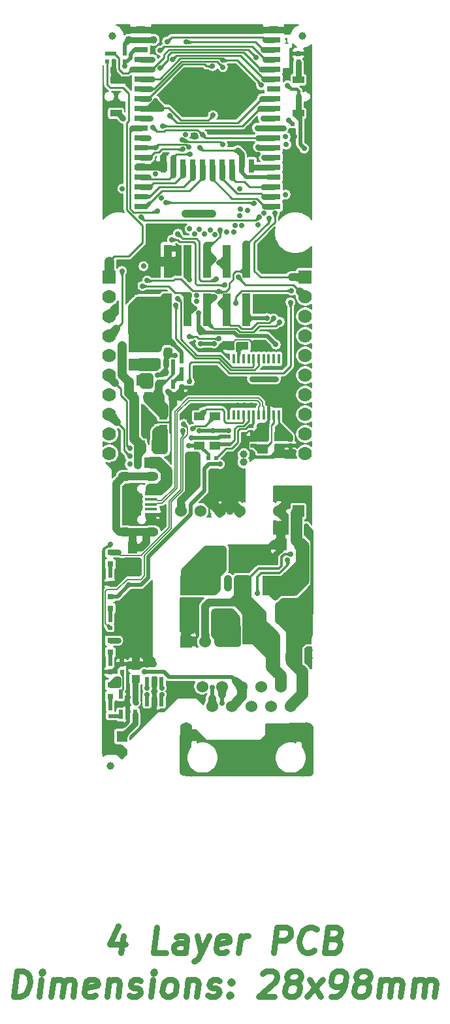
<source format=gbr>
G04 #@! TF.GenerationSoftware,KiCad,Pcbnew,5.1.6-c6e7f7d~87~ubuntu18.04.1*
G04 #@! TF.CreationDate,2022-10-10T13:55:49+03:00*
G04 #@! TF.ProjectId,ESP32-PoE-ISO_Rev_L,45535033-322d-4506-9f45-2d49534f5f52,L*
G04 #@! TF.SameCoordinates,Original*
G04 #@! TF.FileFunction,Copper,L1,Top*
G04 #@! TF.FilePolarity,Positive*
%FSLAX46Y46*%
G04 Gerber Fmt 4.6, Leading zero omitted, Abs format (unit mm)*
G04 Created by KiCad (PCBNEW 5.1.6-c6e7f7d~87~ubuntu18.04.1) date 2022-10-10 13:55:49*
%MOMM*%
%LPD*%
G01*
G04 APERTURE LIST*
G04 #@! TA.AperFunction,NonConductor*
%ADD10C,0.158750*%
G04 #@! TD*
G04 #@! TA.AperFunction,NonConductor*
%ADD11C,0.762000*%
G04 #@! TD*
G04 #@! TA.AperFunction,SMDPad,CuDef*
%ADD12R,1.500000X0.900000*%
G04 #@! TD*
G04 #@! TA.AperFunction,SMDPad,CuDef*
%ADD13R,3.000000X1.600000*%
G04 #@! TD*
G04 #@! TA.AperFunction,ComponentPad*
%ADD14C,1.524000*%
G04 #@! TD*
G04 #@! TA.AperFunction,ComponentPad*
%ADD15R,1.524000X1.524000*%
G04 #@! TD*
G04 #@! TA.AperFunction,SMDPad,CuDef*
%ADD16R,1.400000X1.200000*%
G04 #@! TD*
G04 #@! TA.AperFunction,SMDPad,CuDef*
%ADD17R,1.400000X1.000000*%
G04 #@! TD*
G04 #@! TA.AperFunction,SMDPad,CuDef*
%ADD18R,1.000000X1.400000*%
G04 #@! TD*
G04 #@! TA.AperFunction,SMDPad,CuDef*
%ADD19R,0.550000X0.500000*%
G04 #@! TD*
G04 #@! TA.AperFunction,SMDPad,CuDef*
%ADD20R,0.550000X1.200000*%
G04 #@! TD*
G04 #@! TA.AperFunction,SMDPad,CuDef*
%ADD21R,1.270000X1.524000*%
G04 #@! TD*
G04 #@! TA.AperFunction,SMDPad,CuDef*
%ADD22R,0.800000X0.800000*%
G04 #@! TD*
G04 #@! TA.AperFunction,SMDPad,CuDef*
%ADD23R,0.500000X0.550000*%
G04 #@! TD*
G04 #@! TA.AperFunction,ComponentPad*
%ADD24C,1.778000*%
G04 #@! TD*
G04 #@! TA.AperFunction,ComponentPad*
%ADD25R,1.778000X1.778000*%
G04 #@! TD*
G04 #@! TA.AperFunction,SMDPad,CuDef*
%ADD26R,1.016000X1.016000*%
G04 #@! TD*
G04 #@! TA.AperFunction,SMDPad,CuDef*
%ADD27R,0.325000X1.270000*%
G04 #@! TD*
G04 #@! TA.AperFunction,ConnectorPad*
%ADD28C,1.000000*%
G04 #@! TD*
G04 #@! TA.AperFunction,ComponentPad*
%ADD29R,0.400000X0.400000*%
G04 #@! TD*
G04 #@! TA.AperFunction,ComponentPad*
%ADD30R,1.422400X1.422400*%
G04 #@! TD*
G04 #@! TA.AperFunction,SMDPad,CuDef*
%ADD31R,3.200000X2.500000*%
G04 #@! TD*
G04 #@! TA.AperFunction,SMDPad,CuDef*
%ADD32R,1.000000X4.250000*%
G04 #@! TD*
G04 #@! TA.AperFunction,SMDPad,CuDef*
%ADD33R,1.650000X0.500000*%
G04 #@! TD*
G04 #@! TA.AperFunction,SMDPad,CuDef*
%ADD34R,1.650000X0.325000*%
G04 #@! TD*
G04 #@! TA.AperFunction,SMDPad,CuDef*
%ADD35R,1.000000X1.100000*%
G04 #@! TD*
G04 #@! TA.AperFunction,ComponentPad*
%ADD36O,1.800000X1.200000*%
G04 #@! TD*
G04 #@! TA.AperFunction,ComponentPad*
%ADD37O,1.600000X2.999999*%
G04 #@! TD*
G04 #@! TA.AperFunction,SMDPad,CuDef*
%ADD38R,2.000000X1.700000*%
G04 #@! TD*
G04 #@! TA.AperFunction,SMDPad,CuDef*
%ADD39R,1.524000X1.778000*%
G04 #@! TD*
G04 #@! TA.AperFunction,ComponentPad*
%ADD40C,1.800000*%
G04 #@! TD*
G04 #@! TA.AperFunction,SMDPad,CuDef*
%ADD41R,1.800000X0.800000*%
G04 #@! TD*
G04 #@! TA.AperFunction,SMDPad,CuDef*
%ADD42R,0.800000X1.800000*%
G04 #@! TD*
G04 #@! TA.AperFunction,SMDPad,CuDef*
%ADD43R,3.900000X3.900000*%
G04 #@! TD*
G04 #@! TA.AperFunction,ComponentPad*
%ADD44C,1.500000*%
G04 #@! TD*
G04 #@! TA.AperFunction,ViaPad*
%ADD45C,0.700000*%
G04 #@! TD*
G04 #@! TA.AperFunction,ComponentPad*
%ADD46R,1.400000X1.400000*%
G04 #@! TD*
G04 #@! TA.AperFunction,ComponentPad*
%ADD47C,1.400000*%
G04 #@! TD*
G04 #@! TA.AperFunction,ViaPad*
%ADD48C,1.000000*%
G04 #@! TD*
G04 #@! TA.AperFunction,ViaPad*
%ADD49C,0.900000*%
G04 #@! TD*
G04 #@! TA.AperFunction,Conductor*
%ADD50C,1.270000*%
G04 #@! TD*
G04 #@! TA.AperFunction,Conductor*
%ADD51C,1.219200*%
G04 #@! TD*
G04 #@! TA.AperFunction,Conductor*
%ADD52C,1.016000*%
G04 #@! TD*
G04 #@! TA.AperFunction,Conductor*
%ADD53C,0.762000*%
G04 #@! TD*
G04 #@! TA.AperFunction,Conductor*
%ADD54C,0.254000*%
G04 #@! TD*
G04 #@! TA.AperFunction,Conductor*
%ADD55C,0.508000*%
G04 #@! TD*
G04 #@! TA.AperFunction,Conductor*
%ADD56C,0.609600*%
G04 #@! TD*
G04 #@! TA.AperFunction,Conductor*
%ADD57C,0.330200*%
G04 #@! TD*
G04 #@! TA.AperFunction,Conductor*
%ADD58C,0.406400*%
G04 #@! TD*
G04 #@! TA.AperFunction,Conductor*
%ADD59C,0.203200*%
G04 #@! TD*
G04 #@! TA.AperFunction,Conductor*
%ADD60C,0.965200*%
G04 #@! TD*
G04 #@! TA.AperFunction,Conductor*
%ADD61C,0.711200*%
G04 #@! TD*
G04 #@! TA.AperFunction,Conductor*
%ADD62C,1.524000*%
G04 #@! TD*
G04 #@! TA.AperFunction,Conductor*
%ADD63C,0.355600*%
G04 #@! TD*
G04 #@! TA.AperFunction,Conductor*
%ADD64C,0.127000*%
G04 #@! TD*
G04 #@! TA.AperFunction,Conductor*
%ADD65C,0.152400*%
G04 #@! TD*
G04 #@! TA.AperFunction,Conductor*
%ADD66C,0.157480*%
G04 #@! TD*
G04 #@! TA.AperFunction,Conductor*
%ADD67C,1.778000*%
G04 #@! TD*
G04 #@! TA.AperFunction,Conductor*
%ADD68C,0.025400*%
G04 #@! TD*
G04 APERTURE END LIST*
D10*
X114608428Y-92870261D02*
X114245571Y-92870261D01*
X114427000Y-92870261D02*
X114427000Y-92235261D01*
X114366523Y-92325976D01*
X114306047Y-92386452D01*
X114245571Y-92416690D01*
D11*
X93238108Y-208524928D02*
X92962941Y-210726261D01*
X92609155Y-207267023D02*
X91528144Y-209625595D01*
X93572239Y-209625595D01*
X98780751Y-210726261D02*
X97208370Y-210726261D01*
X97621120Y-207424261D01*
X101296560Y-210726261D02*
X101512763Y-208996642D01*
X101394834Y-208682166D01*
X101100013Y-208524928D01*
X100471060Y-208524928D01*
X100136929Y-208682166D01*
X101316215Y-210569023D02*
X100982084Y-210726261D01*
X100195894Y-210726261D01*
X99901072Y-210569023D01*
X99783144Y-210254547D01*
X99822453Y-209940071D01*
X100019001Y-209625595D01*
X100353132Y-209468357D01*
X101139322Y-209468357D01*
X101473453Y-209311119D01*
X102829632Y-208524928D02*
X103340655Y-210726261D01*
X104402013Y-208524928D02*
X103340655Y-210726261D01*
X102927905Y-211512452D01*
X102751013Y-211669690D01*
X102416882Y-211826928D01*
X106662310Y-210569023D02*
X106328179Y-210726261D01*
X105699227Y-210726261D01*
X105404405Y-210569023D01*
X105286477Y-210254547D01*
X105443715Y-208996642D01*
X105640263Y-208682166D01*
X105974394Y-208524928D01*
X106603346Y-208524928D01*
X106898167Y-208682166D01*
X107016096Y-208996642D01*
X106976786Y-209311119D01*
X105365096Y-209625595D01*
X108215036Y-210726261D02*
X108490203Y-208524928D01*
X108411584Y-209153880D02*
X108608132Y-208839404D01*
X108785025Y-208682166D01*
X109119155Y-208524928D01*
X109433632Y-208524928D01*
X112774941Y-210726261D02*
X113187691Y-207424261D01*
X114445596Y-207424261D01*
X114740417Y-207581500D01*
X114878001Y-207738738D01*
X114995929Y-208053214D01*
X114936965Y-208524928D01*
X114740417Y-208839404D01*
X114563525Y-208996642D01*
X114229394Y-209153880D01*
X112971489Y-209153880D01*
X118003108Y-210411785D02*
X117826215Y-210569023D01*
X117334846Y-210726261D01*
X117020370Y-210726261D01*
X116568310Y-210569023D01*
X116293144Y-210254547D01*
X116175215Y-209940071D01*
X116096596Y-209311119D01*
X116155560Y-208839404D01*
X116391417Y-208210452D01*
X116587965Y-207895976D01*
X116941751Y-207581500D01*
X117433120Y-207424261D01*
X117747596Y-207424261D01*
X118199655Y-207581500D01*
X118337239Y-207738738D01*
X120695810Y-208996642D02*
X121147870Y-209153880D01*
X121285453Y-209311119D01*
X121403382Y-209625595D01*
X121344417Y-210097309D01*
X121147870Y-210411785D01*
X120970977Y-210569023D01*
X120636846Y-210726261D01*
X119378941Y-210726261D01*
X119791691Y-207424261D01*
X120892358Y-207424261D01*
X121187179Y-207581500D01*
X121324763Y-207738738D01*
X121442691Y-208053214D01*
X121403382Y-208367690D01*
X121206834Y-208682166D01*
X121029941Y-208839404D01*
X120695810Y-208996642D01*
X119595144Y-208996642D01*
X79047370Y-216441261D02*
X79460120Y-213139261D01*
X80246310Y-213139261D01*
X80698370Y-213296500D01*
X80973536Y-213610976D01*
X81091465Y-213925452D01*
X81170084Y-214554404D01*
X81111120Y-215026119D01*
X80875263Y-215655071D01*
X80678715Y-215969547D01*
X80324929Y-216284023D01*
X79833560Y-216441261D01*
X79047370Y-216441261D01*
X82349370Y-216441261D02*
X82624536Y-214239928D01*
X82762120Y-213139261D02*
X82585227Y-213296500D01*
X82722810Y-213453738D01*
X82899703Y-213296500D01*
X82762120Y-213139261D01*
X82722810Y-213453738D01*
X83921751Y-216441261D02*
X84196917Y-214239928D01*
X84157608Y-214554404D02*
X84334501Y-214397166D01*
X84668632Y-214239928D01*
X85140346Y-214239928D01*
X85435167Y-214397166D01*
X85553096Y-214711642D01*
X85336894Y-216441261D01*
X85553096Y-214711642D02*
X85749644Y-214397166D01*
X86083775Y-214239928D01*
X86555489Y-214239928D01*
X86850310Y-214397166D01*
X86968239Y-214711642D01*
X86752036Y-216441261D01*
X89601977Y-216284023D02*
X89267846Y-216441261D01*
X88638894Y-216441261D01*
X88344072Y-216284023D01*
X88226144Y-215969547D01*
X88383382Y-214711642D01*
X88579929Y-214397166D01*
X88914060Y-214239928D01*
X89543013Y-214239928D01*
X89837834Y-214397166D01*
X89955763Y-214711642D01*
X89916453Y-215026119D01*
X88304763Y-215340595D01*
X91429870Y-214239928D02*
X91154703Y-216441261D01*
X91390560Y-214554404D02*
X91567453Y-214397166D01*
X91901584Y-214239928D01*
X92373298Y-214239928D01*
X92668120Y-214397166D01*
X92786048Y-214711642D01*
X92569846Y-216441261D01*
X94004644Y-216284023D02*
X94299465Y-216441261D01*
X94928417Y-216441261D01*
X95262548Y-216284023D01*
X95459096Y-215969547D01*
X95478751Y-215812309D01*
X95360822Y-215497833D01*
X95066001Y-215340595D01*
X94594286Y-215340595D01*
X94299465Y-215183357D01*
X94181536Y-214868880D01*
X94201191Y-214711642D01*
X94397739Y-214397166D01*
X94731870Y-214239928D01*
X95203584Y-214239928D01*
X95498405Y-214397166D01*
X96815275Y-216441261D02*
X97090441Y-214239928D01*
X97228025Y-213139261D02*
X97051132Y-213296500D01*
X97188715Y-213453738D01*
X97365608Y-213296500D01*
X97228025Y-213139261D01*
X97188715Y-213453738D01*
X98859370Y-216441261D02*
X98564548Y-216284023D01*
X98426965Y-216126785D01*
X98309036Y-215812309D01*
X98426965Y-214868880D01*
X98623513Y-214554404D01*
X98800405Y-214397166D01*
X99134536Y-214239928D01*
X99606251Y-214239928D01*
X99901072Y-214397166D01*
X100038655Y-214554404D01*
X100156584Y-214868880D01*
X100038655Y-215812309D01*
X99842108Y-216126785D01*
X99665215Y-216284023D01*
X99331084Y-216441261D01*
X98859370Y-216441261D01*
X101650346Y-214239928D02*
X101375179Y-216441261D01*
X101611036Y-214554404D02*
X101787929Y-214397166D01*
X102122060Y-214239928D01*
X102593775Y-214239928D01*
X102888596Y-214397166D01*
X103006525Y-214711642D01*
X102790322Y-216441261D01*
X104225120Y-216284023D02*
X104519941Y-216441261D01*
X105148894Y-216441261D01*
X105483025Y-216284023D01*
X105679572Y-215969547D01*
X105699227Y-215812309D01*
X105581298Y-215497833D01*
X105286477Y-215340595D01*
X104814763Y-215340595D01*
X104519941Y-215183357D01*
X104402013Y-214868880D01*
X104421667Y-214711642D01*
X104618215Y-214397166D01*
X104952346Y-214239928D01*
X105424060Y-214239928D01*
X105718882Y-214397166D01*
X107075060Y-216126785D02*
X107212644Y-216284023D01*
X107035751Y-216441261D01*
X106898167Y-216284023D01*
X107075060Y-216126785D01*
X107035751Y-216441261D01*
X107291263Y-214397166D02*
X107428846Y-214554404D01*
X107251953Y-214711642D01*
X107114370Y-214554404D01*
X107291263Y-214397166D01*
X107251953Y-214711642D01*
X111340144Y-213453738D02*
X111517036Y-213296500D01*
X111851167Y-213139261D01*
X112637358Y-213139261D01*
X112932179Y-213296500D01*
X113069763Y-213453738D01*
X113187691Y-213768214D01*
X113148382Y-214082690D01*
X112932179Y-214554404D01*
X110809465Y-216441261D01*
X112853560Y-216441261D01*
X114976275Y-214554404D02*
X114681453Y-214397166D01*
X114543870Y-214239928D01*
X114425941Y-213925452D01*
X114445596Y-213768214D01*
X114642144Y-213453738D01*
X114819036Y-213296500D01*
X115153167Y-213139261D01*
X115782120Y-213139261D01*
X116076941Y-213296500D01*
X116214525Y-213453738D01*
X116332453Y-213768214D01*
X116312798Y-213925452D01*
X116116251Y-214239928D01*
X115939358Y-214397166D01*
X115605227Y-214554404D01*
X114976275Y-214554404D01*
X114642144Y-214711642D01*
X114465251Y-214868880D01*
X114268703Y-215183357D01*
X114190084Y-215812309D01*
X114308013Y-216126785D01*
X114445596Y-216284023D01*
X114740417Y-216441261D01*
X115369370Y-216441261D01*
X115703501Y-216284023D01*
X115880394Y-216126785D01*
X116076941Y-215812309D01*
X116155560Y-215183357D01*
X116037632Y-214868880D01*
X115900048Y-214711642D01*
X115605227Y-214554404D01*
X117098989Y-216441261D02*
X119103775Y-214239928D01*
X117374155Y-214239928D02*
X118828608Y-216441261D01*
X120243751Y-216441261D02*
X120872703Y-216441261D01*
X121206834Y-216284023D01*
X121383727Y-216126785D01*
X121757167Y-215655071D01*
X121993025Y-215026119D01*
X122150263Y-213768214D01*
X122032334Y-213453738D01*
X121894751Y-213296500D01*
X121599929Y-213139261D01*
X120970977Y-213139261D01*
X120636846Y-213296500D01*
X120459953Y-213453738D01*
X120263405Y-213768214D01*
X120165132Y-214554404D01*
X120283060Y-214868880D01*
X120420644Y-215026119D01*
X120715465Y-215183357D01*
X121344417Y-215183357D01*
X121678548Y-215026119D01*
X121855441Y-214868880D01*
X122051989Y-214554404D01*
X123938846Y-214554404D02*
X123644025Y-214397166D01*
X123506441Y-214239928D01*
X123388513Y-213925452D01*
X123408167Y-213768214D01*
X123604715Y-213453738D01*
X123781608Y-213296500D01*
X124115739Y-213139261D01*
X124744691Y-213139261D01*
X125039513Y-213296500D01*
X125177096Y-213453738D01*
X125295025Y-213768214D01*
X125275370Y-213925452D01*
X125078822Y-214239928D01*
X124901929Y-214397166D01*
X124567798Y-214554404D01*
X123938846Y-214554404D01*
X123604715Y-214711642D01*
X123427822Y-214868880D01*
X123231275Y-215183357D01*
X123152655Y-215812309D01*
X123270584Y-216126785D01*
X123408167Y-216284023D01*
X123702989Y-216441261D01*
X124331941Y-216441261D01*
X124666072Y-216284023D01*
X124842965Y-216126785D01*
X125039513Y-215812309D01*
X125118132Y-215183357D01*
X125000203Y-214868880D01*
X124862620Y-214711642D01*
X124567798Y-214554404D01*
X126376036Y-216441261D02*
X126651203Y-214239928D01*
X126611894Y-214554404D02*
X126788786Y-214397166D01*
X127122917Y-214239928D01*
X127594632Y-214239928D01*
X127889453Y-214397166D01*
X128007382Y-214711642D01*
X127791179Y-216441261D01*
X128007382Y-214711642D02*
X128203929Y-214397166D01*
X128538060Y-214239928D01*
X129009774Y-214239928D01*
X129304596Y-214397166D01*
X129422525Y-214711642D01*
X129206322Y-216441261D01*
X130778703Y-216441261D02*
X131053870Y-214239928D01*
X131014560Y-214554404D02*
X131191453Y-214397166D01*
X131525584Y-214239928D01*
X131997298Y-214239928D01*
X132292120Y-214397166D01*
X132410048Y-214711642D01*
X132193846Y-216441261D01*
X132410048Y-214711642D02*
X132606596Y-214397166D01*
X132940727Y-214239928D01*
X133412441Y-214239928D01*
X133707263Y-214397166D01*
X133825191Y-214711642D01*
X133608989Y-216441261D01*
D12*
X115959000Y-101999000D03*
X115959000Y-97645000D03*
X92321000Y-101999000D03*
X92321000Y-97645000D03*
D13*
X95377000Y-132150000D03*
X95377000Y-134550000D03*
D14*
X113411000Y-153543000D03*
D15*
X115951000Y-153543000D03*
D14*
X108331000Y-153543000D03*
X105791000Y-153543000D03*
X100711000Y-153543000D03*
X103251000Y-153543000D03*
D16*
X111338000Y-143853000D03*
X113538000Y-145453000D03*
X113538000Y-143853000D03*
X111338000Y-145453000D03*
D14*
X103866000Y-170434000D03*
D15*
X101366000Y-170434000D03*
D17*
X105156000Y-145029000D03*
X105156000Y-141229000D03*
X103124000Y-145029000D03*
X103124000Y-141229000D03*
D18*
X94620000Y-140970000D03*
X98420000Y-140970000D03*
X98420000Y-143002000D03*
X94620000Y-143002000D03*
D19*
X92075000Y-95250000D03*
X92075000Y-94234000D03*
X91186000Y-94234000D03*
X91186000Y-95250000D03*
X93091000Y-173355000D03*
X93091000Y-174371000D03*
D20*
X92903000Y-179862000D03*
X93853000Y-179862000D03*
X94803000Y-179862000D03*
X92903000Y-177262000D03*
X94803000Y-177262000D03*
D21*
X94488000Y-158242000D03*
X94488000Y-160274000D03*
D22*
X91567000Y-164592000D03*
X91567000Y-166116000D03*
X91567000Y-160401000D03*
X91567000Y-158877000D03*
D19*
X97155000Y-173355000D03*
X97155000Y-174371000D03*
X100838000Y-137414000D03*
X100838000Y-136398000D03*
X100838000Y-134112000D03*
X100838000Y-135128000D03*
X91567000Y-174371000D03*
X91567000Y-173355000D03*
X91567000Y-162941000D03*
X91567000Y-161925000D03*
X91567000Y-168656000D03*
X91567000Y-167640000D03*
X91567000Y-180086000D03*
X91567000Y-179070000D03*
D23*
X104267000Y-146685000D03*
X105283000Y-146685000D03*
X110871000Y-142494000D03*
X109855000Y-142494000D03*
D24*
X116840000Y-146080000D03*
X116840000Y-143540000D03*
X116840000Y-138460000D03*
X116840000Y-141000000D03*
X116840000Y-135920000D03*
X116840000Y-133380000D03*
D25*
X116840000Y-123220000D03*
D24*
X116840000Y-125760000D03*
X116840000Y-128300000D03*
X116840000Y-130840000D03*
X91440000Y-130840000D03*
X91440000Y-128300000D03*
X91440000Y-125760000D03*
D25*
X91440000Y-123220000D03*
D24*
X91440000Y-133380000D03*
X91440000Y-135920000D03*
X91440000Y-141000000D03*
X91440000Y-138460000D03*
X91440000Y-143540000D03*
X91440000Y-146080000D03*
D26*
X99695000Y-138684000D03*
X97917000Y-138684000D03*
X94869000Y-173482000D03*
X94869000Y-175260000D03*
D20*
X99756000Y-134463000D03*
X98806000Y-134463000D03*
X97856000Y-134463000D03*
X99756000Y-137063000D03*
X97856000Y-137063000D03*
D27*
X107565000Y-141033500D03*
X108215000Y-141033500D03*
X108865000Y-141033500D03*
X109515000Y-141033500D03*
X110165000Y-141033500D03*
X110815000Y-141033500D03*
X111465000Y-141033500D03*
X112115000Y-141033500D03*
X112765000Y-141033500D03*
X113415000Y-141033500D03*
X113415000Y-133794500D03*
X112765000Y-133794500D03*
X112115000Y-133794500D03*
X111465000Y-133794500D03*
X110815000Y-133794500D03*
X110165000Y-133794500D03*
X109515000Y-133794500D03*
X108865000Y-133794500D03*
X108215000Y-133794500D03*
X107565000Y-133794500D03*
D28*
X91567000Y-186563000D03*
X116459000Y-92000000D03*
X91821000Y-92000000D03*
D22*
X91567000Y-171831000D03*
X91567000Y-170307000D03*
D26*
X99060000Y-132969000D03*
X99060000Y-131191000D03*
D22*
X91567000Y-177546000D03*
X91567000Y-176022000D03*
D26*
X107188000Y-132080000D03*
X108966000Y-132080000D03*
D18*
X94554040Y-138775440D03*
X96456500Y-138775440D03*
X95501460Y-136565640D03*
X97469960Y-145069560D03*
X95567500Y-145069560D03*
X96522540Y-147279360D03*
D19*
X115951000Y-94234000D03*
X115951000Y-95250000D03*
X114935000Y-145034000D03*
X114935000Y-144018000D03*
D29*
X106710000Y-137406000D03*
X106710000Y-136406000D03*
X105910000Y-135606000D03*
X104910000Y-135606000D03*
X104110000Y-136406000D03*
X104110000Y-137406000D03*
X104910000Y-138206000D03*
X105910000Y-138206000D03*
D30*
X105410000Y-136906000D03*
D19*
X109982000Y-144018000D03*
X109982000Y-145034000D03*
X93472000Y-95250000D03*
X93472000Y-94234000D03*
D31*
X112919000Y-163195000D03*
X102219000Y-163195000D03*
D19*
X106934000Y-144907000D03*
X106934000Y-143891000D03*
D32*
X99060000Y-127458000D03*
X99060000Y-121208000D03*
X101600000Y-127458000D03*
X101600000Y-121208000D03*
X104140000Y-127458000D03*
X104140000Y-121208000D03*
X106680000Y-127458000D03*
X106680000Y-121208000D03*
X109220000Y-127458000D03*
X109220000Y-121208000D03*
D33*
X96876000Y-151266500D03*
D34*
X96876000Y-152004000D03*
X96876000Y-152654000D03*
X96876000Y-153304000D03*
D33*
X96876000Y-154041500D03*
D35*
X92326000Y-151154000D03*
X92326000Y-154154000D03*
D36*
X93476000Y-149054000D03*
X96946000Y-149054000D03*
X96946000Y-156254000D03*
X93476000Y-156254000D03*
D20*
X96332000Y-178211000D03*
X97282000Y-178211000D03*
X98232000Y-178211000D03*
X96332000Y-175611000D03*
X98232000Y-175611000D03*
D37*
X117000000Y-182393000D03*
X101400000Y-182393000D03*
D14*
X114915000Y-178793000D03*
X113645000Y-176253000D03*
X112375000Y-178793000D03*
X111105000Y-176253000D03*
X109835000Y-178793000D03*
X108565000Y-176253000D03*
X107295000Y-178793000D03*
X106025000Y-176253000D03*
X104755000Y-178793000D03*
X103485000Y-176253000D03*
X116185000Y-157861000D03*
D15*
X113685000Y-157861000D03*
D38*
X116673000Y-169926000D03*
X111673000Y-169926000D03*
D39*
X106680000Y-169926000D03*
X109474000Y-169926000D03*
D40*
X107442000Y-167646000D03*
D26*
X114808000Y-172466000D03*
X113030000Y-172466000D03*
D41*
X112740000Y-112771000D03*
X112740000Y-111501000D03*
X112740000Y-110231000D03*
X112740000Y-108961000D03*
X112740000Y-114041000D03*
X95540000Y-114041000D03*
X95540000Y-108961000D03*
X95540000Y-110231000D03*
X95540000Y-111501000D03*
X95540000Y-112771000D03*
X95540000Y-91181000D03*
X95540000Y-92451000D03*
X95540000Y-93721000D03*
X95540000Y-94991000D03*
X95540000Y-96261000D03*
X95540000Y-97531000D03*
X95540000Y-98801000D03*
X95540000Y-100071000D03*
X95540000Y-101341000D03*
X95540000Y-102611000D03*
X95540000Y-103881000D03*
X95540000Y-105151000D03*
X95540000Y-106421000D03*
X95540000Y-107691000D03*
D42*
X98425000Y-108841000D03*
X99695000Y-108841000D03*
X100965000Y-108841000D03*
X102235000Y-108841000D03*
X103505000Y-108841000D03*
X104775000Y-108841000D03*
X106045000Y-108841000D03*
X107315000Y-108841000D03*
X108585000Y-108841000D03*
X109855000Y-108841000D03*
D41*
X112740000Y-107691000D03*
X112740000Y-106421000D03*
X112740000Y-105151000D03*
X112740000Y-103881000D03*
X112740000Y-102611000D03*
X112740000Y-101341000D03*
X112740000Y-100071000D03*
X112740000Y-98801000D03*
X112740000Y-97531000D03*
X112740000Y-96261000D03*
X112740000Y-94991000D03*
X112740000Y-93721000D03*
X112740000Y-92451000D03*
X112740000Y-91181000D03*
D43*
X102640000Y-98981000D03*
D44*
X102640000Y-98981000D03*
D45*
X101940000Y-97581000D03*
X103340000Y-97581000D03*
X104040000Y-98281000D03*
X104040000Y-99681000D03*
X103340000Y-100381000D03*
X101940000Y-100381000D03*
X101240000Y-99681000D03*
X101240000Y-98281000D03*
D23*
X115189000Y-103378000D03*
X116205000Y-103378000D03*
D46*
X93070680Y-182740300D03*
D47*
X93073220Y-184769760D03*
D48*
X93091000Y-132080000D03*
X95123000Y-147574000D03*
D45*
X92583000Y-176022000D03*
X92583000Y-175260000D03*
X92583000Y-170307000D03*
X94869000Y-178308000D03*
X94803014Y-176214986D03*
X91821000Y-147447000D03*
X99949000Y-133350000D03*
X97663000Y-135890000D03*
D49*
X106680000Y-146621500D03*
D48*
X107569000Y-147193000D03*
D45*
X117348000Y-94234000D03*
X108966000Y-139785743D03*
X108077000Y-139785743D03*
X109855000Y-139785743D03*
X99060000Y-138049000D03*
D48*
X98679000Y-135572500D03*
D45*
X95250000Y-161480500D03*
X101854000Y-141859000D03*
X110109000Y-131826000D03*
X114173000Y-140208000D03*
X114173000Y-138176000D03*
X115316000Y-145796000D03*
D48*
X111760000Y-142494000D03*
D45*
X91567000Y-157797496D03*
X93599000Y-160655000D03*
D48*
X96520000Y-163957000D03*
X95504000Y-170053000D03*
X95504000Y-169037000D03*
X96520000Y-170053000D03*
X96520000Y-169037000D03*
X96520000Y-171196000D03*
D45*
X93599000Y-159893000D03*
X93599000Y-161480500D03*
X94424500Y-161480500D03*
X98171000Y-154051000D03*
X98171000Y-154813000D03*
X97409000Y-154813000D03*
X96647000Y-154813000D03*
X91186000Y-184150000D03*
X93853000Y-177673000D03*
X92964000Y-178562000D03*
X93853000Y-178562000D03*
D48*
X96520000Y-168021000D03*
X95504000Y-168021000D03*
X95504000Y-167005000D03*
X95504000Y-165989000D03*
X95504000Y-164973000D03*
X96520000Y-164973000D03*
X106553000Y-150749000D03*
X106553000Y-151892000D03*
D45*
X105664000Y-150749000D03*
D48*
X107061000Y-153543000D03*
D45*
X96774000Y-179451000D03*
X106299000Y-131826000D03*
X101340570Y-141256510D03*
X92075000Y-96393000D03*
D48*
X93853000Y-91186000D03*
X110490000Y-91181000D03*
X114427000Y-91186000D03*
X107950000Y-91181000D03*
X105410000Y-91181000D03*
X102870000Y-91181000D03*
X100330000Y-91181000D03*
X97790000Y-91181000D03*
D45*
X99949000Y-119507000D03*
X97663000Y-108966000D03*
X99949000Y-122397010D03*
X109474000Y-103886000D03*
X115443000Y-105029000D03*
D48*
X102498537Y-104904645D03*
D45*
X91694000Y-100711000D03*
X110737084Y-107276396D03*
X94023642Y-98127364D03*
X117348000Y-96520000D03*
X117348000Y-99060000D03*
X117348000Y-101981000D03*
X117348000Y-103505000D03*
X95884997Y-180721003D03*
X116713000Y-121539000D03*
X117348000Y-120650000D03*
X90932000Y-113665000D03*
X90932000Y-114935000D03*
X90932000Y-111125000D03*
X90932000Y-108585000D03*
X90932000Y-106045000D03*
X90932000Y-103505000D03*
X90932000Y-100711000D03*
X90932000Y-109855000D03*
X90932000Y-112395000D03*
X90932000Y-107315000D03*
X90932000Y-104775000D03*
X90932000Y-102235000D03*
X117348000Y-95250000D03*
X117348000Y-97790000D03*
X117348000Y-100584000D03*
D48*
X96647000Y-137160000D03*
X96647000Y-136144000D03*
D45*
X106172000Y-95123000D03*
X111125000Y-98349688D03*
X108473816Y-114426558D03*
X116713000Y-106553000D03*
X114554000Y-98361500D03*
X94107000Y-147447000D03*
X102743000Y-126365000D03*
X102743000Y-125603000D03*
X97028000Y-130937000D03*
X97028000Y-129921000D03*
D48*
X97790000Y-132461000D03*
X97790000Y-131445000D03*
X97790000Y-130429000D03*
X97790000Y-129413000D03*
X108839000Y-147193000D03*
X108839000Y-146177000D03*
X93980000Y-92456000D03*
X97155000Y-92456000D03*
X104828205Y-115004027D03*
D45*
X114681000Y-102870000D03*
D48*
X97790000Y-128397000D03*
D45*
X97028000Y-128905000D03*
D48*
X101351221Y-115004129D03*
D45*
X104902000Y-143129000D03*
X105791000Y-147447000D03*
X93980000Y-163067994D03*
X103091479Y-143129000D03*
X106934000Y-143129000D03*
X95979490Y-174371000D03*
X101727000Y-145034000D03*
X94107000Y-146431000D03*
X98016923Y-96157588D03*
X93472000Y-95885000D03*
X93218000Y-102616000D03*
X93091000Y-122428000D03*
X96774000Y-102611000D03*
X103759000Y-117602000D03*
X99267901Y-102281101D03*
X97663000Y-114681000D03*
X102235000Y-142875000D03*
X94107000Y-145415000D03*
X98044000Y-93853000D03*
X104521000Y-117094000D03*
X101442065Y-92740935D03*
X99665224Y-94982570D03*
X103095155Y-116995845D03*
X105332150Y-123474968D03*
X108204000Y-123190000D03*
X100330000Y-117602000D03*
X97022988Y-94991000D03*
X102489000Y-117602000D03*
X98933000Y-92710000D03*
X106410622Y-124236990D03*
X99568000Y-118364000D03*
X96520000Y-105188112D03*
X115062000Y-124968000D03*
X102480368Y-127243213D03*
X107823000Y-126619000D03*
X95734918Y-124370313D03*
X110744000Y-106360987D03*
X111483610Y-114897258D03*
X111506000Y-108966000D03*
X95885000Y-121793000D03*
X105664000Y-121377962D03*
X97409004Y-109855000D03*
X105791000Y-117093996D03*
X105001995Y-120804005D03*
X101917500Y-107251500D03*
X111887000Y-128523990D03*
X106680000Y-117348000D03*
X97409000Y-106426000D03*
X101735871Y-106380069D03*
X112747155Y-128552845D03*
X105791000Y-126619000D03*
X108077000Y-106807000D03*
X107569000Y-117348000D03*
X103197882Y-106426000D03*
X105029000Y-125730000D03*
X113538000Y-129032000D03*
X103535990Y-104775000D03*
X107725201Y-116522765D03*
X97106584Y-103822506D03*
X101854000Y-116967000D03*
X98331845Y-103631997D03*
X97536000Y-147279360D03*
X98044000Y-148082000D03*
X98552000Y-147447000D03*
X102108000Y-144018000D03*
X108204000Y-132715000D03*
X108204000Y-131953000D03*
X106172000Y-106045000D03*
X100918728Y-105439478D03*
X114300000Y-105029000D03*
X101351642Y-104734826D03*
D48*
X102108000Y-167005000D03*
X102108000Y-165989000D03*
X117284500Y-171577000D03*
X117284500Y-172593000D03*
D45*
X113030000Y-159131000D03*
X109855000Y-158496000D03*
D48*
X108839000Y-158496000D03*
X108839000Y-160782000D03*
X108839000Y-159639000D03*
D45*
X109855000Y-159258000D03*
X109855000Y-160020000D03*
X109855000Y-160782000D03*
D48*
X107696000Y-159639000D03*
X107696000Y-160782000D03*
X107696000Y-158496000D03*
D45*
X101092000Y-167767000D03*
X101092000Y-168529000D03*
X101092000Y-169291000D03*
D48*
X102108000Y-168021000D03*
X102108000Y-169037000D03*
D45*
X113030000Y-159893000D03*
X117348000Y-150749000D03*
X117348000Y-151511000D03*
D48*
X102489000Y-150368000D03*
X101727000Y-151130000D03*
X102743000Y-146304000D03*
X101727000Y-146304000D03*
X101727000Y-147447000D03*
X98552000Y-145669000D03*
X98552000Y-144526000D03*
D45*
X108077000Y-165735000D03*
D48*
X108077000Y-163449000D03*
X108077000Y-162306000D03*
D45*
X113030000Y-173482000D03*
D48*
X111887000Y-168529000D03*
X111887000Y-171323000D03*
D45*
X114964348Y-159067500D03*
X113347500Y-167703500D03*
X113665000Y-165354000D03*
X114681000Y-165100000D03*
X115697000Y-165100000D03*
X115189000Y-173450250D03*
X113918999Y-168275000D03*
X116978940Y-155499566D03*
X104879966Y-102235006D03*
X108340480Y-115242751D03*
X97408988Y-100330000D03*
X104824902Y-95877377D03*
X108615968Y-116559331D03*
X112903000Y-114935000D03*
X110488013Y-94743983D03*
X101790500Y-123571000D03*
X100330005Y-125984000D03*
X98824640Y-113531177D03*
X110252304Y-113679903D03*
X100076000Y-126873000D03*
X114300000Y-112522000D03*
X98220630Y-112945570D03*
X113030000Y-131953000D03*
X113030000Y-136398000D03*
X102997000Y-127889000D03*
X103250997Y-130428997D03*
X105029000Y-131826000D03*
X103251000Y-131826000D03*
X109981990Y-136398000D03*
X114396010Y-106045000D03*
X111506000Y-107696000D03*
X95529400Y-115412010D03*
X110856314Y-115436190D03*
X105664000Y-125095000D03*
X96361993Y-123666999D03*
X111379000Y-102616000D03*
X112141000Y-115570000D03*
X96774000Y-98806000D03*
X106172000Y-96012000D03*
X109378372Y-114532519D03*
X105664000Y-131191000D03*
X101854000Y-130937000D03*
X101854000Y-136779000D03*
X114935000Y-126492000D03*
X110617000Y-103886000D03*
X114046000Y-103886000D03*
X110744000Y-116459000D03*
X105132644Y-117721516D03*
X100953289Y-106647490D03*
X100965006Y-143129000D03*
X98234500Y-177293513D03*
X104775000Y-176402960D03*
X98234500Y-176466500D03*
X106044996Y-178435000D03*
X96329499Y-177294710D03*
X96330699Y-176467699D03*
D48*
X114935000Y-181483000D03*
X102870000Y-182880000D03*
X114935000Y-182880000D03*
X113538000Y-182880000D03*
X112395000Y-185420000D03*
X111125000Y-184150000D03*
X109855000Y-185420000D03*
X117387990Y-185420000D03*
X117387990Y-187387990D03*
X111125000Y-186690000D03*
X108585000Y-186690000D03*
X108585000Y-184150000D03*
X107315000Y-185420000D03*
X106045000Y-186690000D03*
X106045000Y-184150000D03*
X101092000Y-187325000D03*
X101092000Y-185420000D03*
D45*
X101092000Y-142240000D03*
X93121979Y-111760000D03*
X108363502Y-111756863D03*
D48*
X102743000Y-161417000D03*
X102743000Y-160020000D03*
X104521000Y-162179000D03*
X104521000Y-163322000D03*
X106045000Y-158877000D03*
X106045000Y-160020000D03*
X106045000Y-161163000D03*
X101473000Y-161417000D03*
D45*
X110617000Y-164211000D03*
X114554000Y-159892996D03*
X112903000Y-164719000D03*
D48*
X105156000Y-166624000D03*
X105156000Y-167640000D03*
X105156000Y-168656000D03*
X106807000Y-163449000D03*
X106807000Y-162306000D03*
D50*
X94554040Y-138775440D02*
X93980000Y-138201400D01*
X93980000Y-138201400D02*
X93980000Y-136779000D01*
D51*
X93091000Y-135890000D02*
X93091000Y-132080000D01*
X93980000Y-136779000D02*
X93091000Y-135890000D01*
D52*
X95123000Y-146304000D02*
X95123000Y-147574000D01*
X95758000Y-145669000D02*
X95758000Y-145161000D01*
X95123000Y-146304000D02*
X95758000Y-145669000D01*
X95123000Y-145514060D02*
X95123000Y-146304000D01*
X95123000Y-146304000D02*
X95123000Y-144653000D01*
X95567500Y-145069560D02*
X95123000Y-145514060D01*
D50*
X94615000Y-144117060D02*
X94615000Y-143002000D01*
X95567500Y-145069560D02*
X94615000Y-144117060D01*
X94615000Y-138836400D02*
X94615000Y-140970000D01*
X94620000Y-140970000D02*
X94620000Y-142245000D01*
X94620000Y-143002000D02*
X94620000Y-142245000D01*
D53*
X92583000Y-170307000D02*
X91567000Y-170307000D01*
X92583000Y-176022017D02*
X92583000Y-175260000D01*
X91567000Y-176022000D02*
X92583000Y-176022000D01*
X92329000Y-175260000D02*
X91567000Y-176022000D01*
X92583000Y-175260000D02*
X92329000Y-175260000D01*
X94803000Y-176215000D02*
X94803014Y-176214986D01*
X94803000Y-177262000D02*
X94803000Y-176215000D01*
X94803014Y-176214986D02*
X94803014Y-175325986D01*
X94803014Y-175325986D02*
X94869000Y-175260000D01*
X94803000Y-178242000D02*
X94869000Y-178308000D01*
X94803000Y-177262000D02*
X94803000Y-178242000D01*
D50*
X91440000Y-123220000D02*
X91440000Y-121158000D01*
D54*
X93725989Y-114490489D02*
X93725989Y-103251011D01*
X95758000Y-116522500D02*
X93725989Y-114490489D01*
X95758000Y-118745000D02*
X95758000Y-116522500D01*
X91567000Y-98679000D02*
X91186000Y-98298000D01*
X93980000Y-120523000D02*
X95758000Y-118745000D01*
X93980000Y-99441000D02*
X93218000Y-98679000D01*
X91440000Y-121158000D02*
X92075000Y-120523000D01*
X92075000Y-120523000D02*
X93980000Y-120523000D01*
X93725989Y-103251011D02*
X93980000Y-102997000D01*
X93980000Y-102997000D02*
X93980000Y-99441000D01*
X93218000Y-98679000D02*
X91567000Y-98679000D01*
X91186000Y-98298000D02*
X91186000Y-95754000D01*
X91186000Y-95754000D02*
X91186000Y-95250000D01*
D55*
X114931000Y-146405600D02*
X112649010Y-146405600D01*
X114935000Y-145643610D02*
X114935000Y-146405600D01*
X114935000Y-145923000D02*
X114935000Y-145669000D01*
D54*
X112395000Y-146431000D02*
X112522000Y-146431000D01*
X112395000Y-146431000D02*
X114681000Y-146431000D01*
X110396798Y-146431000D02*
X112395000Y-146431000D01*
X114681000Y-146431000D02*
X115316000Y-145796000D01*
D55*
X98679000Y-135572500D02*
X98361500Y-135890000D01*
X98361500Y-135890000D02*
X97663000Y-135890000D01*
X99060000Y-132969000D02*
X99441000Y-133350000D01*
X99441000Y-133350000D02*
X99949000Y-133350000D01*
D56*
X107569000Y-145996902D02*
X108497514Y-145068388D01*
D53*
X115316000Y-145796000D02*
X115062000Y-145796000D01*
X115062000Y-145796000D02*
X114935000Y-145923000D01*
D54*
X99314000Y-141986000D02*
X99314000Y-143383000D01*
X99314000Y-139065000D02*
X99314000Y-141986000D01*
X99314000Y-141986000D02*
X97155000Y-141986000D01*
X99695000Y-138684000D02*
X99314000Y-139065000D01*
X90551000Y-184150000D02*
X90551000Y-184912000D01*
X90551000Y-169545000D02*
X90551000Y-184150000D01*
X90551000Y-184150000D02*
X91186000Y-184150000D01*
X90551000Y-169545000D02*
X90559001Y-169553001D01*
X90551000Y-162941000D02*
X90551000Y-169545000D01*
X95004001Y-169553001D02*
X95504000Y-170053000D01*
X90559001Y-169553001D02*
X95004001Y-169553001D01*
X90551000Y-158623000D02*
X91376504Y-157797496D01*
X90551000Y-162941000D02*
X90551000Y-158623000D01*
X91376504Y-157797496D02*
X91567000Y-157797496D01*
X91567000Y-162941000D02*
X90551000Y-162941000D01*
D55*
X115951000Y-94234000D02*
X117348000Y-94234000D01*
D53*
X99060000Y-119634000D02*
X98933000Y-119507000D01*
X99060000Y-121208000D02*
X99060000Y-119634000D01*
D54*
X107188000Y-132080000D02*
X107188000Y-131953000D01*
D53*
X99060000Y-138049000D02*
X99695000Y-138684000D01*
D55*
X99314000Y-132969000D02*
X99314000Y-133350000D01*
X99060000Y-132969000D02*
X99314000Y-132969000D01*
X99314000Y-133350000D02*
X98806000Y-133858000D01*
X98806000Y-133731000D02*
X98806000Y-133223000D01*
X98806000Y-134463000D02*
X98806000Y-133731000D01*
X98806000Y-133223000D02*
X99060000Y-132969000D01*
X98806000Y-134463000D02*
X98806000Y-135445500D01*
X98806000Y-135445500D02*
X98679000Y-135572500D01*
X104013000Y-137541000D02*
X104140000Y-137414000D01*
X100965000Y-137541000D02*
X104013000Y-137541000D01*
X100838000Y-137414000D02*
X100965000Y-137541000D01*
X100838000Y-137414000D02*
X100838000Y-137668000D01*
X100838000Y-137668000D02*
X100457000Y-138049000D01*
X99695000Y-138684000D02*
X99822000Y-138684000D01*
X99822000Y-138684000D02*
X100457000Y-138049000D01*
D53*
X95250000Y-159893000D02*
X93599000Y-159893000D01*
X95250000Y-161480500D02*
X95250000Y-159893000D01*
X94424500Y-161480500D02*
X95250000Y-161480500D01*
X92138500Y-162941000D02*
X93249001Y-161830499D01*
X93249001Y-161830499D02*
X93599000Y-161480500D01*
X91567000Y-162941000D02*
X92138500Y-162941000D01*
D54*
X107565000Y-132457000D02*
X107188000Y-132080000D01*
X112115000Y-138583000D02*
X112522000Y-138176000D01*
X112522000Y-138176000D02*
X114173000Y-138176000D01*
X112115000Y-139446000D02*
X112115000Y-138583000D01*
X112369000Y-139700000D02*
X113665000Y-139700000D01*
X113823001Y-139858001D02*
X114173000Y-140208000D01*
X113665000Y-139700000D02*
X113823001Y-139858001D01*
X112115000Y-140144500D02*
X112115000Y-139446000D01*
X112369000Y-139700000D02*
X112115000Y-139446000D01*
X112115000Y-139954000D02*
X112369000Y-139700000D01*
X112115000Y-140144500D02*
X112115000Y-139954000D01*
X112115000Y-141033500D02*
X112115000Y-140144500D01*
D53*
X115316000Y-145796000D02*
X114935000Y-145796000D01*
D55*
X114935000Y-146304000D02*
X112653010Y-146304000D01*
X113538000Y-145453000D02*
X113500000Y-145453000D01*
X113500000Y-145453000D02*
X112649000Y-146304000D01*
D54*
X112649000Y-146304000D02*
X113538000Y-145415000D01*
X112522000Y-146431000D02*
X112649000Y-146304000D01*
D55*
X112649010Y-146303990D02*
X112649000Y-146304000D01*
X113538000Y-145796000D02*
X113538000Y-145415000D01*
X114931000Y-145796000D02*
X113538000Y-145796000D01*
X114935000Y-145034000D02*
X114935000Y-145792000D01*
D54*
X109410500Y-144564500D02*
X109410500Y-144335500D01*
X109410500Y-144335500D02*
X109410500Y-144145000D01*
X109410500Y-144335500D02*
X109855000Y-143891000D01*
X109410500Y-144145000D02*
X110934500Y-142621000D01*
X110934500Y-142621000D02*
X110998000Y-142621000D01*
X109957000Y-144018000D02*
X109639500Y-144335500D01*
X109639500Y-144335500D02*
X109410500Y-144564500D01*
X109639500Y-144335500D02*
X110490000Y-144335500D01*
X110490000Y-144335500D02*
X110617000Y-144208500D01*
X109982000Y-144018000D02*
X109957000Y-144018000D01*
X109410500Y-144564500D02*
X109410500Y-145444702D01*
X109410500Y-145444702D02*
X110396798Y-146431000D01*
D55*
X110172500Y-144208500D02*
X110617000Y-144208500D01*
X109982000Y-144018000D02*
X110172500Y-144208500D01*
X113771000Y-145415000D02*
X113538000Y-145415000D01*
X114935000Y-145034000D02*
X114152000Y-145034000D01*
X114152000Y-145034000D02*
X113771000Y-145415000D01*
D57*
X110871000Y-142240000D02*
X111754046Y-142240000D01*
X112115000Y-141859000D02*
X111760000Y-142214000D01*
D55*
X111252000Y-143129000D02*
X110871000Y-143510000D01*
X110871000Y-142494000D02*
X111252000Y-142494000D01*
X111252000Y-142494000D02*
X111760000Y-142494000D01*
X111252000Y-142494000D02*
X111252000Y-143129000D01*
X110871000Y-142875000D02*
X110490000Y-143256000D01*
X110490000Y-143256000D02*
X109982000Y-143764000D01*
X109982000Y-144018000D02*
X110490000Y-144018000D01*
X110490000Y-144018000D02*
X110765000Y-144018000D01*
X110490000Y-143256000D02*
X110490000Y-144018000D01*
X110871000Y-142494000D02*
X110871000Y-142875000D01*
X109982000Y-143764000D02*
X109982000Y-144018000D01*
D53*
X111760000Y-143431000D02*
X111760000Y-142494000D01*
X111338000Y-143853000D02*
X111760000Y-143431000D01*
D57*
X112115000Y-141033500D02*
X112115000Y-142139000D01*
X112115000Y-142139000D02*
X111760000Y-142494000D01*
D55*
X111173000Y-144018000D02*
X110744000Y-144018000D01*
X111338000Y-143853000D02*
X111173000Y-144018000D01*
D53*
X93599000Y-161480500D02*
X93599000Y-161099500D01*
X93599000Y-161099500D02*
X93599000Y-160655000D01*
X94488000Y-161417000D02*
X94488000Y-161036000D01*
X94488000Y-161036000D02*
X94488000Y-160274000D01*
X93599000Y-161099500D02*
X93662500Y-161036000D01*
X93662500Y-161036000D02*
X94488000Y-161036000D01*
X93599000Y-161480500D02*
X94424500Y-161480500D01*
X94424500Y-161480500D02*
X94488000Y-161417000D01*
X93599000Y-160655000D02*
X93599000Y-159893000D01*
X94488000Y-159893000D02*
X94488000Y-160337500D01*
X93599000Y-159893000D02*
X94488000Y-159893000D01*
D55*
X97282000Y-154051000D02*
X97282000Y-154686000D01*
X97282000Y-154686000D02*
X97409000Y-154813000D01*
X96393000Y-154559000D02*
X96647000Y-154813000D01*
X96393000Y-154051000D02*
X96393000Y-154559000D01*
X96647000Y-154813000D02*
X97282000Y-154813000D01*
X98171000Y-154051000D02*
X98171000Y-154813000D01*
X97282000Y-154813000D02*
X98171000Y-154813000D01*
X96876000Y-154041500D02*
X98161500Y-154041500D01*
D58*
X98161500Y-154041500D02*
X98171000Y-154051000D01*
X97272500Y-154041500D02*
X97282000Y-154051000D01*
X96876000Y-154041500D02*
X97272500Y-154041500D01*
X96402500Y-154041500D02*
X96393000Y-154051000D01*
X96876000Y-154041500D02*
X96402500Y-154041500D01*
D53*
X96520000Y-172593000D02*
X96520000Y-173355000D01*
X96520000Y-168021000D02*
X96520000Y-172593000D01*
X97155000Y-173228000D02*
X96520000Y-172593000D01*
X97155000Y-173355000D02*
X97155000Y-173228000D01*
X94107000Y-173355000D02*
X94742000Y-173355000D01*
X94742000Y-173355000D02*
X95631000Y-173355000D01*
X97155000Y-173355000D02*
X96520000Y-173355000D01*
X96520000Y-173355000D02*
X95631000Y-173355000D01*
D55*
X95631000Y-173482000D02*
X95631000Y-173355000D01*
X93853000Y-179862000D02*
X93853000Y-178562000D01*
X93853000Y-178562000D02*
X93853000Y-177673000D01*
X93853000Y-178562000D02*
X92964000Y-178562000D01*
X91567000Y-174371000D02*
X91821000Y-174371000D01*
X91821000Y-174371000D02*
X92837000Y-173355000D01*
X92837000Y-173355000D02*
X93726000Y-173355000D01*
X93726000Y-173355000D02*
X94107000Y-173355000D01*
D54*
X93726000Y-177546000D02*
X93726000Y-173355000D01*
X93853000Y-177673000D02*
X93726000Y-177546000D01*
D55*
X97282000Y-178211000D02*
X97282000Y-178943000D01*
X97282000Y-178943000D02*
X96774000Y-179451000D01*
D54*
X106807000Y-132334000D02*
X106648999Y-132175999D01*
D53*
X107188000Y-132080000D02*
X106934000Y-131826000D01*
X106793974Y-131826000D02*
X106299000Y-131826000D01*
X106934000Y-131826000D02*
X106793974Y-131826000D01*
D54*
X106648999Y-132175999D02*
X106299000Y-131826000D01*
D55*
X107442000Y-146621500D02*
X107569000Y-146494500D01*
X106680000Y-146621500D02*
X107442000Y-146621500D01*
X107569000Y-145996902D02*
X107569000Y-146494500D01*
X107569000Y-146494500D02*
X107569000Y-147193000D01*
X109347000Y-144145000D02*
X109410500Y-144145000D01*
X108497514Y-145068388D02*
X108497514Y-144994486D01*
X108497514Y-144994486D02*
X109347000Y-144145000D01*
D59*
X109578140Y-131295140D02*
X110109000Y-131826000D01*
X107845860Y-131295140D02*
X109578140Y-131295140D01*
X107188000Y-131953000D02*
X107845860Y-131295140D01*
D57*
X112026700Y-144259300D02*
X112014000Y-144272000D01*
X112026700Y-142238800D02*
X112026700Y-144259300D01*
X112115000Y-142150500D02*
X112026700Y-142238800D01*
D55*
X111925100Y-144208500D02*
X111937800Y-144221200D01*
X110617000Y-144208500D02*
X111925100Y-144208500D01*
X93853000Y-180848000D02*
X93853000Y-179862000D01*
X93345000Y-181356000D02*
X93853000Y-180848000D01*
X93345000Y-181356000D02*
X91821000Y-181356000D01*
X91186000Y-181991000D02*
X91186000Y-184150000D01*
X91821000Y-181356000D02*
X91186000Y-181991000D01*
X91805760Y-184769760D02*
X91186000Y-184150000D01*
X93073220Y-184769760D02*
X91805760Y-184769760D01*
X92075000Y-95250000D02*
X92075000Y-96393000D01*
X92075000Y-97399000D02*
X92075000Y-96393000D01*
X92321000Y-97645000D02*
X92075000Y-97399000D01*
D53*
X95540000Y-91181000D02*
X93858000Y-91181000D01*
X93858000Y-91181000D02*
X93853000Y-91186000D01*
X95540000Y-91181000D02*
X110866000Y-91181000D01*
X112740000Y-91181000D02*
X110866000Y-91181000D01*
X112740000Y-91181000D02*
X114422000Y-91181000D01*
X114422000Y-91181000D02*
X114427000Y-91186000D01*
X99441000Y-119507000D02*
X98933000Y-119507000D01*
X98933000Y-119507000D02*
X99949000Y-119507000D01*
X99187000Y-122809000D02*
X99537010Y-122809000D01*
X99949000Y-122097000D02*
X99949000Y-122397010D01*
X99060000Y-121208000D02*
X99949000Y-122097000D01*
X99537010Y-122809000D02*
X99949000Y-122397010D01*
X95545000Y-108966000D02*
X95540000Y-108961000D01*
X98425000Y-108841000D02*
X98300000Y-108966000D01*
X98300000Y-108966000D02*
X95545000Y-108966000D01*
D55*
X93559278Y-97663000D02*
X94023642Y-98127364D01*
X92329000Y-97663000D02*
X93559278Y-97663000D01*
X96774000Y-179451000D02*
X96012000Y-180213000D01*
X95884997Y-180340003D02*
X95884997Y-180721003D01*
X96012000Y-180213000D02*
X95884997Y-180340003D01*
D52*
X96647000Y-136144000D02*
X96647000Y-137160000D01*
X95558894Y-136779000D02*
X95504000Y-136779000D01*
X96647000Y-137160000D02*
X95939894Y-137160000D01*
X95939894Y-137160000D02*
X95558894Y-136779000D01*
X95758000Y-136144000D02*
X95948500Y-136144000D01*
X95504000Y-136398000D02*
X95758000Y-136144000D01*
X95948500Y-136144000D02*
X96647000Y-136144000D01*
X95504000Y-136779000D02*
X95504000Y-136525000D01*
D53*
X94803000Y-179862000D02*
X94803000Y-181041000D01*
X94803000Y-181041000D02*
X93091000Y-182753000D01*
D55*
X115959000Y-95377000D02*
X115951000Y-95369000D01*
X115951000Y-95369000D02*
X115951000Y-95250000D01*
D53*
X115959000Y-97645000D02*
X115959000Y-95377000D01*
D55*
X116205000Y-102870000D02*
X115570000Y-102235000D01*
X116205000Y-102235000D02*
X116205000Y-103124000D01*
X116205000Y-103124000D02*
X116205000Y-102870000D01*
X115969000Y-101999000D02*
X116205000Y-102235000D01*
X115959000Y-101999000D02*
X115969000Y-101999000D01*
X116205000Y-103378000D02*
X116205000Y-106045000D01*
X116205000Y-106045000D02*
X116713000Y-106553000D01*
D54*
X111125000Y-98239502D02*
X111125000Y-98349688D01*
X106172000Y-95123000D02*
X108008498Y-95123000D01*
X108008498Y-95123000D02*
X111125000Y-98239502D01*
D53*
X115959000Y-101999000D02*
X115959000Y-99766500D01*
D58*
X114554000Y-98361500D02*
X114998500Y-98806000D01*
X114998500Y-98806000D02*
X115697000Y-98806000D01*
X115959000Y-99068000D02*
X115959000Y-99766500D01*
X115697000Y-98806000D02*
X115959000Y-99068000D01*
D53*
X95540000Y-97531000D02*
X97028000Y-97531000D01*
D54*
X100649362Y-94868978D02*
X105917978Y-94868978D01*
X97028000Y-97531000D02*
X97987340Y-97531000D01*
X105917978Y-94868978D02*
X106172000Y-95123000D01*
X97987340Y-97531000D02*
X100649362Y-94868978D01*
D52*
X94361000Y-128270000D02*
X97917000Y-128270000D01*
X97917000Y-128270000D02*
X98298000Y-127889000D01*
X94805500Y-126682500D02*
X94361000Y-127127000D01*
X95250000Y-126238000D02*
X94805500Y-126682500D01*
X94805500Y-126682500D02*
X97345500Y-126682500D01*
X97345500Y-126682500D02*
X97917000Y-127254000D01*
X94361000Y-129413000D02*
X94361000Y-129921000D01*
X94361000Y-128905000D02*
X94361000Y-129413000D01*
X94361000Y-129413000D02*
X96520000Y-129413000D01*
X96520000Y-129413000D02*
X97790000Y-129413000D01*
D55*
X100838000Y-134112000D02*
X100838000Y-132969000D01*
X100838000Y-132969000D02*
X99695000Y-131826000D01*
D60*
X94361000Y-130429000D02*
X94361000Y-132334000D01*
D52*
X94361000Y-129921000D02*
X94361000Y-130429000D01*
X96520000Y-130429000D02*
X96901000Y-130048000D01*
X94361000Y-130429000D02*
X96520000Y-130429000D01*
X97790000Y-128397000D02*
X98298000Y-127889000D01*
X98298000Y-127889000D02*
X98933000Y-127254000D01*
X94361000Y-129921000D02*
X97028000Y-129921000D01*
X94361000Y-128270000D02*
X94361000Y-128905000D01*
X94361000Y-128905000D02*
X97917000Y-128905000D01*
X97917000Y-128905000D02*
X98044000Y-129032000D01*
X98298000Y-127889000D02*
X94742000Y-127889000D01*
X94361000Y-127635000D02*
X94361000Y-128270000D01*
X94742000Y-127889000D02*
X94361000Y-128270000D01*
X94361000Y-127127000D02*
X94361000Y-127635000D01*
X94742000Y-127254000D02*
X94361000Y-127635000D01*
X97917000Y-127254000D02*
X94742000Y-127254000D01*
X97917000Y-126238000D02*
X95250000Y-126238000D01*
D55*
X98933000Y-125603000D02*
X98933000Y-127254000D01*
X98552000Y-125603000D02*
X98933000Y-125603000D01*
X97917000Y-126238000D02*
X98552000Y-125603000D01*
D52*
X98933000Y-126546894D02*
X98933000Y-127381000D01*
X98624106Y-126238000D02*
X98933000Y-126546894D01*
X97917000Y-126238000D02*
X98624106Y-126238000D01*
X97917000Y-127254000D02*
X97917000Y-129286000D01*
X97917000Y-129286000D02*
X97790000Y-129413000D01*
X97917000Y-126238000D02*
X97917000Y-127254000D01*
X97790000Y-132461000D02*
X97790000Y-131445000D01*
X97790000Y-132461000D02*
X96901000Y-132461000D01*
D53*
X99695000Y-131826000D02*
X99187000Y-131318000D01*
X99695000Y-131826000D02*
X99449001Y-131580001D01*
X98289999Y-131580001D02*
X97790000Y-132080000D01*
X99449001Y-131580001D02*
X98289999Y-131580001D01*
D52*
X97790000Y-132080000D02*
X99060000Y-130810000D01*
X99060000Y-130492500D02*
X99060000Y-128905000D01*
X99060000Y-131191000D02*
X99060000Y-130492500D01*
X97790000Y-131064000D02*
X97790000Y-130492500D01*
X99060000Y-130492500D02*
X97790000Y-130492500D01*
X97790000Y-130492500D02*
X97790000Y-130048000D01*
X99060000Y-131191000D02*
X97917000Y-131191000D01*
X97917000Y-131191000D02*
X97790000Y-131064000D01*
X96901000Y-132461000D02*
X95504000Y-132461000D01*
X96901000Y-131064000D02*
X96901000Y-132461000D01*
X95504000Y-132461000D02*
X95377000Y-132334000D01*
X97790000Y-132080000D02*
X97790000Y-131064000D01*
X97781465Y-131055465D02*
X97790000Y-131064000D01*
X96782535Y-131055465D02*
X97781465Y-131055465D01*
X95307000Y-132080000D02*
X94869000Y-132080000D01*
X95377000Y-132150000D02*
X95307000Y-132080000D01*
X94869000Y-132080000D02*
X94488000Y-131699000D01*
X95123000Y-131064000D02*
X96139000Y-131064000D01*
X94488000Y-131699000D02*
X95123000Y-131064000D01*
X96139000Y-130048000D02*
X95123000Y-131064000D01*
X97155000Y-129032000D02*
X96139000Y-130048000D01*
X96139000Y-131064000D02*
X96901000Y-131064000D01*
X96139000Y-130048000D02*
X96139000Y-131064000D01*
X97917000Y-130048000D02*
X98933000Y-129032000D01*
X98044000Y-129032000D02*
X97155000Y-129032000D01*
X98806000Y-129032000D02*
X98044000Y-129032000D01*
X97917000Y-130048000D02*
X97917000Y-129159000D01*
X97917000Y-129159000D02*
X98044000Y-129032000D01*
X97917000Y-130048000D02*
X96901000Y-130048000D01*
X96901000Y-130048000D02*
X96901000Y-131064000D01*
X97155000Y-129032000D02*
X97790000Y-128397000D01*
X97790000Y-128397000D02*
X99060000Y-128397000D01*
X99060000Y-128778000D02*
X98806000Y-129032000D01*
X99060000Y-127458000D02*
X99060000Y-128778000D01*
D53*
X95540000Y-92451000D02*
X93985000Y-92451000D01*
X93985000Y-92451000D02*
X93980000Y-92456000D01*
X95540000Y-92451000D02*
X97150000Y-92451000D01*
X97150000Y-92451000D02*
X97155000Y-92456000D01*
D55*
X93472000Y-92964000D02*
X93980000Y-92456000D01*
X93472000Y-94234000D02*
X93472000Y-92964000D01*
X115189000Y-103378000D02*
X114681000Y-102870000D01*
D52*
X101351323Y-115004027D02*
X101351221Y-115004129D01*
X104828205Y-115004027D02*
X101351323Y-115004027D01*
D55*
X103091479Y-143129000D02*
X104902000Y-143129000D01*
D52*
X108565000Y-176253000D02*
X108562000Y-176253000D01*
D55*
X108077000Y-175768000D02*
X107823000Y-175514000D01*
D52*
X108562000Y-176253000D02*
X107823000Y-175514000D01*
D55*
X91567000Y-164592000D02*
X92475000Y-164592000D01*
X93980000Y-163087000D02*
X93980000Y-163067994D01*
X92475000Y-164592000D02*
X93980000Y-163087000D01*
X97155000Y-174371000D02*
X97280801Y-174371000D01*
X108585000Y-176276000D02*
X108077000Y-175768000D01*
D50*
X108585000Y-177503000D02*
X108585000Y-176276000D01*
X107295000Y-178793000D02*
X108585000Y-177503000D01*
D55*
X107315010Y-175006010D02*
X107823000Y-175514000D01*
X99187010Y-175006010D02*
X107315010Y-175006010D01*
X97280801Y-174371000D02*
X98552000Y-174371000D01*
X98552000Y-174371000D02*
X99187010Y-175006010D01*
X97155000Y-174371000D02*
X95979490Y-174371000D01*
X97280801Y-174371000D02*
X95979490Y-174371000D01*
X97091500Y-174371000D02*
X95979490Y-174371000D01*
X95551521Y-163067994D02*
X94474974Y-163067994D01*
X96494610Y-162124904D02*
X95551521Y-163067994D01*
X104346962Y-147447000D02*
X103759000Y-148034962D01*
X94474974Y-163067994D02*
X93980000Y-163067994D01*
X96494610Y-159404022D02*
X96494610Y-162124904D01*
X105791000Y-147447000D02*
X104346962Y-147447000D01*
X103759000Y-148034962D02*
X103759000Y-150876000D01*
X103759000Y-150876000D02*
X101981000Y-152654000D01*
X101981000Y-152654000D02*
X101981000Y-153917632D01*
X101981000Y-153917632D02*
X96494610Y-159404022D01*
X104902000Y-143129000D02*
X106934000Y-143129000D01*
X103124000Y-145029000D02*
X101732000Y-145029000D01*
X101732000Y-145029000D02*
X101727000Y-145034000D01*
D54*
X92456000Y-142016000D02*
X93345000Y-142905000D01*
D52*
X91440000Y-141000000D02*
X92456000Y-142016000D01*
D54*
X93345000Y-145669000D02*
X94107000Y-146431000D01*
X93345000Y-142905000D02*
X93345000Y-145669000D01*
D58*
X104267000Y-146172000D02*
X103124000Y-145029000D01*
X104267000Y-146685000D02*
X104267000Y-146172000D01*
D53*
X112740000Y-96261000D02*
X111120000Y-96261000D01*
D54*
X99035005Y-95139506D02*
X98016923Y-96157588D01*
X99441033Y-94106967D02*
X99035005Y-94512995D01*
X108869797Y-94106967D02*
X99441033Y-94106967D01*
X99035005Y-94512995D02*
X99035005Y-95139506D01*
X111120000Y-96261000D02*
X111023830Y-96261000D01*
X111023830Y-96261000D02*
X108869797Y-94106967D01*
D52*
X92329000Y-129921000D02*
X91440000Y-130810000D01*
D54*
X95540000Y-93721000D02*
X94874000Y-93721000D01*
X93472000Y-95123000D02*
X93472000Y-95250000D01*
D55*
X93472000Y-95250000D02*
X93472000Y-95885000D01*
D54*
X93091000Y-129159000D02*
X93091000Y-122428000D01*
X92329000Y-129921000D02*
X93091000Y-129159000D01*
D53*
X92601000Y-101999000D02*
X93218000Y-102616000D01*
X92321000Y-101999000D02*
X92601000Y-101999000D01*
D55*
X94170500Y-94805500D02*
X93726000Y-95250000D01*
X94170500Y-94297500D02*
X94170500Y-94805500D01*
X95540000Y-93721000D02*
X94747000Y-93721000D01*
X93726000Y-95250000D02*
X93472000Y-95250000D01*
X94747000Y-93721000D02*
X94170500Y-94297500D01*
D53*
X95540000Y-102611000D02*
X96774000Y-102611000D01*
X111257000Y-100071000D02*
X111252000Y-100076000D01*
X112740000Y-100071000D02*
X111257000Y-100071000D01*
D54*
X111252000Y-100076000D02*
X108077000Y-103251000D01*
X108077000Y-103251000D02*
X100237800Y-103251000D01*
X100237800Y-103251000D02*
X99267901Y-102281101D01*
X94107000Y-104521000D02*
X94107000Y-114332670D01*
X94107000Y-114332670D02*
X94582330Y-114808000D01*
X94582330Y-114808000D02*
X97536000Y-114808000D01*
X97536000Y-114808000D02*
X97663000Y-114681000D01*
X94366000Y-103881000D02*
X94107000Y-104140000D01*
D53*
X95540000Y-103881000D02*
X94366000Y-103881000D01*
D54*
X94107000Y-104521000D02*
X94107000Y-104394000D01*
X94107000Y-104140000D02*
X94107000Y-104521000D01*
X94107000Y-104394000D02*
X94615000Y-103886000D01*
X94107000Y-104140000D02*
X94106999Y-103886000D01*
X103886000Y-142494000D02*
X102616000Y-142494000D01*
X102616000Y-142494000D02*
X102235000Y-142875000D01*
X104521000Y-141859000D02*
X103886000Y-142494000D01*
D55*
X105151000Y-141229000D02*
X104521000Y-141859000D01*
X105156000Y-141229000D02*
X105151000Y-141229000D01*
D54*
X92202000Y-136906000D02*
X92964000Y-137668000D01*
D52*
X91440000Y-135920000D02*
X91440000Y-136144000D01*
X91440000Y-136144000D02*
X92202000Y-136906000D01*
D54*
X93726000Y-145034000D02*
X94107000Y-145415000D01*
X92964000Y-137668000D02*
X92964000Y-138557000D01*
X92964000Y-138557000D02*
X93726000Y-139319000D01*
X93726000Y-139319000D02*
X93726000Y-145034000D01*
D53*
X112740000Y-94991000D02*
X111628952Y-94991000D01*
D54*
X109982897Y-93344945D02*
X98552055Y-93344945D01*
X98552055Y-93344945D02*
X98044000Y-93853000D01*
X111628952Y-94991000D02*
X109982897Y-93344945D01*
D55*
X95377000Y-134747000D02*
X97790000Y-134747000D01*
X95377000Y-135128000D02*
X95377000Y-134747000D01*
X97856000Y-134463000D02*
X97856000Y-134808000D01*
X97790000Y-134747000D02*
X97856000Y-134681000D01*
X97536000Y-135128000D02*
X95377000Y-135128000D01*
X97856000Y-134808000D02*
X97536000Y-135128000D01*
X97856000Y-134681000D02*
X97856000Y-134463000D01*
X97759000Y-134366000D02*
X95377000Y-134366000D01*
X97856000Y-134463000D02*
X97759000Y-134366000D01*
X95377000Y-133985000D02*
X95377000Y-134493000D01*
X97790000Y-133985000D02*
X95377000Y-133985000D01*
X97856000Y-134051000D02*
X97790000Y-133985000D01*
X97856000Y-134463000D02*
X97856000Y-134051000D01*
D53*
X111384000Y-93721000D02*
X111379000Y-93726000D01*
X112740000Y-93721000D02*
X111384000Y-93721000D01*
D54*
X111379000Y-93726000D02*
X110393935Y-92740935D01*
X110393935Y-92740935D02*
X101442065Y-92740935D01*
D53*
X112740000Y-97531000D02*
X111491959Y-97531000D01*
D54*
X111491959Y-97531000D02*
X108448937Y-94487978D01*
X100159816Y-94487978D02*
X99665224Y-94982570D01*
X108448937Y-94487978D02*
X100159816Y-94487978D01*
D52*
X116840000Y-125760000D02*
X116175000Y-125095000D01*
D54*
X109112638Y-124206000D02*
X115286000Y-124206000D01*
X115286000Y-124206000D02*
X116175000Y-125095000D01*
X108204000Y-123297362D02*
X109112638Y-124206000D01*
X108204000Y-123190000D02*
X108204000Y-123297362D01*
D53*
X95540000Y-94991000D02*
X97023000Y-94991000D01*
D54*
X97023000Y-94991000D02*
X97022988Y-94991000D01*
X100965000Y-118237000D02*
X100330000Y-117602000D01*
X105109151Y-123697967D02*
X103377967Y-123697967D01*
X103124000Y-123444000D02*
X103124000Y-118618000D01*
X105332150Y-123474968D02*
X105109151Y-123697967D01*
X103377967Y-123697967D02*
X103124000Y-123444000D01*
X103124000Y-118618000D02*
X102743000Y-118237000D01*
X102743000Y-118237000D02*
X100965000Y-118237000D01*
D53*
X111638000Y-92451000D02*
X111633000Y-92456000D01*
X112740000Y-92451000D02*
X111638000Y-92451000D01*
D54*
X111633000Y-92456000D02*
X111313934Y-92136934D01*
X111313934Y-92136934D02*
X99506066Y-92136934D01*
X99506066Y-92136934D02*
X98933000Y-92710000D01*
D53*
X96482888Y-105151000D02*
X96520000Y-105188112D01*
X95540000Y-105151000D02*
X96482888Y-105151000D01*
D54*
X102839330Y-124236990D02*
X105915648Y-124236990D01*
X100330000Y-118364000D02*
X100584000Y-118618000D01*
X99568000Y-118364000D02*
X100330000Y-118364000D01*
X102362000Y-118618000D02*
X102616000Y-118872000D01*
X105915648Y-124236990D02*
X106410622Y-124236990D01*
X100584000Y-118618000D02*
X102362000Y-118618000D01*
X102616000Y-118872000D02*
X102616000Y-124013660D01*
X102616000Y-124013660D02*
X102839330Y-124236990D01*
X101981000Y-125349000D02*
X101981000Y-125730000D01*
X101854000Y-125222000D02*
X101981000Y-125349000D01*
X100965000Y-125222000D02*
X101854000Y-125222000D01*
X100965000Y-125222000D02*
X100711000Y-125222000D01*
X100711000Y-125222000D02*
X101346000Y-125857000D01*
D55*
X102108000Y-126873000D02*
X101600000Y-126365000D01*
D54*
X101600000Y-127458000D02*
X101600000Y-125857000D01*
X101600000Y-125857000D02*
X100965000Y-125222000D01*
D55*
X102108000Y-126873000D02*
X102478213Y-127243213D01*
X102478213Y-127243213D02*
X102480368Y-127243213D01*
X101600000Y-127458000D02*
X102265581Y-127458000D01*
X101600000Y-128123581D02*
X102130369Y-127593212D01*
X102130369Y-127593212D02*
X102480368Y-127243213D01*
X101600000Y-128397000D02*
X101600000Y-128123581D01*
X102265581Y-127458000D02*
X102480368Y-127243213D01*
D54*
X108627798Y-124968000D02*
X107823000Y-125772798D01*
X115062000Y-124968000D02*
X108627798Y-124968000D01*
X107823000Y-125772798D02*
X107823000Y-126619000D01*
X100711000Y-125222000D02*
X99949000Y-125222000D01*
X99949000Y-125222000D02*
X99097313Y-124370313D01*
X99097313Y-124370313D02*
X95734918Y-124370313D01*
X110809013Y-106426000D02*
X110744000Y-106360987D01*
D53*
X110804013Y-106421000D02*
X110744000Y-106360987D01*
X112740000Y-106421000D02*
X110804013Y-106421000D01*
X112740000Y-108961000D02*
X111511000Y-108961000D01*
X111511000Y-108961000D02*
X111506000Y-108966000D01*
X109855000Y-108841000D02*
X109980000Y-108966000D01*
X109980000Y-108966000D02*
X111506000Y-108966000D01*
D55*
X105679962Y-121377962D02*
X106680000Y-122378000D01*
X105664000Y-121377962D02*
X105679962Y-121377962D01*
X105952038Y-121377962D02*
X105664000Y-121377962D01*
X106680000Y-121208000D02*
X106510038Y-121377962D01*
X106510038Y-121377962D02*
X105952038Y-121377962D01*
X105664000Y-121377962D02*
X106645962Y-120396000D01*
X106645962Y-120396000D02*
X106680000Y-120396000D01*
D54*
X104140000Y-118745010D02*
X104140000Y-119126000D01*
X104520989Y-118745011D02*
X104140000Y-118745010D01*
X104774989Y-118745011D02*
X104520989Y-118745011D01*
X104520989Y-118745011D02*
X104140000Y-119126000D01*
X104394000Y-119126000D02*
X104774989Y-118745011D01*
X104140000Y-119126000D02*
X104394000Y-119126000D01*
X104774989Y-118745011D02*
X104965511Y-118745011D01*
X104140000Y-121208000D02*
X104140000Y-119583000D01*
X104140000Y-119583000D02*
X104965511Y-118757489D01*
X104965511Y-118757489D02*
X104965511Y-118745011D01*
D52*
X104140000Y-121208000D02*
X104140000Y-119126000D01*
D54*
X104140000Y-121158000D02*
X104140000Y-119634000D01*
X104965511Y-118745011D02*
X105791000Y-117919522D01*
X105791000Y-117919522D02*
X105791000Y-117093996D01*
D53*
X104140000Y-119761000D02*
X104140000Y-119942010D01*
X104140000Y-119942010D02*
X105001995Y-120804005D01*
D54*
X99217794Y-110472206D02*
X95781206Y-110472206D01*
X95781206Y-110472206D02*
X95540000Y-110231000D01*
X99695000Y-109995000D02*
X99217794Y-110472206D01*
D53*
X95540000Y-110231000D02*
X96515000Y-110231000D01*
X99695000Y-108841000D02*
X99695000Y-109995000D01*
X104140000Y-121666000D02*
X105001995Y-120804005D01*
X104140000Y-121158000D02*
X104140000Y-121666000D01*
X99695000Y-108841000D02*
X99695000Y-107696000D01*
D54*
X99695000Y-107696000D02*
X100139500Y-107251500D01*
X100139500Y-107251500D02*
X101917500Y-107251500D01*
D55*
X111887000Y-128523990D02*
X109982010Y-128523990D01*
X109982010Y-128523990D02*
X109982000Y-128524000D01*
D54*
X109982000Y-128524000D02*
X109601000Y-128143000D01*
X109982000Y-128524000D02*
X109474000Y-129032000D01*
X110236000Y-128524000D02*
X111887010Y-128524000D01*
X110236000Y-128524000D02*
X109982000Y-128524000D01*
X109220000Y-128524000D02*
X109982000Y-128524000D01*
X109982000Y-128524000D02*
X109855000Y-128524000D01*
X109220000Y-127458000D02*
X109220000Y-128524000D01*
X111887010Y-128524000D02*
X111887000Y-128523990D01*
D55*
X95540000Y-106421000D02*
X97404000Y-106421000D01*
X97404000Y-106421000D02*
X97409000Y-106426000D01*
D54*
X97791512Y-106043488D02*
X101399290Y-106043488D01*
X101399290Y-106043488D02*
X101735871Y-106380069D01*
X97409000Y-106426000D02*
X97791512Y-106043488D01*
X106680000Y-128968500D02*
X106680000Y-127458000D01*
X107188000Y-129476500D02*
X106680000Y-128968500D01*
X112141000Y-129159000D02*
X110617000Y-129159000D01*
X112747155Y-128552845D02*
X112141000Y-129159000D01*
X109855000Y-129921000D02*
X108585000Y-129921000D01*
X110617000Y-129159000D02*
X109855000Y-129921000D01*
X108585000Y-129921000D02*
X108140500Y-129476500D01*
X108140500Y-129476500D02*
X107188000Y-129476500D01*
D53*
X106680000Y-125730000D02*
X105791000Y-126619000D01*
X106553000Y-127381000D02*
X106680000Y-127381000D01*
X105791000Y-126619000D02*
X106553000Y-127381000D01*
X108585000Y-108841000D02*
X108585000Y-107315000D01*
X108585000Y-107315000D02*
X108077000Y-106807000D01*
D55*
X108585000Y-109601000D02*
X108585000Y-108841000D01*
X112740000Y-110231000D02*
X109215000Y-110231000D01*
X109215000Y-110231000D02*
X108585000Y-109601000D01*
D54*
X103578882Y-106807000D02*
X103197882Y-106426000D01*
X108077000Y-106807000D02*
X103578882Y-106807000D01*
D53*
X105029000Y-125730000D02*
X104140000Y-126619000D01*
X104140000Y-126619000D02*
X104140000Y-126873000D01*
X105029000Y-125730000D02*
X104521000Y-125730000D01*
X104140000Y-127458000D02*
X104140000Y-125730000D01*
X104140000Y-125730000D02*
X104140000Y-127381000D01*
D54*
X107927419Y-129898419D02*
X105006419Y-129898419D01*
X113538000Y-129032000D02*
X113030000Y-129540000D01*
X108331000Y-130302000D02*
X107927419Y-129898419D01*
X113030000Y-129540000D02*
X110871000Y-129540000D01*
X110871000Y-129540000D02*
X110109000Y-130302000D01*
X110109000Y-130302000D02*
X108331000Y-130302000D01*
X103911990Y-105151000D02*
X103535990Y-104775000D01*
D53*
X112740000Y-105151000D02*
X110749000Y-105151000D01*
D54*
X110749000Y-105151000D02*
X103911990Y-105151000D01*
D55*
X104140000Y-129032000D02*
X104711500Y-129603500D01*
X104140000Y-127458000D02*
X104140000Y-129032000D01*
D54*
X105006419Y-129898419D02*
X104711500Y-129603500D01*
X103535990Y-104775000D02*
X102884904Y-104123914D01*
X102884904Y-104123914D02*
X98733882Y-104123914D01*
X98733882Y-104123914D02*
X98509889Y-104347907D01*
X97631985Y-104347907D02*
X97106584Y-103822506D01*
X98509889Y-104347907D02*
X97631985Y-104347907D01*
D53*
X111003000Y-101341000D02*
X110998000Y-101346000D01*
X112740000Y-101341000D02*
X111003000Y-101341000D01*
D54*
X108711974Y-103632026D02*
X98331874Y-103632026D01*
X110998000Y-101346000D02*
X108711974Y-103632026D01*
X98331874Y-103632026D02*
X98331845Y-103631997D01*
D61*
X108204000Y-132715000D02*
X108204000Y-131953000D01*
D54*
X98298000Y-148336000D02*
X98044000Y-148082000D01*
X98826795Y-148336000D02*
X98298000Y-148336000D01*
X98826795Y-147721795D02*
X98552000Y-147447000D01*
X98826795Y-148336000D02*
X98826795Y-147721795D01*
D55*
X96647000Y-150241000D02*
X98425000Y-150241000D01*
X98425000Y-150241000D02*
X98826795Y-149839205D01*
D62*
X97770155Y-147279360D02*
X98826795Y-148336000D01*
X97536000Y-147279360D02*
X97770155Y-147279360D01*
X96941640Y-147279360D02*
X97536000Y-147279360D01*
X98826795Y-148336000D02*
X98826795Y-149839205D01*
X98826795Y-148336000D02*
X98826795Y-148336000D01*
X98826795Y-149839205D02*
X97917000Y-150749000D01*
X97917000Y-150749000D02*
X97409000Y-150749000D01*
D52*
X96901000Y-147320000D02*
X96520000Y-147320000D01*
X96941640Y-147279360D02*
X96901000Y-147320000D01*
D55*
X96647000Y-151003000D02*
X96901000Y-150749000D01*
X96647000Y-150241000D02*
X96647000Y-151003000D01*
X96901000Y-150749000D02*
X97409000Y-150749000D01*
X96393000Y-150495000D02*
X96393000Y-151257000D01*
X96647000Y-150241000D02*
X96393000Y-150495000D01*
X96393000Y-151257000D02*
X96402500Y-151266500D01*
X96402500Y-151266500D02*
X96876000Y-151266500D01*
X96876000Y-151266500D02*
X96885500Y-151257000D01*
X96876000Y-151266500D02*
X97145500Y-151266500D01*
D61*
X108204000Y-131953000D02*
X108331000Y-132080000D01*
D53*
X108331000Y-132080000D02*
X108966000Y-132080000D01*
D54*
X108215000Y-132831000D02*
X108966000Y-132080000D01*
X108215000Y-133794500D02*
X108215000Y-132831000D01*
D61*
X108204000Y-131953000D02*
X108839000Y-131953000D01*
D55*
X105664000Y-144018000D02*
X102108000Y-144018000D01*
X105791000Y-143891000D02*
X105664000Y-144018000D01*
X106934000Y-143891000D02*
X105791000Y-143891000D01*
D54*
X105789477Y-105662477D02*
X101141727Y-105662477D01*
X101141727Y-105662477D02*
X100918728Y-105439478D01*
X106172000Y-106045000D02*
X105789477Y-105662477D01*
D53*
X113685000Y-158476000D02*
X113030000Y-159131000D01*
X113685000Y-157861000D02*
X113685000Y-158476000D01*
D52*
X102743000Y-150114000D02*
X101727000Y-151130000D01*
X101727000Y-148154106D02*
X101727000Y-147447000D01*
X102743000Y-146304000D02*
X102743000Y-150114000D01*
X101727000Y-151130000D02*
X101727000Y-148154106D01*
X102743000Y-150114000D02*
X100711000Y-152146000D01*
X100711000Y-152146000D02*
X100711000Y-153543000D01*
X101727000Y-146304000D02*
X102743000Y-146304000D01*
X101727000Y-147447000D02*
X101727000Y-146304000D01*
X97536000Y-145669000D02*
X97536000Y-145034000D01*
X98552000Y-145669000D02*
X97536000Y-145669000D01*
X97790000Y-143002000D02*
X97536000Y-143256000D01*
X98420000Y-143002000D02*
X97790000Y-143002000D01*
X97536000Y-143256000D02*
X97536000Y-145161000D01*
X98552000Y-143134000D02*
X98552000Y-144526000D01*
X98420000Y-143002000D02*
X98552000Y-143134000D01*
X98552000Y-144526000D02*
X98552000Y-145669000D01*
X97469960Y-145069560D02*
X97952560Y-145069560D01*
X97952560Y-145069560D02*
X98552000Y-145669000D01*
X97790000Y-144907000D02*
X98552000Y-145669000D01*
X97790000Y-143002000D02*
X97790000Y-144907000D01*
D50*
X112522000Y-173736000D02*
X112522000Y-172720000D01*
D62*
X112522000Y-172720000D02*
X112522000Y-171577000D01*
X111673000Y-169926000D02*
X109474000Y-169926000D01*
X112522000Y-171577000D02*
X112522000Y-173736000D01*
X112522000Y-173736000D02*
X113645000Y-174859000D01*
X113645000Y-176022000D02*
X113645000Y-175748000D01*
X113645000Y-174859000D02*
X113645000Y-175748000D01*
X112522000Y-170116500D02*
X112268000Y-169862500D01*
X112522000Y-171577000D02*
X112522000Y-170116500D01*
X110871000Y-169926000D02*
X112522000Y-171577000D01*
X111673000Y-169926000D02*
X110871000Y-169926000D01*
D52*
X109474000Y-169926000D02*
X109855000Y-169545000D01*
X109855000Y-166751000D02*
X108839000Y-165735000D01*
X109855000Y-169545000D02*
X109855000Y-168529000D01*
X109855000Y-168910000D02*
X110871000Y-169926000D01*
X109855000Y-168529000D02*
X109855000Y-168910000D01*
X110118042Y-170180000D02*
X112522000Y-172583958D01*
X110109000Y-170180000D02*
X110118042Y-170180000D01*
X109474000Y-169926000D02*
X109855000Y-169926000D01*
X112522000Y-172583958D02*
X112522000Y-172720000D01*
X109855000Y-169926000D02*
X110109000Y-170180000D01*
X108458000Y-165354000D02*
X107868370Y-165354000D01*
X108839000Y-165735000D02*
X108458000Y-165354000D01*
X108458000Y-165354000D02*
X108839000Y-164973000D01*
X108839000Y-164973000D02*
X108839000Y-165735000D01*
X109855000Y-168529000D02*
X109855000Y-166751000D01*
X109474000Y-169926000D02*
X109220000Y-169672000D01*
X109220000Y-168901802D02*
X109739001Y-168382801D01*
X109220000Y-169672000D02*
X109220000Y-168901802D01*
X107315000Y-165354000D02*
X107868370Y-165354000D01*
X112776000Y-172466000D02*
X112522000Y-172720000D01*
X113030000Y-172466000D02*
X112776000Y-172466000D01*
D50*
X112903000Y-170307000D02*
X112395000Y-169799000D01*
D52*
X107868370Y-165354000D02*
X108521500Y-164700870D01*
X108521500Y-164147500D02*
X107315000Y-165354000D01*
X108521500Y-164700870D02*
X108521500Y-164147500D01*
X103866000Y-170434000D02*
X103866000Y-165882000D01*
X103866000Y-165882000D02*
X104394000Y-165354000D01*
X109347000Y-166243000D02*
X109855000Y-166751000D01*
X109347000Y-162306000D02*
X109347000Y-166243000D01*
X108077000Y-162306000D02*
X109347000Y-162306000D01*
X110744000Y-166243000D02*
X109347000Y-164846000D01*
X109347000Y-164846000D02*
X109347000Y-162306000D01*
X109855000Y-166751000D02*
X109855000Y-165354000D01*
X109855000Y-165354000D02*
X109347000Y-164846000D01*
X109220000Y-166116000D02*
X108839000Y-165735000D01*
D50*
X113645000Y-174859000D02*
X112903000Y-174117000D01*
X112903000Y-169735500D02*
X112458500Y-169291000D01*
X112903000Y-174117000D02*
X112903000Y-169735500D01*
D52*
X112903000Y-170307000D02*
X112903000Y-169545000D01*
X111887000Y-168529000D02*
X109855000Y-168529000D01*
X111887000Y-168529000D02*
X111252000Y-169164000D01*
X110109000Y-169164000D02*
X109855000Y-168910000D01*
X111252000Y-169164000D02*
X110109000Y-169164000D01*
D53*
X109220000Y-166878000D02*
X109220000Y-166941500D01*
X108077000Y-165735000D02*
X109220000Y-166878000D01*
D52*
X109220000Y-168901802D02*
X109220000Y-166941500D01*
X109220000Y-166941500D02*
X109220000Y-166116000D01*
D53*
X108077000Y-165735000D02*
X107696000Y-165354000D01*
D52*
X104394000Y-165354000D02*
X106743500Y-165354000D01*
D53*
X107696000Y-165354000D02*
X106743500Y-165354000D01*
D52*
X106743500Y-165354000D02*
X107315000Y-165354000D01*
X108521500Y-162750500D02*
X108077000Y-162306000D01*
X108521500Y-164147500D02*
X108521500Y-162750500D01*
X108204000Y-162306000D02*
X109347000Y-162306000D01*
X108077000Y-163449000D02*
X108077000Y-162433000D01*
X108077000Y-162433000D02*
X108204000Y-162306000D01*
X108077000Y-164256370D02*
X108521500Y-164700870D01*
X108077000Y-163449000D02*
X108077000Y-164256370D01*
X111315500Y-166814500D02*
X111315500Y-167957500D01*
X110744000Y-166243000D02*
X111315500Y-166814500D01*
X112903000Y-169545000D02*
X111315500Y-167957500D01*
X110744000Y-168148000D02*
X110744000Y-166243000D01*
X109855000Y-168529000D02*
X110363000Y-168529000D01*
X110363000Y-168529000D02*
X110744000Y-168148000D01*
D63*
X109474000Y-162306000D02*
X110807500Y-160972500D01*
X108077000Y-162306000D02*
X109474000Y-162306000D01*
X114204750Y-159067500D02*
X114964348Y-159067500D01*
X110807500Y-160972500D02*
X113411000Y-160972500D01*
X113792000Y-160591500D02*
X113792000Y-159480250D01*
X113792000Y-159480250D02*
X114204750Y-159067500D01*
X113411000Y-160972500D02*
X113792000Y-160591500D01*
D50*
X115316000Y-172720000D02*
X115189000Y-172593000D01*
X115189000Y-172593000D02*
X115189000Y-171069000D01*
X116673000Y-169926000D02*
X115189000Y-169926000D01*
X115189000Y-169926000D02*
X115189000Y-171069000D01*
D53*
X116673000Y-170474000D02*
X116078000Y-171069000D01*
X116673000Y-169926000D02*
X116673000Y-170474000D01*
X116078000Y-171069000D02*
X115189000Y-171958000D01*
D62*
X115316000Y-173228000D02*
X116078000Y-173990000D01*
X115316000Y-172720000D02*
X115316000Y-173228000D01*
D53*
X116078000Y-171069000D02*
X116078000Y-173990000D01*
X116078000Y-173990000D02*
X116078000Y-174117000D01*
D50*
X114915000Y-178772500D02*
X115062000Y-178625500D01*
X114915000Y-178793000D02*
X114915000Y-178772500D01*
D62*
X116459000Y-174371000D02*
X116459000Y-176403000D01*
X116078000Y-173990000D02*
X116459000Y-174371000D01*
X116459000Y-176403000D02*
X116459000Y-177228500D01*
X116459000Y-177228500D02*
X115062000Y-178625500D01*
X115316000Y-172720000D02*
X115316000Y-169037000D01*
X117094000Y-169545000D02*
X116078000Y-170561000D01*
D53*
X116713000Y-165354000D02*
X117094000Y-165735000D01*
X115697000Y-165354000D02*
X116713000Y-165354000D01*
D62*
X115316000Y-169037000D02*
X115316000Y-165862000D01*
X116205000Y-165735000D02*
X116205000Y-169672000D01*
D53*
X114299999Y-165735001D02*
X114681000Y-165354000D01*
X117475000Y-165354000D02*
X117094000Y-165735000D01*
X117475000Y-166751000D02*
X117094000Y-167132000D01*
D62*
X117094000Y-165735000D02*
X117094000Y-167132000D01*
D53*
X117475000Y-165354000D02*
X117475000Y-166751000D01*
D62*
X117094000Y-167132000D02*
X117094000Y-169545000D01*
D52*
X115062000Y-172466000D02*
X115316000Y-172720000D01*
X114808000Y-172466000D02*
X115062000Y-172466000D01*
D53*
X114299999Y-168529001D02*
X114299999Y-167767001D01*
X114299999Y-167767001D02*
X114299999Y-165735001D01*
D50*
X114935000Y-168402002D02*
X114299999Y-167767001D01*
X114935000Y-173037500D02*
X114935000Y-168402002D01*
X116078000Y-174180500D02*
X115347750Y-173450250D01*
X115347750Y-173450250D02*
X114935000Y-173037500D01*
D53*
X115697000Y-165354000D02*
X116205000Y-165354000D01*
X116205000Y-165354000D02*
X117475000Y-165354000D01*
X117157500Y-164401500D02*
X117157500Y-163893500D01*
X116205000Y-165354000D02*
X117157500Y-164401500D01*
X113792000Y-165354000D02*
X113792000Y-168021002D01*
X114680999Y-169037000D02*
X115316000Y-169037000D01*
X113918999Y-168275000D02*
X114680999Y-169037000D01*
X114046000Y-165100000D02*
X113792000Y-165354000D01*
X115697000Y-165100000D02*
X114046000Y-165100000D01*
X115951000Y-165100000D02*
X117157500Y-163893500D01*
X115697000Y-165100000D02*
X115951000Y-165100000D01*
X113284000Y-165735000D02*
X113665000Y-165354000D01*
X113918999Y-168275000D02*
X113284000Y-167640001D01*
X113284000Y-167640001D02*
X113284000Y-165735000D01*
X113919000Y-165100000D02*
X114046000Y-165100000D01*
X113665000Y-165354000D02*
X113919000Y-165100000D01*
D54*
X117157500Y-163893500D02*
X117602000Y-163449000D01*
X117411500Y-157162500D02*
X117602000Y-157353000D01*
X117157500Y-163893500D02*
X117729000Y-163322000D01*
X117729000Y-165100000D02*
X117475000Y-165354000D01*
X117729000Y-163322000D02*
X117729000Y-165100000D01*
D53*
X117475000Y-163576000D02*
X117475000Y-165354000D01*
X117157500Y-163893500D02*
X117475000Y-163576000D01*
D54*
X117602000Y-163449000D02*
X117602000Y-162941000D01*
X117602000Y-162941000D02*
X117602000Y-157353000D01*
X117602000Y-163088320D02*
X117602000Y-162941000D01*
X117157500Y-163893500D02*
X117157500Y-163532820D01*
X117157500Y-163532820D02*
X117602000Y-163088320D01*
X117411500Y-157162500D02*
X117411500Y-155932126D01*
X117411500Y-155932126D02*
X116978940Y-155499566D01*
X117411500Y-157162500D02*
X116978940Y-156729940D01*
X117602000Y-156122626D02*
X116978940Y-155499566D01*
X117602000Y-157353000D02*
X117602000Y-156122626D01*
D63*
X116978940Y-155499566D02*
X117221000Y-155741626D01*
X117221000Y-155741626D02*
X117221000Y-156972000D01*
X116978940Y-156729940D02*
X117221000Y-156972000D01*
X117221000Y-156972000D02*
X117602000Y-157353000D01*
D54*
X117145566Y-155499566D02*
X116978940Y-155499566D01*
X117729000Y-163322000D02*
X117729000Y-156083000D01*
X117729000Y-156083000D02*
X117145566Y-155499566D01*
D63*
X116840000Y-155638506D02*
X116978940Y-155499566D01*
X116978940Y-156729940D02*
X116840000Y-156591000D01*
X116840000Y-156591000D02*
X116840000Y-155638506D01*
X116978940Y-155499566D02*
X116978940Y-156729940D01*
D54*
X99123506Y-101282506D02*
X100711000Y-102870000D01*
X98361494Y-101282506D02*
X99123506Y-101282506D01*
X100711000Y-102870000D02*
X104244972Y-102870000D01*
X104244972Y-102870000D02*
X104879966Y-102235006D01*
D55*
X97408988Y-100330012D02*
X97408988Y-100330000D01*
X95540000Y-101341000D02*
X96398000Y-101341000D01*
X97853488Y-100774500D02*
X97916994Y-100838006D01*
X96964500Y-100774500D02*
X97853488Y-100774500D01*
X97408988Y-100330000D02*
X97916994Y-100838006D01*
X96964500Y-100774500D02*
X97408988Y-100330012D01*
X98303000Y-101341000D02*
X98361494Y-101282506D01*
X98176000Y-101341000D02*
X98303000Y-101341000D01*
D53*
X95540000Y-101341000D02*
X98176000Y-101341000D01*
D55*
X96710500Y-101028500D02*
X98107488Y-101028500D01*
X96398000Y-101341000D02*
X96710500Y-101028500D01*
X98107488Y-101028500D02*
X98170994Y-101092006D01*
X98170994Y-101092006D02*
X98361494Y-101282506D01*
X97916994Y-100838006D02*
X98170994Y-101092006D01*
X96710500Y-101028500D02*
X96964500Y-100774500D01*
D54*
X100965000Y-95631000D02*
X103759000Y-95631000D01*
X104824902Y-95877377D02*
X104005377Y-95877377D01*
X104005377Y-95877377D02*
X103759000Y-95631000D01*
X96525000Y-100071000D02*
X100965000Y-95631000D01*
X95540000Y-100071000D02*
X96525000Y-100071000D01*
D53*
X95540000Y-100071000D02*
X96550987Y-100071000D01*
D55*
X91186000Y-94234000D02*
X92075000Y-94234000D01*
D52*
X116840000Y-123220000D02*
X115092000Y-123220000D01*
D53*
X95540000Y-96261000D02*
X97033000Y-96261000D01*
X95540000Y-96261000D02*
X94366000Y-96261000D01*
D54*
X93218000Y-96774000D02*
X92710000Y-96266000D01*
X94366000Y-96261000D02*
X93853000Y-96774000D01*
X92710000Y-94869000D02*
X92075000Y-94234000D01*
X92710000Y-96266000D02*
X92710000Y-94869000D01*
X93853000Y-96774000D02*
X93218000Y-96774000D01*
X109469986Y-93725956D02*
X110488013Y-94743983D01*
X99187044Y-93725956D02*
X109469986Y-93725956D01*
X98552000Y-94361000D02*
X99187044Y-93725956D01*
X97033000Y-96261000D02*
X98552000Y-94742000D01*
X98552000Y-94742000D02*
X98552000Y-94361000D01*
X112903000Y-116078000D02*
X112903000Y-114935000D01*
X110236000Y-118745000D02*
X112903000Y-116078000D01*
X115092000Y-123220000D02*
X111028000Y-123220000D01*
X110236000Y-122428000D02*
X110236000Y-118745000D01*
X111028000Y-123220000D02*
X110236000Y-122428000D01*
X112765000Y-142113000D02*
X112534110Y-142343890D01*
D59*
X112534110Y-142343890D02*
X112534110Y-144513890D01*
D54*
X112765000Y-141033500D02*
X112765000Y-142113000D01*
X111595000Y-145453000D02*
X111338000Y-145453000D01*
D55*
X110236000Y-145034000D02*
X110998000Y-145796000D01*
X109982000Y-145034000D02*
X110236000Y-145034000D01*
X110998000Y-145796000D02*
X111379000Y-145796000D01*
X110909000Y-145453000D02*
X110744000Y-145288000D01*
X111338000Y-145453000D02*
X110909000Y-145453000D01*
X110490000Y-145034000D02*
X110744000Y-145288000D01*
X109982000Y-145034000D02*
X110490000Y-145034000D01*
D54*
X112382300Y-144665700D02*
X111595000Y-145453000D01*
D59*
X112534110Y-144513890D02*
X112382300Y-144665700D01*
D54*
X113415000Y-142117000D02*
X115087400Y-143789400D01*
X113415000Y-142113000D02*
X113415000Y-142117000D01*
X115087400Y-144272000D02*
X115023900Y-144335500D01*
X115087400Y-143789400D02*
X115087400Y-144272000D01*
X115023900Y-144335500D02*
X114655600Y-144335500D01*
X114655600Y-144335500D02*
X114528600Y-144208500D01*
X113415000Y-141033500D02*
X113415000Y-142113000D01*
X113415000Y-142113000D02*
X113415000Y-142240000D01*
D55*
X113669000Y-143506000D02*
X113665000Y-143510000D01*
X114427000Y-143506000D02*
X113669000Y-142748000D01*
X113669000Y-142748000D02*
X113415000Y-142494000D01*
X113669000Y-142748000D02*
X113669000Y-143506000D01*
D54*
X113415000Y-142494000D02*
X113415000Y-143704500D01*
X113415000Y-142240000D02*
X113415000Y-142494000D01*
D55*
X114427000Y-143510000D02*
X114427000Y-143506000D01*
D54*
X113161000Y-143633000D02*
X113157000Y-143637000D01*
X113415000Y-142240000D02*
X113161000Y-142494000D01*
X113161000Y-142494000D02*
X113161000Y-143633000D01*
X113161000Y-142494000D02*
X113030000Y-142625000D01*
X113030000Y-142625000D02*
X113030000Y-143764000D01*
D55*
X113538000Y-144208500D02*
X113538000Y-143891000D01*
X114744500Y-144208500D02*
X113538000Y-144208500D01*
X114935000Y-144018000D02*
X114744500Y-144208500D01*
X114427000Y-143510000D02*
X113284000Y-143510000D01*
X114935000Y-144018000D02*
X114427000Y-143510000D01*
X113538000Y-144018000D02*
X113538000Y-143891000D01*
X114935000Y-144018000D02*
X113538000Y-144018000D01*
D54*
X113415000Y-143704500D02*
X113538000Y-143827500D01*
D55*
X101790500Y-121398500D02*
X101790500Y-123076026D01*
X101790500Y-123076026D02*
X101790500Y-123571000D01*
X101600000Y-121208000D02*
X101790500Y-121398500D01*
X101790500Y-122872500D02*
X101790500Y-123571000D01*
X101790500Y-123571000D02*
X101409500Y-123190000D01*
X101600000Y-122682000D02*
X101790500Y-122872500D01*
X101409500Y-123190000D02*
X101409500Y-122745500D01*
X101600000Y-121208000D02*
X101600000Y-122682000D01*
X101600000Y-122682000D02*
X101600000Y-121285000D01*
D54*
X100717069Y-126371064D02*
X100680004Y-126333999D01*
X100717069Y-131265493D02*
X100717069Y-126371064D01*
X102801576Y-133350000D02*
X100717069Y-131265493D01*
X105791000Y-133350000D02*
X102801576Y-133350000D01*
X100680004Y-126333999D02*
X100330005Y-125984000D01*
X110165000Y-134683500D02*
X109974500Y-134874000D01*
X109974500Y-134874000D02*
X107315000Y-134874000D01*
X110165000Y-133794500D02*
X110165000Y-134683500D01*
X107315000Y-134874000D02*
X105791000Y-133350000D01*
X110103578Y-113531177D02*
X110252304Y-113679903D01*
X98824640Y-113531177D02*
X110103578Y-113531177D01*
X105633172Y-133731000D02*
X102616000Y-133731000D01*
X102616000Y-133731000D02*
X100076000Y-131191000D01*
X100076000Y-131191000D02*
X100076000Y-126873000D01*
X107157171Y-135254999D02*
X105633172Y-133731000D01*
X110243500Y-135255000D02*
X107157171Y-135254999D01*
X110815000Y-133794500D02*
X110815000Y-134683500D01*
X110815000Y-134683500D02*
X110243500Y-135255000D01*
X92903000Y-177262000D02*
X92903000Y-176845000D01*
X92903000Y-176845000D02*
X93218000Y-176530000D01*
X93218000Y-174498000D02*
X93091000Y-174371000D01*
X93218000Y-174879000D02*
X92964000Y-174625000D01*
X93218000Y-176530000D02*
X93218000Y-174879000D01*
X93218000Y-174879000D02*
X93218000Y-174498000D01*
X92964000Y-174625000D02*
X92964000Y-174371000D01*
D55*
X100203000Y-136398000D02*
X100838000Y-135763000D01*
X100838000Y-135763000D02*
X100838000Y-135509000D01*
X100203000Y-136398000D02*
X100838000Y-136398000D01*
X99756000Y-136845000D02*
X100203000Y-136398000D01*
X99756000Y-137063000D02*
X99756000Y-136845000D01*
X100838000Y-135509000D02*
X100838000Y-135128000D01*
X100838000Y-136398000D02*
X100838000Y-135509000D01*
X99756000Y-134463000D02*
X99756000Y-135702000D01*
D54*
X98425000Y-136779000D02*
X98044000Y-136779000D01*
X98679000Y-136779000D02*
X98425000Y-136779000D01*
X98395000Y-137063000D02*
X98395000Y-136809000D01*
X98395000Y-136809000D02*
X98425000Y-136779000D01*
X98679000Y-136779000D02*
X98395000Y-137063000D01*
X98933000Y-136525000D02*
X98679000Y-136779000D01*
X98395000Y-137063000D02*
X97790000Y-137668000D01*
X99756000Y-135702000D02*
X98933000Y-136525000D01*
D50*
X97155000Y-138775440D02*
X97825560Y-138775440D01*
X96456500Y-138775440D02*
X97155000Y-138775440D01*
D52*
X97856000Y-137063000D02*
X97856000Y-138049000D01*
X97856000Y-138049000D02*
X97856000Y-138933000D01*
X97155000Y-138750000D02*
X97856000Y-138049000D01*
X97155000Y-138775440D02*
X97155000Y-138750000D01*
D50*
X96393000Y-138684000D02*
X96393000Y-138811000D01*
D52*
X97856000Y-137063000D02*
X97856000Y-137221000D01*
D50*
X97856000Y-138933000D02*
X97917000Y-138994000D01*
X97917000Y-138994000D02*
X97917000Y-139573000D01*
X97917000Y-139573000D02*
X97917000Y-140462000D01*
X97917000Y-138684000D02*
X97917000Y-139573000D01*
X98420000Y-140970000D02*
X98420000Y-140076000D01*
X98420000Y-140076000D02*
X97917000Y-139573000D01*
X96456500Y-138775440D02*
X96456500Y-139001500D01*
X96456500Y-139001500D02*
X97917000Y-140462000D01*
X97917000Y-140462000D02*
X98425000Y-140970000D01*
X97825560Y-138775440D02*
X97917000Y-138684000D01*
D54*
X97856000Y-136713000D02*
X97856000Y-137063000D01*
X97980500Y-136588500D02*
X97856000Y-136713000D01*
X98933000Y-136525000D02*
X98869500Y-136588500D01*
X98869500Y-136588500D02*
X97980500Y-136588500D01*
D55*
X113030000Y-131953000D02*
X111887000Y-130810000D01*
X107695997Y-130428997D02*
X108077000Y-130810000D01*
X103250997Y-130428997D02*
X107695997Y-130428997D01*
X111887000Y-130810000D02*
X108077000Y-130810000D01*
X102997000Y-127889000D02*
X102997000Y-129540000D01*
X102997000Y-130175000D02*
X103250997Y-130428997D01*
X102997000Y-129540000D02*
X102997000Y-130175000D01*
X103885997Y-130428997D02*
X102997000Y-129540000D01*
X103250997Y-130428997D02*
X103885997Y-130428997D01*
X105029000Y-131826000D02*
X103251000Y-131826000D01*
D53*
X113030000Y-136398000D02*
X109981990Y-136398000D01*
D54*
X95529400Y-115412010D02*
X95964151Y-115846761D01*
X95964151Y-115846761D02*
X110445743Y-115846761D01*
X110445743Y-115846761D02*
X110856314Y-115436190D01*
D53*
X111511000Y-107691000D02*
X111506000Y-107696000D01*
X112740000Y-107691000D02*
X111511000Y-107691000D01*
D54*
X109220000Y-121208000D02*
X109220000Y-122809000D01*
X107030011Y-124622911D02*
X106573923Y-125078999D01*
X106573923Y-125078999D02*
X105680001Y-125078999D01*
X105680001Y-125078999D02*
X105664000Y-125095000D01*
X107505500Y-122745500D02*
X107505500Y-123513578D01*
X107505500Y-123513578D02*
X107030011Y-123989067D01*
X108331000Y-122428000D02*
X107823000Y-122428000D01*
X107823000Y-122428000D02*
X107505500Y-122745500D01*
X107030011Y-123989067D02*
X107030011Y-124622911D01*
X108458000Y-122428000D02*
X109093000Y-123063000D01*
X108458000Y-122428000D02*
X109220000Y-121666000D01*
X108331000Y-122428000D02*
X108458000Y-122428000D01*
X108839000Y-122428000D02*
X108331000Y-122428000D01*
X109220000Y-122809000D02*
X108839000Y-122428000D01*
X99732079Y-123666999D02*
X96361993Y-123666999D01*
X99955078Y-123444000D02*
X99732079Y-123666999D01*
X105664000Y-125095000D02*
X105537000Y-124968000D01*
X100711000Y-123444000D02*
X99955078Y-123444000D01*
X102235000Y-124968000D02*
X100711000Y-123444000D01*
X105537000Y-124968000D02*
X102235000Y-124968000D01*
D53*
X111384000Y-102611000D02*
X111379000Y-102616000D01*
X112740000Y-102611000D02*
X111384000Y-102611000D01*
D54*
X109220000Y-118985974D02*
X112141000Y-116064974D01*
X112141000Y-116064974D02*
X112141000Y-115570000D01*
D52*
X109220000Y-121208000D02*
X109220000Y-118985974D01*
D53*
X96769000Y-98801000D02*
X96774000Y-98806000D01*
X95540000Y-98801000D02*
X96769000Y-98801000D01*
D54*
X96774000Y-98806000D02*
X97251170Y-98806000D01*
X105409989Y-95249989D02*
X106172000Y-96012000D01*
X97251170Y-98806000D02*
X100807181Y-95249989D01*
X100807181Y-95249989D02*
X105409989Y-95249989D01*
X102997000Y-131191000D02*
X102743000Y-130937000D01*
X102743000Y-130937000D02*
X101854000Y-130937000D01*
X105664000Y-131191000D02*
X102997000Y-131191000D01*
X114935000Y-134747000D02*
X114935000Y-126492000D01*
X114045992Y-135636008D02*
X114935000Y-134747000D01*
X101854000Y-136779000D02*
X101854000Y-134493000D01*
X101854000Y-134493000D02*
X102108000Y-134239000D01*
X102108000Y-134239000D02*
X105602345Y-134239000D01*
X106999353Y-135636008D02*
X114045992Y-135636008D01*
X105602345Y-134239000D02*
X106999353Y-135636008D01*
D53*
X110622000Y-103881000D02*
X110617000Y-103886000D01*
X112740000Y-103881000D02*
X110622000Y-103881000D01*
X114041000Y-103881000D02*
X114046000Y-103886000D01*
X112740000Y-103881000D02*
X114041000Y-103881000D01*
X95540000Y-107691000D02*
X96694000Y-107691000D01*
D54*
X98267010Y-106647490D02*
X100953289Y-106647490D01*
X97884490Y-107030010D02*
X98267010Y-106647490D01*
X96694000Y-107691000D02*
X97354990Y-107030010D01*
X97354990Y-107030010D02*
X97884490Y-107030010D01*
D64*
X100711000Y-144081500D02*
X100965000Y-143827500D01*
X100711000Y-150707275D02*
X100711000Y-144081500D01*
X99186989Y-152231286D02*
X100711000Y-150707275D01*
X100965000Y-143827500D02*
X100965000Y-143129006D01*
X95575705Y-159258000D02*
X99186989Y-155646716D01*
X100965000Y-143129006D02*
X100965006Y-143129000D01*
X99186989Y-155646716D02*
X99186989Y-152231286D01*
X92964000Y-159258000D02*
X95575705Y-159258000D01*
X92583000Y-158877000D02*
X92964000Y-159258000D01*
D53*
X91567000Y-158877000D02*
X92583000Y-158877000D01*
D55*
X91567000Y-160528000D02*
X91567000Y-160401000D01*
X91567000Y-161925000D02*
X91567000Y-160528000D01*
X91567000Y-167640000D02*
X91567000Y-166116000D01*
X91567000Y-179070000D02*
X91567000Y-177546000D01*
X91567000Y-173355000D02*
X91567000Y-171831000D01*
D52*
X95567500Y-158242000D02*
X96266000Y-157543500D01*
X96349000Y-156254000D02*
X96946000Y-156254000D01*
X94488000Y-158242000D02*
X95567500Y-158242000D01*
X96266000Y-157543500D02*
X96266000Y-156337000D01*
X96266000Y-156337000D02*
X96349000Y-156254000D01*
X94488000Y-156254000D02*
X95392000Y-156254000D01*
X93476000Y-156254000D02*
X94488000Y-156254000D01*
X94488000Y-158242000D02*
X94488000Y-156254000D01*
X92329000Y-155829000D02*
X92329000Y-154178000D01*
X92754000Y-156254000D02*
X92329000Y-155829000D01*
X93476000Y-156254000D02*
X92754000Y-156254000D01*
X96946000Y-156254000D02*
X95392000Y-156254000D01*
X96946000Y-149054000D02*
X94913000Y-149054000D01*
X93476000Y-149054000D02*
X94913000Y-149054000D01*
X92326000Y-149987000D02*
X93215000Y-149098000D01*
X92326000Y-151154000D02*
X92326000Y-149987000D01*
X93215000Y-149098000D02*
X93472000Y-149098000D01*
X92326000Y-154175000D02*
X92329000Y-154178000D01*
X92326000Y-151154000D02*
X92326000Y-154175000D01*
D55*
X92329000Y-180086000D02*
X91567000Y-180086000D01*
X92903000Y-179862000D02*
X92903000Y-180020000D01*
X92837000Y-180086000D02*
X92329000Y-180086000D01*
X92903000Y-180020000D02*
X92837000Y-180086000D01*
X98232000Y-178211000D02*
X98232000Y-177296013D01*
X98232000Y-177296013D02*
X98234500Y-177293513D01*
X104755000Y-177800000D02*
X104755000Y-176422960D01*
D52*
X104755000Y-178793000D02*
X104755000Y-177800000D01*
D55*
X104755000Y-176422960D02*
X104775000Y-176402960D01*
X98232000Y-176464000D02*
X98234500Y-176466500D01*
X98232000Y-175611000D02*
X98232000Y-176464000D01*
X106025000Y-177292000D02*
X106025000Y-178415004D01*
D52*
X106025000Y-176253000D02*
X106025000Y-177292000D01*
D55*
X106025000Y-178415004D02*
X106044996Y-178435000D01*
D64*
X106045000Y-176276000D02*
X106044996Y-176276004D01*
D55*
X96332000Y-178211000D02*
X96332000Y-177297211D01*
X96332000Y-177297211D02*
X96329499Y-177294710D01*
X96332000Y-176466398D02*
X96330699Y-176467699D01*
X96332000Y-175611000D02*
X96332000Y-176466398D01*
D52*
X117387990Y-185420000D02*
X117387990Y-187387990D01*
D53*
X102870000Y-182880000D02*
X101473000Y-182880000D01*
D52*
X101092000Y-182753000D02*
X101346000Y-182499000D01*
X117387990Y-181649990D02*
X117221000Y-181483000D01*
X117221000Y-181483000D02*
X114935000Y-181483000D01*
X117387990Y-185420000D02*
X117387990Y-181649990D01*
X114935000Y-182880000D02*
X116967000Y-182880000D01*
X117094000Y-181483000D02*
X117094000Y-182626000D01*
X114935000Y-181483000D02*
X117094000Y-181483000D01*
D55*
X117133990Y-187641990D02*
X101408990Y-187641990D01*
X101408990Y-187641990D02*
X101092000Y-187325000D01*
X117387990Y-187387990D02*
X117133990Y-187641990D01*
D52*
X101092000Y-185420000D02*
X101092000Y-187325000D01*
X101092000Y-185420000D02*
X101092000Y-182753000D01*
D64*
X101600000Y-143573500D02*
X101600000Y-142748000D01*
X100965000Y-150812500D02*
X100965000Y-144208500D01*
X100965000Y-144208500D02*
X101600000Y-143573500D01*
X101600000Y-142748000D02*
X101092000Y-142240000D01*
X96012000Y-159258000D02*
X99441000Y-155829000D01*
X99441000Y-152336500D02*
X100965000Y-150812500D01*
X99441000Y-155829000D02*
X99441000Y-152336500D01*
D59*
X96012000Y-161925000D02*
X96012000Y-159258000D01*
X93758502Y-162400498D02*
X95536502Y-162400498D01*
X95536502Y-162400498D02*
X96012000Y-161925000D01*
X92456000Y-163703000D02*
X93758502Y-162400498D01*
X91186000Y-163703000D02*
X92456000Y-163703000D01*
D65*
X90932000Y-163957000D02*
X91186000Y-163703000D01*
X90932000Y-168046000D02*
X90932000Y-163957000D01*
D59*
X90932000Y-168046000D02*
X91313000Y-168427000D01*
D55*
X91567000Y-168656000D02*
X91542000Y-168656000D01*
X91542000Y-168656000D02*
X91313000Y-168427000D01*
D54*
X91567000Y-168656000D02*
X91592000Y-168656000D01*
D66*
X97721260Y-152186760D02*
X98183082Y-152186760D01*
X99933760Y-140657082D02*
X101684730Y-138906112D01*
X96876000Y-152004000D02*
X97538500Y-152004000D01*
X97538500Y-152004000D02*
X97721260Y-152186760D01*
X98183082Y-152186760D02*
X99933760Y-150436082D01*
X99933760Y-150436082D02*
X99933760Y-140657082D01*
X111282240Y-139898239D02*
X111465000Y-140080999D01*
X111465000Y-140080999D02*
X111465000Y-141033500D01*
X101684730Y-138906112D02*
X110786270Y-138906112D01*
X110786270Y-138906112D02*
X111282240Y-139402082D01*
X111282240Y-139402082D02*
X111282240Y-139898239D01*
X100218240Y-140774918D02*
X101802566Y-139190592D01*
X110668434Y-139190592D02*
X110997760Y-139519918D01*
X101802566Y-139190592D02*
X110668434Y-139190592D01*
X110815000Y-140080999D02*
X110815000Y-141033500D01*
X100218240Y-150553918D02*
X100218240Y-140774918D01*
X96876000Y-152654000D02*
X97538500Y-152654000D01*
X97721260Y-152471240D02*
X98300918Y-152471240D01*
X97538500Y-152654000D02*
X97721260Y-152471240D01*
X110997760Y-139898239D02*
X110815000Y-140080999D01*
X110997760Y-139519918D02*
X110997760Y-139898239D01*
X98300918Y-152471240D02*
X100218240Y-150553918D01*
D54*
X109600242Y-142367000D02*
X109855000Y-142367000D01*
X109346242Y-142621000D02*
X109600242Y-142367000D01*
X109346242Y-142621000D02*
X109728000Y-142621000D01*
X109728000Y-142621000D02*
X109855000Y-142494000D01*
D57*
X110165000Y-141033500D02*
X110165000Y-142184000D01*
X110165000Y-142184000D02*
X109855000Y-142494000D01*
D54*
X109092242Y-142875000D02*
X109346242Y-142621000D01*
X106553000Y-145415000D02*
X107315000Y-145415000D01*
X107315000Y-145415000D02*
X108077000Y-144653000D01*
X108077000Y-143129000D02*
X108331000Y-142875000D01*
X108077000Y-144653000D02*
X108077000Y-143129000D01*
X108331000Y-142875000D02*
X109092242Y-142875000D01*
X105283000Y-146685000D02*
X106553000Y-145415000D01*
X108681170Y-142113000D02*
X106553000Y-142113000D01*
X108865000Y-141929170D02*
X108681170Y-142113000D01*
X106553000Y-142113000D02*
X106299000Y-141859000D01*
X108865000Y-141033500D02*
X108865000Y-141929170D01*
X106299000Y-141859000D02*
X106299000Y-140589000D01*
X106299000Y-140589000D02*
X106045000Y-140335000D01*
X106045000Y-140335000D02*
X104013000Y-140335000D01*
X104013000Y-140335000D02*
X103632000Y-140716000D01*
D53*
X103124000Y-141224000D02*
X103632000Y-140716000D01*
X103124000Y-141229000D02*
X103124000Y-141224000D01*
D55*
X106934000Y-144907000D02*
X105278000Y-144907000D01*
X105278000Y-144907000D02*
X105156000Y-145029000D01*
D54*
X109515000Y-141818000D02*
X108839000Y-142494000D01*
X109515000Y-141033500D02*
X109515000Y-141818000D01*
X108077000Y-142494000D02*
X107696000Y-142875000D01*
X107696000Y-142875000D02*
X107696000Y-144272000D01*
X108839000Y-142494000D02*
X108077000Y-142494000D01*
X107061000Y-144907000D02*
X106934000Y-144907000D01*
X107696000Y-144272000D02*
X107061000Y-144907000D01*
D52*
X102743000Y-162671000D02*
X102743000Y-161417000D01*
X102219000Y-163195000D02*
X102743000Y-162671000D01*
X102219000Y-163195000D02*
X104521000Y-163195000D01*
X104521000Y-162179000D02*
X104521000Y-163195000D01*
X103505000Y-162179000D02*
X102743000Y-161417000D01*
X104521000Y-162179000D02*
X103505000Y-162179000D01*
X104022030Y-158496010D02*
X106172000Y-158496010D01*
X102219000Y-163195000D02*
X101206310Y-163195000D01*
X101206310Y-163195000D02*
X101206310Y-161311730D01*
X105791000Y-161417000D02*
X106045000Y-161163000D01*
X102743000Y-161417000D02*
X105791000Y-161417000D01*
X102743000Y-161417000D02*
X101854000Y-162306000D01*
X101854000Y-162306000D02*
X101206310Y-162306000D01*
X101311580Y-161417000D02*
X101206310Y-161311730D01*
X102743000Y-161417000D02*
X101311580Y-161417000D01*
X106045000Y-160020000D02*
X102743000Y-160020000D01*
X101990040Y-160528000D02*
X101985520Y-160532520D01*
X106172000Y-160528000D02*
X101990040Y-160528000D01*
X101206310Y-161311730D02*
X101985520Y-160532520D01*
X105922520Y-159262520D02*
X103255520Y-159262520D01*
X106172000Y-159512000D02*
X105922520Y-159262520D01*
X103255520Y-159262520D02*
X104022030Y-158496010D01*
X101985520Y-160532520D02*
X103255520Y-159262520D01*
X106172000Y-158496010D02*
X106172000Y-159512000D01*
X106172000Y-159512000D02*
X106172000Y-160528000D01*
X103886000Y-162687000D02*
X101473000Y-162687000D01*
X104521000Y-163322000D02*
X103886000Y-162687000D01*
X101473000Y-162687000D02*
X101206310Y-162420310D01*
X105029000Y-162179000D02*
X104521000Y-162179000D01*
X106045000Y-161163000D02*
X105029000Y-162179000D01*
X104521000Y-162687000D02*
X104521000Y-163322000D01*
X106172000Y-160528000D02*
X106172000Y-161036000D01*
X106172000Y-161036000D02*
X104521000Y-162687000D01*
X103886000Y-163957000D02*
X103251000Y-163957000D01*
X104521000Y-163322000D02*
X103886000Y-163957000D01*
X103886000Y-163957000D02*
X105029000Y-163957000D01*
X105029000Y-163957000D02*
X105410000Y-163576000D01*
X105410000Y-161798000D02*
X105791000Y-161417000D01*
X105410000Y-163576000D02*
X105410000Y-161798000D01*
D63*
X110617000Y-164084000D02*
X110617000Y-164084000D01*
X113524962Y-161544000D02*
X114554000Y-160514962D01*
X114554000Y-160514962D02*
X114554000Y-159892996D01*
X111125000Y-161544000D02*
X113524962Y-161544000D01*
X110617000Y-162052000D02*
X111125000Y-161544000D01*
X110617000Y-164211000D02*
X110617000Y-162052000D01*
D67*
X114427000Y-163195000D02*
X112919000Y-163195000D01*
X116459000Y-161163000D02*
X114427000Y-163195000D01*
X116185000Y-157861000D02*
X116459000Y-158135000D01*
X116459000Y-158135000D02*
X116459000Y-161163000D01*
X112919000Y-163195000D02*
X113300000Y-163576000D01*
D52*
X116185000Y-157861000D02*
X116185000Y-160167000D01*
X116185000Y-160167000D02*
X112903000Y-163449000D01*
X112903000Y-163449000D02*
X112903000Y-163576000D01*
D67*
X113300000Y-163576000D02*
X114363500Y-163576000D01*
D52*
X114046000Y-163576000D02*
X114363500Y-163576000D01*
D53*
X112903000Y-164719000D02*
X114046000Y-163576000D01*
D52*
X112919000Y-163195000D02*
X112903000Y-163211000D01*
D53*
X112903000Y-163211000D02*
X112903000Y-164719000D01*
D52*
X112141000Y-163957000D02*
X111823500Y-163957000D01*
D53*
X112903000Y-164719000D02*
X112141000Y-163957000D01*
D67*
X116459000Y-158178500D02*
X116205000Y-157924500D01*
X116459000Y-162433000D02*
X116459000Y-158178500D01*
X113792000Y-163576000D02*
X115316000Y-163576000D01*
X115316000Y-163576000D02*
X116459000Y-162433000D01*
X116459000Y-158178500D02*
X116459000Y-158135000D01*
X116459000Y-158115000D02*
X116459000Y-158178500D01*
D62*
X115697000Y-153797000D02*
X115697000Y-157353000D01*
X115951000Y-153543000D02*
X115697000Y-153797000D01*
X115697000Y-157353000D02*
X116459000Y-158115000D01*
X106680000Y-169926000D02*
X106680000Y-169164000D01*
D53*
X108077000Y-168529000D02*
X108077000Y-169164000D01*
X108077000Y-169164000D02*
X108077000Y-170688000D01*
X105537000Y-170688000D02*
X105537000Y-170307000D01*
D52*
X105537000Y-168656000D02*
X105537000Y-167640000D01*
X105537000Y-168656000D02*
X107188000Y-168656000D01*
D62*
X106680000Y-169164000D02*
X107315000Y-168529000D01*
D52*
X107188000Y-168656000D02*
X107315000Y-168529000D01*
X106680000Y-168783000D02*
X106680000Y-169164000D01*
X105537000Y-167640000D02*
X106680000Y-168783000D01*
D53*
X108077000Y-169164000D02*
X107696000Y-169545000D01*
X107696000Y-169545000D02*
X107696000Y-170688000D01*
X108077000Y-170688000D02*
X107696000Y-170688000D01*
X107696000Y-170688000D02*
X105537000Y-170688000D01*
D52*
X105537000Y-167640000D02*
X106045000Y-167132000D01*
X106045000Y-167132000D02*
X107696000Y-167132000D01*
D62*
X107315000Y-168529000D02*
X107696000Y-168148000D01*
D52*
X107696000Y-167132000D02*
X107696000Y-168148000D01*
X105537000Y-167640000D02*
X107442000Y-167640000D01*
D62*
X107696000Y-167449500D02*
X107124500Y-166878000D01*
X107696000Y-169545000D02*
X107696000Y-167449500D01*
D52*
X106807000Y-163449000D02*
X106807000Y-162306000D01*
X105537000Y-170561000D02*
X105537000Y-168656000D01*
X105537000Y-169910438D02*
X105537000Y-170561000D01*
X105156000Y-169529438D02*
X105537000Y-169910438D01*
X105283000Y-166624000D02*
X105156000Y-166751000D01*
X105156000Y-166751000D02*
X105156000Y-169529438D01*
X107188000Y-166624000D02*
X107696000Y-167132000D01*
X105283000Y-166624000D02*
X107188000Y-166624000D01*
X105537000Y-167640000D02*
X105537000Y-166878000D01*
X105537000Y-166878000D02*
X105283000Y-166624000D01*
D53*
X106045000Y-108841000D02*
X106045000Y-110363000D01*
X112740000Y-112771000D02*
X111501000Y-112771000D01*
D54*
X108013500Y-112395000D02*
X106045000Y-110426500D01*
X106045000Y-110426500D02*
X106045000Y-110363000D01*
X111501000Y-112771000D02*
X111125000Y-112395000D01*
X111125000Y-112395000D02*
X108013500Y-112395000D01*
X107823000Y-110871000D02*
X107315000Y-110363000D01*
X108966000Y-110871000D02*
X107823000Y-110871000D01*
X109596000Y-111501000D02*
X108966000Y-110871000D01*
D53*
X107315000Y-108841000D02*
X107315000Y-110363000D01*
X112740000Y-111501000D02*
X111374000Y-111501000D01*
D54*
X111374000Y-111501000D02*
X109596000Y-111501000D01*
X107372000Y-113030000D02*
X110527424Y-113030000D01*
X110527424Y-113030000D02*
X111538424Y-114041000D01*
X104775000Y-110433000D02*
X107372000Y-113030000D01*
D53*
X104775000Y-108841000D02*
X104775000Y-110433000D01*
X112740000Y-114041000D02*
X111538424Y-114041000D01*
D55*
X96271000Y-114041000D02*
X96647000Y-113665000D01*
X95540000Y-114041000D02*
X96271000Y-114041000D01*
D54*
X101854000Y-112014000D02*
X103505000Y-110363000D01*
X96647000Y-113665000D02*
X98298000Y-112014000D01*
X98298000Y-112014000D02*
X101854000Y-112014000D01*
D53*
X103505000Y-108841000D02*
X103505000Y-110363000D01*
X95540000Y-111501000D02*
X96694000Y-111501000D01*
D54*
X99962000Y-110998000D02*
X100965000Y-109995000D01*
X96694000Y-111501000D02*
X97197000Y-110998000D01*
X97197000Y-110998000D02*
X99962000Y-110998000D01*
D53*
X100965000Y-108841000D02*
X100965000Y-109995000D01*
D55*
X95540000Y-112771000D02*
X96652000Y-112771000D01*
D54*
X96652000Y-112771000D02*
X97917000Y-111506000D01*
X101092000Y-111506000D02*
X102235000Y-110363000D01*
X97917000Y-111506000D02*
X101092000Y-111506000D01*
D53*
X102235000Y-108841000D02*
X102235000Y-110363000D01*
D64*
G36*
X96977200Y-172326300D02*
G01*
X96978559Y-172339368D01*
X96982303Y-172351240D01*
X96988290Y-172362154D01*
X96996292Y-172371689D01*
X97366500Y-172733893D01*
X97366500Y-173168500D01*
X97430000Y-173168500D01*
X97430000Y-173541500D01*
X97366500Y-173541500D01*
X97366500Y-173605000D01*
X96943500Y-173605000D01*
X96943500Y-173541500D01*
X96451375Y-173541500D01*
X96308500Y-173684375D01*
X96320894Y-173735226D01*
X96319733Y-173734450D01*
X96189011Y-173680303D01*
X96050236Y-173652700D01*
X95908744Y-173652700D01*
X95769969Y-173680303D01*
X95639247Y-173734450D01*
X95521600Y-173813060D01*
X95421550Y-173913110D01*
X95412603Y-173926500D01*
X95313500Y-173926500D01*
X95313500Y-173990000D01*
X94424500Y-173990000D01*
X94424500Y-173926500D01*
X93932375Y-173926500D01*
X93789500Y-174069375D01*
X93804067Y-174130020D01*
X93842085Y-174235982D01*
X93900044Y-174332491D01*
X93975718Y-174415838D01*
X94066198Y-174482820D01*
X94094501Y-174496176D01*
X94053288Y-174546393D01*
X94019089Y-174610376D01*
X93998029Y-174679801D01*
X93990918Y-174752000D01*
X93990918Y-175768000D01*
X93998029Y-175840199D01*
X94019089Y-175909624D01*
X94053288Y-175973607D01*
X94053714Y-175974126D01*
X94053714Y-176178062D01*
X94050076Y-176215000D01*
X94053701Y-176251805D01*
X94053700Y-177225194D01*
X94053700Y-177263656D01*
X94032443Y-177229083D01*
X94008888Y-177187527D01*
X93984984Y-177142108D01*
X93960770Y-177092857D01*
X93936249Y-177039750D01*
X93911218Y-176982278D01*
X93905798Y-176972355D01*
X93897901Y-176962733D01*
X93888279Y-176954836D01*
X93877300Y-176948968D01*
X93865388Y-176945354D01*
X93853000Y-176944134D01*
X93599000Y-176944134D01*
X93587645Y-176945158D01*
X93575674Y-176948573D01*
X93564600Y-176954259D01*
X93554848Y-176961996D01*
X93548082Y-176969967D01*
X93548082Y-176900377D01*
X93551025Y-176897434D01*
X93569924Y-176881924D01*
X93611008Y-176831863D01*
X93631819Y-176806506D01*
X93663420Y-176747384D01*
X93677811Y-176720460D01*
X93706133Y-176627096D01*
X93713300Y-176554327D01*
X93713300Y-176554318D01*
X93715695Y-176530001D01*
X93713300Y-176505684D01*
X93713300Y-174903316D01*
X93715695Y-174878999D01*
X93713300Y-174854682D01*
X93713300Y-174744859D01*
X93728971Y-174693199D01*
X93736082Y-174621000D01*
X93736082Y-174121000D01*
X93728971Y-174048801D01*
X93728828Y-174048329D01*
X93742385Y-174038721D01*
X93819768Y-173956958D01*
X93879713Y-173861670D01*
X93919916Y-173756518D01*
X93937500Y-173684375D01*
X93794625Y-173541500D01*
X93302500Y-173541500D01*
X93302500Y-173605000D01*
X92879500Y-173605000D01*
X92879500Y-173541500D01*
X92387375Y-173541500D01*
X92244500Y-173684375D01*
X92254512Y-173725450D01*
X92218385Y-173687279D01*
X92204828Y-173677671D01*
X92204971Y-173677199D01*
X92212082Y-173605000D01*
X92212082Y-173105000D01*
X92204971Y-173032801D01*
X92202795Y-173025625D01*
X92244500Y-173025625D01*
X92387375Y-173168500D01*
X92879500Y-173168500D01*
X92879500Y-172676375D01*
X93302500Y-172676375D01*
X93302500Y-173168500D01*
X93794625Y-173168500D01*
X93929000Y-173034125D01*
X93932375Y-173037500D01*
X94424500Y-173037500D01*
X94424500Y-172545375D01*
X95313500Y-172545375D01*
X95313500Y-173037500D01*
X95805625Y-173037500D01*
X95817500Y-173025625D01*
X96308500Y-173025625D01*
X96451375Y-173168500D01*
X96943500Y-173168500D01*
X96943500Y-172676375D01*
X96800625Y-172533500D01*
X96698243Y-172560257D01*
X96595462Y-172606183D01*
X96503615Y-172671279D01*
X96426232Y-172753042D01*
X96366287Y-172848330D01*
X96326084Y-172953482D01*
X96308500Y-173025625D01*
X95817500Y-173025625D01*
X95948500Y-172894625D01*
X95933933Y-172833980D01*
X95895915Y-172728018D01*
X95837956Y-172631509D01*
X95762282Y-172548162D01*
X95671802Y-172481180D01*
X95569993Y-172433136D01*
X95460767Y-172405877D01*
X95456375Y-172402500D01*
X95313500Y-172545375D01*
X94424500Y-172545375D01*
X94281625Y-172402500D01*
X94277233Y-172405877D01*
X94168007Y-172433136D01*
X94066198Y-172481180D01*
X93975718Y-172548162D01*
X93900044Y-172631509D01*
X93842085Y-172728018D01*
X93828262Y-172766544D01*
X93819768Y-172753042D01*
X93742385Y-172671279D01*
X93650538Y-172606183D01*
X93547757Y-172560257D01*
X93445375Y-172533500D01*
X93302500Y-172676375D01*
X92879500Y-172676375D01*
X92736625Y-172533500D01*
X92634243Y-172560257D01*
X92531462Y-172606183D01*
X92439615Y-172671279D01*
X92362232Y-172753042D01*
X92302287Y-172848330D01*
X92262084Y-172953482D01*
X92244500Y-173025625D01*
X92202795Y-173025625D01*
X92189300Y-172981141D01*
X92189300Y-172525012D01*
X92228687Y-172492687D01*
X92274712Y-172436607D01*
X92308911Y-172372624D01*
X92329971Y-172303199D01*
X92337082Y-172231000D01*
X92337082Y-171431000D01*
X92329971Y-171358801D01*
X92308911Y-171289376D01*
X92274712Y-171225393D01*
X92228687Y-171169313D01*
X92172607Y-171123288D01*
X92108624Y-171089089D01*
X92042400Y-171069000D01*
X92084266Y-171056300D01*
X92619806Y-171056300D01*
X92729888Y-171045458D01*
X92871132Y-171002612D01*
X93001303Y-170933034D01*
X93115398Y-170839398D01*
X93209034Y-170725303D01*
X93278612Y-170595132D01*
X93321458Y-170453888D01*
X93335925Y-170307000D01*
X93321458Y-170160112D01*
X93278612Y-170018868D01*
X93209034Y-169888697D01*
X93115398Y-169774602D01*
X93001303Y-169680966D01*
X92920188Y-169637609D01*
X94850912Y-169637609D01*
X94851114Y-169650056D01*
X94853741Y-169662223D01*
X94858691Y-169673645D01*
X94865775Y-169683881D01*
X94880405Y-169701127D01*
X94891620Y-169719099D01*
X94902432Y-169742275D01*
X94912378Y-169770730D01*
X94921121Y-169804426D01*
X94928410Y-169843239D01*
X94934083Y-169887035D01*
X94938035Y-169935734D01*
X94940196Y-169989197D01*
X94940527Y-170048355D01*
X94941064Y-170056250D01*
X94943884Y-170068375D01*
X94949014Y-170079717D01*
X94956259Y-170089839D01*
X94965339Y-170098354D01*
X94975906Y-170104934D01*
X94987554Y-170109326D01*
X95664304Y-170291102D01*
X95672526Y-170292738D01*
X95684968Y-170293138D01*
X95697248Y-170291102D01*
X95708896Y-170286710D01*
X95719463Y-170280130D01*
X95728543Y-170271615D01*
X95735788Y-170261493D01*
X95740918Y-170250151D01*
X95743738Y-170238026D01*
X95744138Y-170225584D01*
X95742102Y-170213304D01*
X95560326Y-169536554D01*
X95557801Y-169529054D01*
X95551995Y-169518043D01*
X95544152Y-169508377D01*
X95534573Y-169500426D01*
X95523628Y-169494496D01*
X95511736Y-169490816D01*
X95499355Y-169489527D01*
X95440197Y-169489196D01*
X95386734Y-169487035D01*
X95338035Y-169483083D01*
X95294239Y-169477410D01*
X95255426Y-169470121D01*
X95221730Y-169461378D01*
X95193275Y-169451432D01*
X95170099Y-169440620D01*
X95152127Y-169429405D01*
X95134881Y-169414775D01*
X95129083Y-169410401D01*
X95118104Y-169404533D01*
X95106192Y-169400919D01*
X95093804Y-169399699D01*
X95081416Y-169400919D01*
X95069504Y-169404533D01*
X95058525Y-169410401D01*
X95048903Y-169418298D01*
X94869298Y-169597903D01*
X94864464Y-169603324D01*
X94857717Y-169613786D01*
X94853141Y-169625362D01*
X94850912Y-169637609D01*
X92920188Y-169637609D01*
X92871132Y-169611388D01*
X92729888Y-169568542D01*
X92619806Y-169557700D01*
X92084266Y-169557700D01*
X92039199Y-169544029D01*
X91967000Y-169536918D01*
X91167000Y-169536918D01*
X91094801Y-169544029D01*
X91025376Y-169565089D01*
X90961393Y-169599288D01*
X90905313Y-169645313D01*
X90859288Y-169701393D01*
X90825089Y-169765376D01*
X90804029Y-169834801D01*
X90796918Y-169907000D01*
X90796918Y-170707000D01*
X90804029Y-170779199D01*
X90825089Y-170848624D01*
X90859288Y-170912607D01*
X90905313Y-170968687D01*
X90961393Y-171014712D01*
X91025376Y-171048911D01*
X91091600Y-171069000D01*
X91025376Y-171089089D01*
X90961393Y-171123288D01*
X90905313Y-171169313D01*
X90859288Y-171225393D01*
X90825089Y-171289376D01*
X90804029Y-171358801D01*
X90796918Y-171431000D01*
X90796918Y-172231000D01*
X90804029Y-172303199D01*
X90825089Y-172372624D01*
X90859288Y-172436607D01*
X90905313Y-172492687D01*
X90944701Y-172525012D01*
X90944700Y-172981140D01*
X90929029Y-173032801D01*
X90921918Y-173105000D01*
X90921918Y-173605000D01*
X90929029Y-173677199D01*
X90929172Y-173677671D01*
X90915615Y-173687279D01*
X90838232Y-173769042D01*
X90778287Y-173864330D01*
X90738084Y-173969482D01*
X90720500Y-174041625D01*
X90863375Y-174184500D01*
X91355500Y-174184500D01*
X91355500Y-174121000D01*
X91778500Y-174121000D01*
X91778500Y-174184500D01*
X92270625Y-174184500D01*
X92413500Y-174041625D01*
X92403488Y-174000550D01*
X92439615Y-174038721D01*
X92453172Y-174048329D01*
X92453029Y-174048801D01*
X92445918Y-174121000D01*
X92445918Y-174510700D01*
X92365796Y-174510700D01*
X92329000Y-174507076D01*
X92292204Y-174510700D01*
X92292194Y-174510700D01*
X92182112Y-174521542D01*
X92063575Y-174557500D01*
X91778500Y-174557500D01*
X91778500Y-174621000D01*
X91355500Y-174621000D01*
X91355500Y-174557500D01*
X90863375Y-174557500D01*
X90720500Y-174700375D01*
X90738084Y-174772518D01*
X90778287Y-174877670D01*
X90838232Y-174972958D01*
X90915615Y-175054721D01*
X90995498Y-175111338D01*
X90995498Y-175192500D01*
X91336830Y-175192500D01*
X91277412Y-175251918D01*
X91167000Y-175251918D01*
X91094801Y-175259029D01*
X91025376Y-175280089D01*
X90961393Y-175314288D01*
X90905313Y-175360313D01*
X90859288Y-175416393D01*
X90825089Y-175480376D01*
X90804029Y-175549801D01*
X90796918Y-175622000D01*
X90796918Y-176422000D01*
X90804029Y-176494199D01*
X90825089Y-176563624D01*
X90859288Y-176627607D01*
X90905313Y-176683687D01*
X90961393Y-176729712D01*
X91025376Y-176763911D01*
X91091600Y-176784000D01*
X91025376Y-176804089D01*
X90961393Y-176838288D01*
X90905313Y-176884313D01*
X90859288Y-176940393D01*
X90825089Y-177004376D01*
X90804029Y-177073801D01*
X90796918Y-177146000D01*
X90796918Y-177946000D01*
X90804029Y-178018199D01*
X90825089Y-178087624D01*
X90859288Y-178151607D01*
X90905313Y-178207687D01*
X90944701Y-178240012D01*
X90944700Y-178696140D01*
X90929029Y-178747801D01*
X90921918Y-178820000D01*
X90921918Y-179320000D01*
X90929029Y-179392199D01*
X90950089Y-179461624D01*
X90984288Y-179525607D01*
X91027287Y-179578000D01*
X90984288Y-179630393D01*
X90950089Y-179694376D01*
X90929029Y-179763801D01*
X90921918Y-179836000D01*
X90921918Y-180336000D01*
X90929029Y-180408199D01*
X90950089Y-180477624D01*
X90984288Y-180541607D01*
X91030313Y-180597687D01*
X91086393Y-180643712D01*
X91150376Y-180677911D01*
X91219801Y-180698971D01*
X91292000Y-180706082D01*
X91513908Y-180706082D01*
X91536428Y-180708300D01*
X92353685Y-180708300D01*
X92366313Y-180723687D01*
X92422393Y-180769712D01*
X92486376Y-180803911D01*
X92555801Y-180824971D01*
X92628000Y-180832082D01*
X93141142Y-180832082D01*
X93154164Y-180849483D01*
X93237902Y-180924724D01*
X93281498Y-180950600D01*
X93281498Y-181033500D01*
X93750830Y-181033500D01*
X93216660Y-181567671D01*
X93188856Y-181590763D01*
X93155954Y-181616093D01*
X93126820Y-181636619D01*
X93101983Y-181652363D01*
X93082055Y-181663473D01*
X93067837Y-181670218D01*
X92370680Y-181670218D01*
X92298481Y-181677329D01*
X92229056Y-181698389D01*
X92165073Y-181732588D01*
X92108993Y-181778613D01*
X92062968Y-181834693D01*
X92028769Y-181898676D01*
X92007709Y-181968101D01*
X92000598Y-182040300D01*
X92000598Y-183440300D01*
X92007709Y-183512499D01*
X92028769Y-183581924D01*
X92062968Y-183645907D01*
X92108993Y-183701987D01*
X92165073Y-183748012D01*
X92229056Y-183782211D01*
X92298481Y-183803271D01*
X92370680Y-183810382D01*
X92922065Y-183810382D01*
X93073220Y-183961537D01*
X93087363Y-183947395D01*
X93662500Y-184522532D01*
X93662500Y-185016988D01*
X93087363Y-185592126D01*
X93073220Y-185577983D01*
X93059078Y-185592126D01*
X92717109Y-185250157D01*
X93454936Y-184824772D01*
X93461907Y-184820114D01*
X93470987Y-184811599D01*
X93478232Y-184801476D01*
X93483362Y-184790135D01*
X93486182Y-184778010D01*
X93486581Y-184765568D01*
X93484546Y-184753288D01*
X93480154Y-184741640D01*
X93473574Y-184731073D01*
X93465059Y-184721993D01*
X93454936Y-184714748D01*
X92605037Y-184224749D01*
X92599245Y-184221794D01*
X92587438Y-184217850D01*
X92575089Y-184216286D01*
X92562671Y-184217160D01*
X92550663Y-184220441D01*
X92539526Y-184226001D01*
X92529687Y-184233627D01*
X92484084Y-184276758D01*
X92438342Y-184313691D01*
X92390686Y-184346149D01*
X92341068Y-184374206D01*
X92289376Y-184397940D01*
X92235518Y-184417386D01*
X92179404Y-184432556D01*
X92120890Y-184443448D01*
X92059942Y-184450018D01*
X91994283Y-184452298D01*
X91984099Y-184453480D01*
X91972187Y-184457094D01*
X91961208Y-184462962D01*
X91951586Y-184470859D01*
X91943689Y-184480481D01*
X91937821Y-184491460D01*
X91935035Y-184500644D01*
X91812830Y-184560446D01*
X91796213Y-184810358D01*
X91812830Y-184979074D01*
X91889885Y-185016782D01*
X91722567Y-184983500D01*
X91411433Y-184983500D01*
X91106277Y-185044199D01*
X90818826Y-185163265D01*
X90645300Y-185279211D01*
X90645300Y-184340444D01*
X90645432Y-184340462D01*
X90677109Y-184341561D01*
X90705219Y-184344591D01*
X90732028Y-184349582D01*
X90757601Y-184356495D01*
X90782049Y-184365323D01*
X90805458Y-184376071D01*
X90827946Y-184388786D01*
X90849624Y-184403551D01*
X90870527Y-184420428D01*
X90892417Y-184441132D01*
X90897364Y-184445353D01*
X90907931Y-184451933D01*
X90919579Y-184456325D01*
X90931859Y-184458360D01*
X90944301Y-184457961D01*
X90956426Y-184455141D01*
X90967767Y-184450011D01*
X91392716Y-184205012D01*
X91399687Y-184200354D01*
X91408767Y-184191839D01*
X91416012Y-184181716D01*
X91421142Y-184170375D01*
X91423962Y-184158250D01*
X91424361Y-184145808D01*
X91422326Y-184133528D01*
X91417934Y-184121880D01*
X91411354Y-184111313D01*
X91402839Y-184102233D01*
X91392716Y-184094988D01*
X90967767Y-183849989D01*
X90961976Y-183847034D01*
X90950169Y-183843090D01*
X90937819Y-183841526D01*
X90925402Y-183842400D01*
X90913394Y-183845681D01*
X90902256Y-183851241D01*
X90892418Y-183858867D01*
X90870527Y-183879571D01*
X90849624Y-183896448D01*
X90827946Y-183911213D01*
X90805458Y-183923928D01*
X90782049Y-183934676D01*
X90757601Y-183943504D01*
X90732028Y-183950417D01*
X90705219Y-183955408D01*
X90677109Y-183958438D01*
X90645430Y-183959538D01*
X90645300Y-183959553D01*
X90645300Y-168423838D01*
X90691975Y-168470513D01*
X90699705Y-168548992D01*
X90735289Y-168666296D01*
X90793073Y-168774404D01*
X90851350Y-168845414D01*
X90923009Y-168917073D01*
X90929029Y-168978199D01*
X90950089Y-169047624D01*
X90984288Y-169111607D01*
X91030313Y-169167687D01*
X91086393Y-169213712D01*
X91150376Y-169247911D01*
X91219801Y-169268971D01*
X91292000Y-169276082D01*
X91488908Y-169276082D01*
X91511428Y-169278300D01*
X91511431Y-169278300D01*
X91542000Y-169281311D01*
X91572569Y-169278300D01*
X91597572Y-169278300D01*
X91620092Y-169276082D01*
X91842000Y-169276082D01*
X91914199Y-169268971D01*
X91983624Y-169247911D01*
X92047607Y-169213712D01*
X92103687Y-169167687D01*
X92149712Y-169111607D01*
X92183911Y-169047624D01*
X92204971Y-168978199D01*
X92212082Y-168906000D01*
X92212082Y-168406000D01*
X92204971Y-168333801D01*
X92183911Y-168264376D01*
X92149712Y-168200393D01*
X92106713Y-168148000D01*
X92149712Y-168095607D01*
X92183911Y-168031624D01*
X92204971Y-167962199D01*
X92212082Y-167890000D01*
X92212082Y-167390000D01*
X92204971Y-167317801D01*
X92189300Y-167266141D01*
X92189300Y-166810012D01*
X92228687Y-166777687D01*
X92274712Y-166721607D01*
X92308911Y-166657624D01*
X92329971Y-166588199D01*
X92337082Y-166516000D01*
X92337082Y-165716000D01*
X92329971Y-165643801D01*
X92308911Y-165574376D01*
X92274712Y-165510393D01*
X92228687Y-165454313D01*
X92172607Y-165408288D01*
X92108624Y-165374089D01*
X92042400Y-165354000D01*
X92108624Y-165333911D01*
X92172607Y-165299712D01*
X92228687Y-165253687D01*
X92261012Y-165214300D01*
X92444431Y-165214300D01*
X92475000Y-165217311D01*
X92505569Y-165214300D01*
X92505572Y-165214300D01*
X92596992Y-165205296D01*
X92714296Y-165169712D01*
X92822404Y-165111927D01*
X92917162Y-165034162D01*
X92936657Y-165010407D01*
X94188089Y-163758976D01*
X94189521Y-163758691D01*
X94320243Y-163704544D01*
X94341569Y-163690294D01*
X95520952Y-163690294D01*
X95551521Y-163693305D01*
X95582090Y-163690294D01*
X95582093Y-163690294D01*
X95673513Y-163681290D01*
X95790817Y-163645706D01*
X95898925Y-163587921D01*
X95993683Y-163510156D01*
X96013178Y-163486401D01*
X96913023Y-162586556D01*
X96936772Y-162567066D01*
X96977200Y-162517804D01*
X96977200Y-172326300D01*
G37*
X96977200Y-172326300D02*
X96978559Y-172339368D01*
X96982303Y-172351240D01*
X96988290Y-172362154D01*
X96996292Y-172371689D01*
X97366500Y-172733893D01*
X97366500Y-173168500D01*
X97430000Y-173168500D01*
X97430000Y-173541500D01*
X97366500Y-173541500D01*
X97366500Y-173605000D01*
X96943500Y-173605000D01*
X96943500Y-173541500D01*
X96451375Y-173541500D01*
X96308500Y-173684375D01*
X96320894Y-173735226D01*
X96319733Y-173734450D01*
X96189011Y-173680303D01*
X96050236Y-173652700D01*
X95908744Y-173652700D01*
X95769969Y-173680303D01*
X95639247Y-173734450D01*
X95521600Y-173813060D01*
X95421550Y-173913110D01*
X95412603Y-173926500D01*
X95313500Y-173926500D01*
X95313500Y-173990000D01*
X94424500Y-173990000D01*
X94424500Y-173926500D01*
X93932375Y-173926500D01*
X93789500Y-174069375D01*
X93804067Y-174130020D01*
X93842085Y-174235982D01*
X93900044Y-174332491D01*
X93975718Y-174415838D01*
X94066198Y-174482820D01*
X94094501Y-174496176D01*
X94053288Y-174546393D01*
X94019089Y-174610376D01*
X93998029Y-174679801D01*
X93990918Y-174752000D01*
X93990918Y-175768000D01*
X93998029Y-175840199D01*
X94019089Y-175909624D01*
X94053288Y-175973607D01*
X94053714Y-175974126D01*
X94053714Y-176178062D01*
X94050076Y-176215000D01*
X94053701Y-176251805D01*
X94053700Y-177225194D01*
X94053700Y-177263656D01*
X94032443Y-177229083D01*
X94008888Y-177187527D01*
X93984984Y-177142108D01*
X93960770Y-177092857D01*
X93936249Y-177039750D01*
X93911218Y-176982278D01*
X93905798Y-176972355D01*
X93897901Y-176962733D01*
X93888279Y-176954836D01*
X93877300Y-176948968D01*
X93865388Y-176945354D01*
X93853000Y-176944134D01*
X93599000Y-176944134D01*
X93587645Y-176945158D01*
X93575674Y-176948573D01*
X93564600Y-176954259D01*
X93554848Y-176961996D01*
X93548082Y-176969967D01*
X93548082Y-176900377D01*
X93551025Y-176897434D01*
X93569924Y-176881924D01*
X93611008Y-176831863D01*
X93631819Y-176806506D01*
X93663420Y-176747384D01*
X93677811Y-176720460D01*
X93706133Y-176627096D01*
X93713300Y-176554327D01*
X93713300Y-176554318D01*
X93715695Y-176530001D01*
X93713300Y-176505684D01*
X93713300Y-174903316D01*
X93715695Y-174878999D01*
X93713300Y-174854682D01*
X93713300Y-174744859D01*
X93728971Y-174693199D01*
X93736082Y-174621000D01*
X93736082Y-174121000D01*
X93728971Y-174048801D01*
X93728828Y-174048329D01*
X93742385Y-174038721D01*
X93819768Y-173956958D01*
X93879713Y-173861670D01*
X93919916Y-173756518D01*
X93937500Y-173684375D01*
X93794625Y-173541500D01*
X93302500Y-173541500D01*
X93302500Y-173605000D01*
X92879500Y-173605000D01*
X92879500Y-173541500D01*
X92387375Y-173541500D01*
X92244500Y-173684375D01*
X92254512Y-173725450D01*
X92218385Y-173687279D01*
X92204828Y-173677671D01*
X92204971Y-173677199D01*
X92212082Y-173605000D01*
X92212082Y-173105000D01*
X92204971Y-173032801D01*
X92202795Y-173025625D01*
X92244500Y-173025625D01*
X92387375Y-173168500D01*
X92879500Y-173168500D01*
X92879500Y-172676375D01*
X93302500Y-172676375D01*
X93302500Y-173168500D01*
X93794625Y-173168500D01*
X93929000Y-173034125D01*
X93932375Y-173037500D01*
X94424500Y-173037500D01*
X94424500Y-172545375D01*
X95313500Y-172545375D01*
X95313500Y-173037500D01*
X95805625Y-173037500D01*
X95817500Y-173025625D01*
X96308500Y-173025625D01*
X96451375Y-173168500D01*
X96943500Y-173168500D01*
X96943500Y-172676375D01*
X96800625Y-172533500D01*
X96698243Y-172560257D01*
X96595462Y-172606183D01*
X96503615Y-172671279D01*
X96426232Y-172753042D01*
X96366287Y-172848330D01*
X96326084Y-172953482D01*
X96308500Y-173025625D01*
X95817500Y-173025625D01*
X95948500Y-172894625D01*
X95933933Y-172833980D01*
X95895915Y-172728018D01*
X95837956Y-172631509D01*
X95762282Y-172548162D01*
X95671802Y-172481180D01*
X95569993Y-172433136D01*
X95460767Y-172405877D01*
X95456375Y-172402500D01*
X95313500Y-172545375D01*
X94424500Y-172545375D01*
X94281625Y-172402500D01*
X94277233Y-172405877D01*
X94168007Y-172433136D01*
X94066198Y-172481180D01*
X93975718Y-172548162D01*
X93900044Y-172631509D01*
X93842085Y-172728018D01*
X93828262Y-172766544D01*
X93819768Y-172753042D01*
X93742385Y-172671279D01*
X93650538Y-172606183D01*
X93547757Y-172560257D01*
X93445375Y-172533500D01*
X93302500Y-172676375D01*
X92879500Y-172676375D01*
X92736625Y-172533500D01*
X92634243Y-172560257D01*
X92531462Y-172606183D01*
X92439615Y-172671279D01*
X92362232Y-172753042D01*
X92302287Y-172848330D01*
X92262084Y-172953482D01*
X92244500Y-173025625D01*
X92202795Y-173025625D01*
X92189300Y-172981141D01*
X92189300Y-172525012D01*
X92228687Y-172492687D01*
X92274712Y-172436607D01*
X92308911Y-172372624D01*
X92329971Y-172303199D01*
X92337082Y-172231000D01*
X92337082Y-171431000D01*
X92329971Y-171358801D01*
X92308911Y-171289376D01*
X92274712Y-171225393D01*
X92228687Y-171169313D01*
X92172607Y-171123288D01*
X92108624Y-171089089D01*
X92042400Y-171069000D01*
X92084266Y-171056300D01*
X92619806Y-171056300D01*
X92729888Y-171045458D01*
X92871132Y-171002612D01*
X93001303Y-170933034D01*
X93115398Y-170839398D01*
X93209034Y-170725303D01*
X93278612Y-170595132D01*
X93321458Y-170453888D01*
X93335925Y-170307000D01*
X93321458Y-170160112D01*
X93278612Y-170018868D01*
X93209034Y-169888697D01*
X93115398Y-169774602D01*
X93001303Y-169680966D01*
X92920188Y-169637609D01*
X94850912Y-169637609D01*
X94851114Y-169650056D01*
X94853741Y-169662223D01*
X94858691Y-169673645D01*
X94865775Y-169683881D01*
X94880405Y-169701127D01*
X94891620Y-169719099D01*
X94902432Y-169742275D01*
X94912378Y-169770730D01*
X94921121Y-169804426D01*
X94928410Y-169843239D01*
X94934083Y-169887035D01*
X94938035Y-169935734D01*
X94940196Y-169989197D01*
X94940527Y-170048355D01*
X94941064Y-170056250D01*
X94943884Y-170068375D01*
X94949014Y-170079717D01*
X94956259Y-170089839D01*
X94965339Y-170098354D01*
X94975906Y-170104934D01*
X94987554Y-170109326D01*
X95664304Y-170291102D01*
X95672526Y-170292738D01*
X95684968Y-170293138D01*
X95697248Y-170291102D01*
X95708896Y-170286710D01*
X95719463Y-170280130D01*
X95728543Y-170271615D01*
X95735788Y-170261493D01*
X95740918Y-170250151D01*
X95743738Y-170238026D01*
X95744138Y-170225584D01*
X95742102Y-170213304D01*
X95560326Y-169536554D01*
X95557801Y-169529054D01*
X95551995Y-169518043D01*
X95544152Y-169508377D01*
X95534573Y-169500426D01*
X95523628Y-169494496D01*
X95511736Y-169490816D01*
X95499355Y-169489527D01*
X95440197Y-169489196D01*
X95386734Y-169487035D01*
X95338035Y-169483083D01*
X95294239Y-169477410D01*
X95255426Y-169470121D01*
X95221730Y-169461378D01*
X95193275Y-169451432D01*
X95170099Y-169440620D01*
X95152127Y-169429405D01*
X95134881Y-169414775D01*
X95129083Y-169410401D01*
X95118104Y-169404533D01*
X95106192Y-169400919D01*
X95093804Y-169399699D01*
X95081416Y-169400919D01*
X95069504Y-169404533D01*
X95058525Y-169410401D01*
X95048903Y-169418298D01*
X94869298Y-169597903D01*
X94864464Y-169603324D01*
X94857717Y-169613786D01*
X94853141Y-169625362D01*
X94850912Y-169637609D01*
X92920188Y-169637609D01*
X92871132Y-169611388D01*
X92729888Y-169568542D01*
X92619806Y-169557700D01*
X92084266Y-169557700D01*
X92039199Y-169544029D01*
X91967000Y-169536918D01*
X91167000Y-169536918D01*
X91094801Y-169544029D01*
X91025376Y-169565089D01*
X90961393Y-169599288D01*
X90905313Y-169645313D01*
X90859288Y-169701393D01*
X90825089Y-169765376D01*
X90804029Y-169834801D01*
X90796918Y-169907000D01*
X90796918Y-170707000D01*
X90804029Y-170779199D01*
X90825089Y-170848624D01*
X90859288Y-170912607D01*
X90905313Y-170968687D01*
X90961393Y-171014712D01*
X91025376Y-171048911D01*
X91091600Y-171069000D01*
X91025376Y-171089089D01*
X90961393Y-171123288D01*
X90905313Y-171169313D01*
X90859288Y-171225393D01*
X90825089Y-171289376D01*
X90804029Y-171358801D01*
X90796918Y-171431000D01*
X90796918Y-172231000D01*
X90804029Y-172303199D01*
X90825089Y-172372624D01*
X90859288Y-172436607D01*
X90905313Y-172492687D01*
X90944701Y-172525012D01*
X90944700Y-172981140D01*
X90929029Y-173032801D01*
X90921918Y-173105000D01*
X90921918Y-173605000D01*
X90929029Y-173677199D01*
X90929172Y-173677671D01*
X90915615Y-173687279D01*
X90838232Y-173769042D01*
X90778287Y-173864330D01*
X90738084Y-173969482D01*
X90720500Y-174041625D01*
X90863375Y-174184500D01*
X91355500Y-174184500D01*
X91355500Y-174121000D01*
X91778500Y-174121000D01*
X91778500Y-174184500D01*
X92270625Y-174184500D01*
X92413500Y-174041625D01*
X92403488Y-174000550D01*
X92439615Y-174038721D01*
X92453172Y-174048329D01*
X92453029Y-174048801D01*
X92445918Y-174121000D01*
X92445918Y-174510700D01*
X92365796Y-174510700D01*
X92329000Y-174507076D01*
X92292204Y-174510700D01*
X92292194Y-174510700D01*
X92182112Y-174521542D01*
X92063575Y-174557500D01*
X91778500Y-174557500D01*
X91778500Y-174621000D01*
X91355500Y-174621000D01*
X91355500Y-174557500D01*
X90863375Y-174557500D01*
X90720500Y-174700375D01*
X90738084Y-174772518D01*
X90778287Y-174877670D01*
X90838232Y-174972958D01*
X90915615Y-175054721D01*
X90995498Y-175111338D01*
X90995498Y-175192500D01*
X91336830Y-175192500D01*
X91277412Y-175251918D01*
X91167000Y-175251918D01*
X91094801Y-175259029D01*
X91025376Y-175280089D01*
X90961393Y-175314288D01*
X90905313Y-175360313D01*
X90859288Y-175416393D01*
X90825089Y-175480376D01*
X90804029Y-175549801D01*
X90796918Y-175622000D01*
X90796918Y-176422000D01*
X90804029Y-176494199D01*
X90825089Y-176563624D01*
X90859288Y-176627607D01*
X90905313Y-176683687D01*
X90961393Y-176729712D01*
X91025376Y-176763911D01*
X91091600Y-176784000D01*
X91025376Y-176804089D01*
X90961393Y-176838288D01*
X90905313Y-176884313D01*
X90859288Y-176940393D01*
X90825089Y-177004376D01*
X90804029Y-177073801D01*
X90796918Y-177146000D01*
X90796918Y-177946000D01*
X90804029Y-178018199D01*
X90825089Y-178087624D01*
X90859288Y-178151607D01*
X90905313Y-178207687D01*
X90944701Y-178240012D01*
X90944700Y-178696140D01*
X90929029Y-178747801D01*
X90921918Y-178820000D01*
X90921918Y-179320000D01*
X90929029Y-179392199D01*
X90950089Y-179461624D01*
X90984288Y-179525607D01*
X91027287Y-179578000D01*
X90984288Y-179630393D01*
X90950089Y-179694376D01*
X90929029Y-179763801D01*
X90921918Y-179836000D01*
X90921918Y-180336000D01*
X90929029Y-180408199D01*
X90950089Y-180477624D01*
X90984288Y-180541607D01*
X91030313Y-180597687D01*
X91086393Y-180643712D01*
X91150376Y-180677911D01*
X91219801Y-180698971D01*
X91292000Y-180706082D01*
X91513908Y-180706082D01*
X91536428Y-180708300D01*
X92353685Y-180708300D01*
X92366313Y-180723687D01*
X92422393Y-180769712D01*
X92486376Y-180803911D01*
X92555801Y-180824971D01*
X92628000Y-180832082D01*
X93141142Y-180832082D01*
X93154164Y-180849483D01*
X93237902Y-180924724D01*
X93281498Y-180950600D01*
X93281498Y-181033500D01*
X93750830Y-181033500D01*
X93216660Y-181567671D01*
X93188856Y-181590763D01*
X93155954Y-181616093D01*
X93126820Y-181636619D01*
X93101983Y-181652363D01*
X93082055Y-181663473D01*
X93067837Y-181670218D01*
X92370680Y-181670218D01*
X92298481Y-181677329D01*
X92229056Y-181698389D01*
X92165073Y-181732588D01*
X92108993Y-181778613D01*
X92062968Y-181834693D01*
X92028769Y-181898676D01*
X92007709Y-181968101D01*
X92000598Y-182040300D01*
X92000598Y-183440300D01*
X92007709Y-183512499D01*
X92028769Y-183581924D01*
X92062968Y-183645907D01*
X92108993Y-183701987D01*
X92165073Y-183748012D01*
X92229056Y-183782211D01*
X92298481Y-183803271D01*
X92370680Y-183810382D01*
X92922065Y-183810382D01*
X93073220Y-183961537D01*
X93087363Y-183947395D01*
X93662500Y-184522532D01*
X93662500Y-185016988D01*
X93087363Y-185592126D01*
X93073220Y-185577983D01*
X93059078Y-185592126D01*
X92717109Y-185250157D01*
X93454936Y-184824772D01*
X93461907Y-184820114D01*
X93470987Y-184811599D01*
X93478232Y-184801476D01*
X93483362Y-184790135D01*
X93486182Y-184778010D01*
X93486581Y-184765568D01*
X93484546Y-184753288D01*
X93480154Y-184741640D01*
X93473574Y-184731073D01*
X93465059Y-184721993D01*
X93454936Y-184714748D01*
X92605037Y-184224749D01*
X92599245Y-184221794D01*
X92587438Y-184217850D01*
X92575089Y-184216286D01*
X92562671Y-184217160D01*
X92550663Y-184220441D01*
X92539526Y-184226001D01*
X92529687Y-184233627D01*
X92484084Y-184276758D01*
X92438342Y-184313691D01*
X92390686Y-184346149D01*
X92341068Y-184374206D01*
X92289376Y-184397940D01*
X92235518Y-184417386D01*
X92179404Y-184432556D01*
X92120890Y-184443448D01*
X92059942Y-184450018D01*
X91994283Y-184452298D01*
X91984099Y-184453480D01*
X91972187Y-184457094D01*
X91961208Y-184462962D01*
X91951586Y-184470859D01*
X91943689Y-184480481D01*
X91937821Y-184491460D01*
X91935035Y-184500644D01*
X91812830Y-184560446D01*
X91796213Y-184810358D01*
X91812830Y-184979074D01*
X91889885Y-185016782D01*
X91722567Y-184983500D01*
X91411433Y-184983500D01*
X91106277Y-185044199D01*
X90818826Y-185163265D01*
X90645300Y-185279211D01*
X90645300Y-184340444D01*
X90645432Y-184340462D01*
X90677109Y-184341561D01*
X90705219Y-184344591D01*
X90732028Y-184349582D01*
X90757601Y-184356495D01*
X90782049Y-184365323D01*
X90805458Y-184376071D01*
X90827946Y-184388786D01*
X90849624Y-184403551D01*
X90870527Y-184420428D01*
X90892417Y-184441132D01*
X90897364Y-184445353D01*
X90907931Y-184451933D01*
X90919579Y-184456325D01*
X90931859Y-184458360D01*
X90944301Y-184457961D01*
X90956426Y-184455141D01*
X90967767Y-184450011D01*
X91392716Y-184205012D01*
X91399687Y-184200354D01*
X91408767Y-184191839D01*
X91416012Y-184181716D01*
X91421142Y-184170375D01*
X91423962Y-184158250D01*
X91424361Y-184145808D01*
X91422326Y-184133528D01*
X91417934Y-184121880D01*
X91411354Y-184111313D01*
X91402839Y-184102233D01*
X91392716Y-184094988D01*
X90967767Y-183849989D01*
X90961976Y-183847034D01*
X90950169Y-183843090D01*
X90937819Y-183841526D01*
X90925402Y-183842400D01*
X90913394Y-183845681D01*
X90902256Y-183851241D01*
X90892418Y-183858867D01*
X90870527Y-183879571D01*
X90849624Y-183896448D01*
X90827946Y-183911213D01*
X90805458Y-183923928D01*
X90782049Y-183934676D01*
X90757601Y-183943504D01*
X90732028Y-183950417D01*
X90705219Y-183955408D01*
X90677109Y-183958438D01*
X90645430Y-183959538D01*
X90645300Y-183959553D01*
X90645300Y-168423838D01*
X90691975Y-168470513D01*
X90699705Y-168548992D01*
X90735289Y-168666296D01*
X90793073Y-168774404D01*
X90851350Y-168845414D01*
X90923009Y-168917073D01*
X90929029Y-168978199D01*
X90950089Y-169047624D01*
X90984288Y-169111607D01*
X91030313Y-169167687D01*
X91086393Y-169213712D01*
X91150376Y-169247911D01*
X91219801Y-169268971D01*
X91292000Y-169276082D01*
X91488908Y-169276082D01*
X91511428Y-169278300D01*
X91511431Y-169278300D01*
X91542000Y-169281311D01*
X91572569Y-169278300D01*
X91597572Y-169278300D01*
X91620092Y-169276082D01*
X91842000Y-169276082D01*
X91914199Y-169268971D01*
X91983624Y-169247911D01*
X92047607Y-169213712D01*
X92103687Y-169167687D01*
X92149712Y-169111607D01*
X92183911Y-169047624D01*
X92204971Y-168978199D01*
X92212082Y-168906000D01*
X92212082Y-168406000D01*
X92204971Y-168333801D01*
X92183911Y-168264376D01*
X92149712Y-168200393D01*
X92106713Y-168148000D01*
X92149712Y-168095607D01*
X92183911Y-168031624D01*
X92204971Y-167962199D01*
X92212082Y-167890000D01*
X92212082Y-167390000D01*
X92204971Y-167317801D01*
X92189300Y-167266141D01*
X92189300Y-166810012D01*
X92228687Y-166777687D01*
X92274712Y-166721607D01*
X92308911Y-166657624D01*
X92329971Y-166588199D01*
X92337082Y-166516000D01*
X92337082Y-165716000D01*
X92329971Y-165643801D01*
X92308911Y-165574376D01*
X92274712Y-165510393D01*
X92228687Y-165454313D01*
X92172607Y-165408288D01*
X92108624Y-165374089D01*
X92042400Y-165354000D01*
X92108624Y-165333911D01*
X92172607Y-165299712D01*
X92228687Y-165253687D01*
X92261012Y-165214300D01*
X92444431Y-165214300D01*
X92475000Y-165217311D01*
X92505569Y-165214300D01*
X92505572Y-165214300D01*
X92596992Y-165205296D01*
X92714296Y-165169712D01*
X92822404Y-165111927D01*
X92917162Y-165034162D01*
X92936657Y-165010407D01*
X94188089Y-163758976D01*
X94189521Y-163758691D01*
X94320243Y-163704544D01*
X94341569Y-163690294D01*
X95520952Y-163690294D01*
X95551521Y-163693305D01*
X95582090Y-163690294D01*
X95582093Y-163690294D01*
X95673513Y-163681290D01*
X95790817Y-163645706D01*
X95898925Y-163587921D01*
X95993683Y-163510156D01*
X96013178Y-163486401D01*
X96913023Y-162586556D01*
X96936772Y-162567066D01*
X96977200Y-162517804D01*
X96977200Y-172326300D01*
G36*
X97586918Y-175011000D02*
G01*
X97586918Y-176152891D01*
X97543803Y-176256979D01*
X97516200Y-176395754D01*
X97516200Y-176537246D01*
X97543803Y-176676021D01*
X97597950Y-176806743D01*
X97646904Y-176880007D01*
X97597950Y-176953270D01*
X97543803Y-177083992D01*
X97531865Y-177144010D01*
X97493500Y-177182375D01*
X97493500Y-177674500D01*
X97557000Y-177674500D01*
X97557000Y-178747500D01*
X97493500Y-178747500D01*
X97493500Y-179239625D01*
X97636375Y-179382500D01*
X97694132Y-179368651D01*
X97800290Y-179331183D01*
X97897098Y-179273724D01*
X97980836Y-179198483D01*
X97993858Y-179181082D01*
X98507000Y-179181082D01*
X98579199Y-179173971D01*
X98648624Y-179152911D01*
X98712607Y-179118712D01*
X98768687Y-179072687D01*
X98814712Y-179016607D01*
X98848911Y-178952624D01*
X98869971Y-178883199D01*
X98877082Y-178811000D01*
X98877082Y-177619194D01*
X98925197Y-177503034D01*
X98952800Y-177364259D01*
X98952800Y-177222767D01*
X98925197Y-177083992D01*
X98871050Y-176953270D01*
X98822096Y-176880007D01*
X98871050Y-176806743D01*
X98925197Y-176676021D01*
X98952800Y-176537246D01*
X98952800Y-176395754D01*
X98925197Y-176256979D01*
X98877082Y-176140819D01*
X98877082Y-175545969D01*
X98947713Y-175583722D01*
X98965001Y-175588966D01*
X99065018Y-175619306D01*
X99156438Y-175628310D01*
X99156441Y-175628310D01*
X99187010Y-175631321D01*
X99217579Y-175628310D01*
X102543004Y-175628310D01*
X102483341Y-175717602D01*
X102398137Y-175923304D01*
X102354700Y-176141675D01*
X102354700Y-176364325D01*
X102398137Y-176582696D01*
X102483341Y-176788398D01*
X102607039Y-176973524D01*
X102764476Y-177130961D01*
X102949602Y-177254659D01*
X103155304Y-177339863D01*
X103373675Y-177383300D01*
X103596325Y-177383300D01*
X103814696Y-177339863D01*
X104020398Y-177254659D01*
X104127858Y-177182856D01*
X104022859Y-177310798D01*
X103941488Y-177463032D01*
X103891380Y-177628215D01*
X103878701Y-177756950D01*
X103878701Y-177801566D01*
X103878453Y-177880143D01*
X103877722Y-177949577D01*
X103876527Y-178010243D01*
X103874907Y-178061745D01*
X103874203Y-178076721D01*
X103753341Y-178257602D01*
X103668137Y-178463304D01*
X103639595Y-178606793D01*
X102787901Y-177755099D01*
X102778279Y-177747202D01*
X102767300Y-177741334D01*
X102755388Y-177737720D01*
X102743000Y-177736500D01*
X100330000Y-177736500D01*
X100317612Y-177737720D01*
X100305700Y-177741334D01*
X100294721Y-177747202D01*
X100285099Y-177755099D01*
X98525698Y-179514500D01*
X97790000Y-179514500D01*
X97777612Y-179515720D01*
X97765700Y-179519334D01*
X97754721Y-179525202D01*
X97745099Y-179533099D01*
X94140762Y-183137436D01*
X94140762Y-182764459D01*
X94144653Y-182759017D01*
X95306817Y-181596854D01*
X95335398Y-181573398D01*
X95358854Y-181544817D01*
X95358861Y-181544810D01*
X95429034Y-181459303D01*
X95498612Y-181329132D01*
X95541458Y-181187888D01*
X95542006Y-181182321D01*
X95552300Y-181077806D01*
X95552300Y-181077798D01*
X95555924Y-181041000D01*
X95552300Y-181004202D01*
X95552300Y-179825194D01*
X95541458Y-179715112D01*
X95498612Y-179573868D01*
X95448082Y-179479333D01*
X95448082Y-179262000D01*
X95440971Y-179189801D01*
X95419911Y-179120376D01*
X95385712Y-179056393D01*
X95339687Y-179000313D01*
X95283607Y-178954288D01*
X95266508Y-178945149D01*
X95287303Y-178934034D01*
X95401398Y-178840398D01*
X95495034Y-178726303D01*
X95564611Y-178596131D01*
X95607457Y-178454887D01*
X95621924Y-178307999D01*
X95607457Y-178161112D01*
X95564611Y-178019869D01*
X95552300Y-177996836D01*
X95552300Y-176251934D01*
X95552314Y-176251792D01*
X95552314Y-176251781D01*
X95555938Y-176214986D01*
X95552314Y-176178190D01*
X95552314Y-176091904D01*
X95582607Y-176075712D01*
X95638687Y-176029687D01*
X95684712Y-175973607D01*
X95686918Y-175969480D01*
X95686918Y-176144913D01*
X95640002Y-176258178D01*
X95612399Y-176396953D01*
X95612399Y-176538445D01*
X95640002Y-176677220D01*
X95694149Y-176807942D01*
X95742502Y-176880307D01*
X95692949Y-176954467D01*
X95638802Y-177085189D01*
X95611199Y-177223964D01*
X95611199Y-177365456D01*
X95638802Y-177504231D01*
X95686918Y-177620393D01*
X95686918Y-178811000D01*
X95694029Y-178883199D01*
X95715089Y-178952624D01*
X95749288Y-179016607D01*
X95795313Y-179072687D01*
X95851393Y-179118712D01*
X95915376Y-179152911D01*
X95984801Y-179173971D01*
X96057000Y-179181082D01*
X96570142Y-179181082D01*
X96583164Y-179198483D01*
X96666902Y-179273724D01*
X96763710Y-179331183D01*
X96869868Y-179368651D01*
X96927625Y-179382500D01*
X97070500Y-179239625D01*
X97070500Y-178747500D01*
X97007000Y-178747500D01*
X97007000Y-177674500D01*
X97070500Y-177674500D01*
X97070500Y-177182375D01*
X97031836Y-177143711D01*
X97020196Y-177085189D01*
X96966049Y-176954467D01*
X96917696Y-176882102D01*
X96967249Y-176807942D01*
X97021396Y-176677220D01*
X97048999Y-176538445D01*
X97048999Y-176396953D01*
X97021396Y-176258178D01*
X96977082Y-176151195D01*
X96977082Y-175011000D01*
X96975339Y-174993300D01*
X97588661Y-174993300D01*
X97586918Y-175011000D01*
G37*
X97586918Y-175011000D02*
X97586918Y-176152891D01*
X97543803Y-176256979D01*
X97516200Y-176395754D01*
X97516200Y-176537246D01*
X97543803Y-176676021D01*
X97597950Y-176806743D01*
X97646904Y-176880007D01*
X97597950Y-176953270D01*
X97543803Y-177083992D01*
X97531865Y-177144010D01*
X97493500Y-177182375D01*
X97493500Y-177674500D01*
X97557000Y-177674500D01*
X97557000Y-178747500D01*
X97493500Y-178747500D01*
X97493500Y-179239625D01*
X97636375Y-179382500D01*
X97694132Y-179368651D01*
X97800290Y-179331183D01*
X97897098Y-179273724D01*
X97980836Y-179198483D01*
X97993858Y-179181082D01*
X98507000Y-179181082D01*
X98579199Y-179173971D01*
X98648624Y-179152911D01*
X98712607Y-179118712D01*
X98768687Y-179072687D01*
X98814712Y-179016607D01*
X98848911Y-178952624D01*
X98869971Y-178883199D01*
X98877082Y-178811000D01*
X98877082Y-177619194D01*
X98925197Y-177503034D01*
X98952800Y-177364259D01*
X98952800Y-177222767D01*
X98925197Y-177083992D01*
X98871050Y-176953270D01*
X98822096Y-176880007D01*
X98871050Y-176806743D01*
X98925197Y-176676021D01*
X98952800Y-176537246D01*
X98952800Y-176395754D01*
X98925197Y-176256979D01*
X98877082Y-176140819D01*
X98877082Y-175545969D01*
X98947713Y-175583722D01*
X98965001Y-175588966D01*
X99065018Y-175619306D01*
X99156438Y-175628310D01*
X99156441Y-175628310D01*
X99187010Y-175631321D01*
X99217579Y-175628310D01*
X102543004Y-175628310D01*
X102483341Y-175717602D01*
X102398137Y-175923304D01*
X102354700Y-176141675D01*
X102354700Y-176364325D01*
X102398137Y-176582696D01*
X102483341Y-176788398D01*
X102607039Y-176973524D01*
X102764476Y-177130961D01*
X102949602Y-177254659D01*
X103155304Y-177339863D01*
X103373675Y-177383300D01*
X103596325Y-177383300D01*
X103814696Y-177339863D01*
X104020398Y-177254659D01*
X104127858Y-177182856D01*
X104022859Y-177310798D01*
X103941488Y-177463032D01*
X103891380Y-177628215D01*
X103878701Y-177756950D01*
X103878701Y-177801566D01*
X103878453Y-177880143D01*
X103877722Y-177949577D01*
X103876527Y-178010243D01*
X103874907Y-178061745D01*
X103874203Y-178076721D01*
X103753341Y-178257602D01*
X103668137Y-178463304D01*
X103639595Y-178606793D01*
X102787901Y-177755099D01*
X102778279Y-177747202D01*
X102767300Y-177741334D01*
X102755388Y-177737720D01*
X102743000Y-177736500D01*
X100330000Y-177736500D01*
X100317612Y-177737720D01*
X100305700Y-177741334D01*
X100294721Y-177747202D01*
X100285099Y-177755099D01*
X98525698Y-179514500D01*
X97790000Y-179514500D01*
X97777612Y-179515720D01*
X97765700Y-179519334D01*
X97754721Y-179525202D01*
X97745099Y-179533099D01*
X94140762Y-183137436D01*
X94140762Y-182764459D01*
X94144653Y-182759017D01*
X95306817Y-181596854D01*
X95335398Y-181573398D01*
X95358854Y-181544817D01*
X95358861Y-181544810D01*
X95429034Y-181459303D01*
X95498612Y-181329132D01*
X95541458Y-181187888D01*
X95542006Y-181182321D01*
X95552300Y-181077806D01*
X95552300Y-181077798D01*
X95555924Y-181041000D01*
X95552300Y-181004202D01*
X95552300Y-179825194D01*
X95541458Y-179715112D01*
X95498612Y-179573868D01*
X95448082Y-179479333D01*
X95448082Y-179262000D01*
X95440971Y-179189801D01*
X95419911Y-179120376D01*
X95385712Y-179056393D01*
X95339687Y-179000313D01*
X95283607Y-178954288D01*
X95266508Y-178945149D01*
X95287303Y-178934034D01*
X95401398Y-178840398D01*
X95495034Y-178726303D01*
X95564611Y-178596131D01*
X95607457Y-178454887D01*
X95621924Y-178307999D01*
X95607457Y-178161112D01*
X95564611Y-178019869D01*
X95552300Y-177996836D01*
X95552300Y-176251934D01*
X95552314Y-176251792D01*
X95552314Y-176251781D01*
X95555938Y-176214986D01*
X95552314Y-176178190D01*
X95552314Y-176091904D01*
X95582607Y-176075712D01*
X95638687Y-176029687D01*
X95684712Y-175973607D01*
X95686918Y-175969480D01*
X95686918Y-176144913D01*
X95640002Y-176258178D01*
X95612399Y-176396953D01*
X95612399Y-176538445D01*
X95640002Y-176677220D01*
X95694149Y-176807942D01*
X95742502Y-176880307D01*
X95692949Y-176954467D01*
X95638802Y-177085189D01*
X95611199Y-177223964D01*
X95611199Y-177365456D01*
X95638802Y-177504231D01*
X95686918Y-177620393D01*
X95686918Y-178811000D01*
X95694029Y-178883199D01*
X95715089Y-178952624D01*
X95749288Y-179016607D01*
X95795313Y-179072687D01*
X95851393Y-179118712D01*
X95915376Y-179152911D01*
X95984801Y-179173971D01*
X96057000Y-179181082D01*
X96570142Y-179181082D01*
X96583164Y-179198483D01*
X96666902Y-179273724D01*
X96763710Y-179331183D01*
X96869868Y-179368651D01*
X96927625Y-179382500D01*
X97070500Y-179239625D01*
X97070500Y-178747500D01*
X97007000Y-178747500D01*
X97007000Y-177674500D01*
X97070500Y-177674500D01*
X97070500Y-177182375D01*
X97031836Y-177143711D01*
X97020196Y-177085189D01*
X96966049Y-176954467D01*
X96917696Y-176882102D01*
X96967249Y-176807942D01*
X97021396Y-176677220D01*
X97048999Y-176538445D01*
X97048999Y-176396953D01*
X97021396Y-176258178D01*
X96977082Y-176151195D01*
X96977082Y-175011000D01*
X96975339Y-174993300D01*
X97588661Y-174993300D01*
X97586918Y-175011000D01*
G36*
X93552989Y-177454767D02*
G01*
X93797988Y-177879716D01*
X93802646Y-177886687D01*
X93811161Y-177895767D01*
X93821284Y-177903012D01*
X93832625Y-177908142D01*
X93844750Y-177910962D01*
X93857192Y-177911361D01*
X93869472Y-177909326D01*
X93881120Y-177904934D01*
X93891687Y-177898354D01*
X93900767Y-177889839D01*
X93908012Y-177879716D01*
X94053700Y-177627021D01*
X94053701Y-178205195D01*
X94050076Y-178242000D01*
X94053701Y-178278806D01*
X94064543Y-178388888D01*
X94075592Y-178425311D01*
X94107388Y-178530131D01*
X94176966Y-178660303D01*
X94204285Y-178693590D01*
X94064500Y-178833375D01*
X94064500Y-179325500D01*
X94128000Y-179325500D01*
X94128000Y-179535307D01*
X94107388Y-179573869D01*
X94064542Y-179715113D01*
X94053700Y-179825195D01*
X94053701Y-180453500D01*
X93641500Y-180453500D01*
X93641500Y-180398500D01*
X93578000Y-180398500D01*
X93578000Y-179325500D01*
X93641500Y-179325500D01*
X93641500Y-178833375D01*
X93498625Y-178690500D01*
X93440868Y-178704349D01*
X93334710Y-178741817D01*
X93237902Y-178799276D01*
X93154164Y-178874517D01*
X93141142Y-178891918D01*
X92628000Y-178891918D01*
X92555801Y-178899029D01*
X92486376Y-178920089D01*
X92422393Y-178954288D01*
X92366313Y-179000313D01*
X92320288Y-179056393D01*
X92286089Y-179120376D01*
X92265029Y-179189801D01*
X92257918Y-179262000D01*
X92257918Y-179463700D01*
X92182801Y-179463700D01*
X92183911Y-179461624D01*
X92204971Y-179392199D01*
X92212082Y-179320000D01*
X92212082Y-178820000D01*
X92204971Y-178747801D01*
X92189300Y-178696141D01*
X92189300Y-178240012D01*
X92228687Y-178207687D01*
X92274712Y-178151607D01*
X92308911Y-178087624D01*
X92316904Y-178061275D01*
X92320288Y-178067607D01*
X92366313Y-178123687D01*
X92422393Y-178169712D01*
X92486376Y-178203911D01*
X92555801Y-178224971D01*
X92628000Y-178232082D01*
X93178000Y-178232082D01*
X93250199Y-178224971D01*
X93319624Y-178203911D01*
X93383607Y-178169712D01*
X93439687Y-178123687D01*
X93485712Y-178067607D01*
X93519911Y-178003624D01*
X93540971Y-177934199D01*
X93548082Y-177862000D01*
X93548082Y-177443919D01*
X93552989Y-177454767D01*
G37*
X93552989Y-177454767D02*
X93797988Y-177879716D01*
X93802646Y-177886687D01*
X93811161Y-177895767D01*
X93821284Y-177903012D01*
X93832625Y-177908142D01*
X93844750Y-177910962D01*
X93857192Y-177911361D01*
X93869472Y-177909326D01*
X93881120Y-177904934D01*
X93891687Y-177898354D01*
X93900767Y-177889839D01*
X93908012Y-177879716D01*
X94053700Y-177627021D01*
X94053701Y-178205195D01*
X94050076Y-178242000D01*
X94053701Y-178278806D01*
X94064543Y-178388888D01*
X94075592Y-178425311D01*
X94107388Y-178530131D01*
X94176966Y-178660303D01*
X94204285Y-178693590D01*
X94064500Y-178833375D01*
X94064500Y-179325500D01*
X94128000Y-179325500D01*
X94128000Y-179535307D01*
X94107388Y-179573869D01*
X94064542Y-179715113D01*
X94053700Y-179825195D01*
X94053701Y-180453500D01*
X93641500Y-180453500D01*
X93641500Y-180398500D01*
X93578000Y-180398500D01*
X93578000Y-179325500D01*
X93641500Y-179325500D01*
X93641500Y-178833375D01*
X93498625Y-178690500D01*
X93440868Y-178704349D01*
X93334710Y-178741817D01*
X93237902Y-178799276D01*
X93154164Y-178874517D01*
X93141142Y-178891918D01*
X92628000Y-178891918D01*
X92555801Y-178899029D01*
X92486376Y-178920089D01*
X92422393Y-178954288D01*
X92366313Y-179000313D01*
X92320288Y-179056393D01*
X92286089Y-179120376D01*
X92265029Y-179189801D01*
X92257918Y-179262000D01*
X92257918Y-179463700D01*
X92182801Y-179463700D01*
X92183911Y-179461624D01*
X92204971Y-179392199D01*
X92212082Y-179320000D01*
X92212082Y-178820000D01*
X92204971Y-178747801D01*
X92189300Y-178696141D01*
X92189300Y-178240012D01*
X92228687Y-178207687D01*
X92274712Y-178151607D01*
X92308911Y-178087624D01*
X92316904Y-178061275D01*
X92320288Y-178067607D01*
X92366313Y-178123687D01*
X92422393Y-178169712D01*
X92486376Y-178203911D01*
X92555801Y-178224971D01*
X92628000Y-178232082D01*
X93178000Y-178232082D01*
X93250199Y-178224971D01*
X93319624Y-178203911D01*
X93383607Y-178169712D01*
X93439687Y-178123687D01*
X93485712Y-178067607D01*
X93519911Y-178003624D01*
X93540971Y-177934199D01*
X93548082Y-177862000D01*
X93548082Y-177443919D01*
X93552989Y-177454767D01*
G36*
X90926097Y-158198256D02*
G01*
X90905313Y-158215313D01*
X90859288Y-158271393D01*
X90825089Y-158335376D01*
X90804029Y-158404801D01*
X90796918Y-158477000D01*
X90796918Y-159277000D01*
X90804029Y-159349199D01*
X90825089Y-159418624D01*
X90859288Y-159482607D01*
X90905313Y-159538687D01*
X90961393Y-159584712D01*
X91025376Y-159618911D01*
X91091600Y-159639000D01*
X91025376Y-159659089D01*
X90961393Y-159693288D01*
X90905313Y-159739313D01*
X90859288Y-159795393D01*
X90825089Y-159859376D01*
X90804029Y-159928801D01*
X90796918Y-160001000D01*
X90796918Y-160801000D01*
X90804029Y-160873199D01*
X90825089Y-160942624D01*
X90859288Y-161006607D01*
X90905313Y-161062687D01*
X90944701Y-161095012D01*
X90944700Y-161551140D01*
X90929029Y-161602801D01*
X90921918Y-161675000D01*
X90921918Y-162175000D01*
X90929029Y-162247199D01*
X90929172Y-162247671D01*
X90915615Y-162257279D01*
X90838232Y-162339042D01*
X90778287Y-162434330D01*
X90738084Y-162539482D01*
X90720500Y-162611625D01*
X90863375Y-162754500D01*
X91355500Y-162754500D01*
X91355500Y-162691000D01*
X91778500Y-162691000D01*
X91778500Y-162754500D01*
X92270625Y-162754500D01*
X92413500Y-162611625D01*
X92395916Y-162539482D01*
X92355713Y-162434330D01*
X92295768Y-162339042D01*
X92218385Y-162257279D01*
X92204828Y-162247671D01*
X92204971Y-162247199D01*
X92212082Y-162175000D01*
X92212082Y-161675000D01*
X92204971Y-161602801D01*
X92189300Y-161551141D01*
X92189300Y-161095012D01*
X92228687Y-161062687D01*
X92268428Y-161014263D01*
X93279147Y-161014263D01*
X93285932Y-161126634D01*
X93314510Y-161235522D01*
X93363782Y-161336742D01*
X93431854Y-161426405D01*
X93516111Y-161501065D01*
X93613314Y-161557853D01*
X93719728Y-161594586D01*
X93773625Y-161607500D01*
X93916500Y-161464625D01*
X93916500Y-160845500D01*
X93424375Y-160845500D01*
X93281500Y-160988375D01*
X93279147Y-161014263D01*
X92268428Y-161014263D01*
X92274712Y-161006607D01*
X92308911Y-160942624D01*
X92329971Y-160873199D01*
X92337082Y-160801000D01*
X92337082Y-160001000D01*
X92329971Y-159928801D01*
X92308911Y-159859376D01*
X92274712Y-159795393D01*
X92228687Y-159739313D01*
X92172607Y-159693288D01*
X92108624Y-159659089D01*
X92042400Y-159639000D01*
X92084266Y-159626300D01*
X92619806Y-159626300D01*
X92720089Y-159616423D01*
X92722944Y-159618766D01*
X92797958Y-159658861D01*
X92854660Y-159676062D01*
X92879351Y-159683552D01*
X92887946Y-159684398D01*
X92942790Y-159689800D01*
X92942796Y-159689800D01*
X92963999Y-159691888D01*
X92985202Y-159689800D01*
X93411675Y-159689800D01*
X93424375Y-159702500D01*
X93916500Y-159702500D01*
X93916500Y-159689800D01*
X95059500Y-159689800D01*
X95059500Y-159702500D01*
X95079500Y-159702500D01*
X95079500Y-160845500D01*
X95059500Y-160845500D01*
X95059500Y-161464625D01*
X95202375Y-161607500D01*
X95256272Y-161594586D01*
X95362686Y-161557853D01*
X95459889Y-161501065D01*
X95542100Y-161428218D01*
X95542100Y-161730361D01*
X95341864Y-161930598D01*
X93781579Y-161930598D01*
X93758502Y-161928325D01*
X93666385Y-161937398D01*
X93608827Y-161954858D01*
X93577809Y-161964267D01*
X93496177Y-162007900D01*
X93424625Y-162066621D01*
X93409914Y-162084547D01*
X92318793Y-163175668D01*
X92270625Y-163127500D01*
X91778500Y-163127500D01*
X91778500Y-163191000D01*
X91355500Y-163191000D01*
X91355500Y-163127500D01*
X90863375Y-163127500D01*
X90720500Y-163270375D01*
X90738084Y-163342518D01*
X90778287Y-163447670D01*
X90784437Y-163457447D01*
X90763195Y-163497189D01*
X90645300Y-163615083D01*
X90645300Y-158405159D01*
X90889150Y-158161309D01*
X90926097Y-158198256D01*
G37*
X90926097Y-158198256D02*
X90905313Y-158215313D01*
X90859288Y-158271393D01*
X90825089Y-158335376D01*
X90804029Y-158404801D01*
X90796918Y-158477000D01*
X90796918Y-159277000D01*
X90804029Y-159349199D01*
X90825089Y-159418624D01*
X90859288Y-159482607D01*
X90905313Y-159538687D01*
X90961393Y-159584712D01*
X91025376Y-159618911D01*
X91091600Y-159639000D01*
X91025376Y-159659089D01*
X90961393Y-159693288D01*
X90905313Y-159739313D01*
X90859288Y-159795393D01*
X90825089Y-159859376D01*
X90804029Y-159928801D01*
X90796918Y-160001000D01*
X90796918Y-160801000D01*
X90804029Y-160873199D01*
X90825089Y-160942624D01*
X90859288Y-161006607D01*
X90905313Y-161062687D01*
X90944701Y-161095012D01*
X90944700Y-161551140D01*
X90929029Y-161602801D01*
X90921918Y-161675000D01*
X90921918Y-162175000D01*
X90929029Y-162247199D01*
X90929172Y-162247671D01*
X90915615Y-162257279D01*
X90838232Y-162339042D01*
X90778287Y-162434330D01*
X90738084Y-162539482D01*
X90720500Y-162611625D01*
X90863375Y-162754500D01*
X91355500Y-162754500D01*
X91355500Y-162691000D01*
X91778500Y-162691000D01*
X91778500Y-162754500D01*
X92270625Y-162754500D01*
X92413500Y-162611625D01*
X92395916Y-162539482D01*
X92355713Y-162434330D01*
X92295768Y-162339042D01*
X92218385Y-162257279D01*
X92204828Y-162247671D01*
X92204971Y-162247199D01*
X92212082Y-162175000D01*
X92212082Y-161675000D01*
X92204971Y-161602801D01*
X92189300Y-161551141D01*
X92189300Y-161095012D01*
X92228687Y-161062687D01*
X92268428Y-161014263D01*
X93279147Y-161014263D01*
X93285932Y-161126634D01*
X93314510Y-161235522D01*
X93363782Y-161336742D01*
X93431854Y-161426405D01*
X93516111Y-161501065D01*
X93613314Y-161557853D01*
X93719728Y-161594586D01*
X93773625Y-161607500D01*
X93916500Y-161464625D01*
X93916500Y-160845500D01*
X93424375Y-160845500D01*
X93281500Y-160988375D01*
X93279147Y-161014263D01*
X92268428Y-161014263D01*
X92274712Y-161006607D01*
X92308911Y-160942624D01*
X92329971Y-160873199D01*
X92337082Y-160801000D01*
X92337082Y-160001000D01*
X92329971Y-159928801D01*
X92308911Y-159859376D01*
X92274712Y-159795393D01*
X92228687Y-159739313D01*
X92172607Y-159693288D01*
X92108624Y-159659089D01*
X92042400Y-159639000D01*
X92084266Y-159626300D01*
X92619806Y-159626300D01*
X92720089Y-159616423D01*
X92722944Y-159618766D01*
X92797958Y-159658861D01*
X92854660Y-159676062D01*
X92879351Y-159683552D01*
X92887946Y-159684398D01*
X92942790Y-159689800D01*
X92942796Y-159689800D01*
X92963999Y-159691888D01*
X92985202Y-159689800D01*
X93411675Y-159689800D01*
X93424375Y-159702500D01*
X93916500Y-159702500D01*
X93916500Y-159689800D01*
X95059500Y-159689800D01*
X95059500Y-159702500D01*
X95079500Y-159702500D01*
X95079500Y-160845500D01*
X95059500Y-160845500D01*
X95059500Y-161464625D01*
X95202375Y-161607500D01*
X95256272Y-161594586D01*
X95362686Y-161557853D01*
X95459889Y-161501065D01*
X95542100Y-161428218D01*
X95542100Y-161730361D01*
X95341864Y-161930598D01*
X93781579Y-161930598D01*
X93758502Y-161928325D01*
X93666385Y-161937398D01*
X93608827Y-161954858D01*
X93577809Y-161964267D01*
X93496177Y-162007900D01*
X93424625Y-162066621D01*
X93409914Y-162084547D01*
X92318793Y-163175668D01*
X92270625Y-163127500D01*
X91778500Y-163127500D01*
X91778500Y-163191000D01*
X91355500Y-163191000D01*
X91355500Y-163127500D01*
X90863375Y-163127500D01*
X90720500Y-163270375D01*
X90738084Y-163342518D01*
X90778287Y-163447670D01*
X90784437Y-163457447D01*
X90763195Y-163497189D01*
X90645300Y-163615083D01*
X90645300Y-158405159D01*
X90889150Y-158161309D01*
X90926097Y-158198256D01*
G36*
X95974592Y-150033344D02*
G01*
X95950838Y-150052838D01*
X95943177Y-150062173D01*
X95942559Y-150061760D01*
X95820936Y-150011382D01*
X95691822Y-149985700D01*
X95560178Y-149985700D01*
X95431064Y-150011382D01*
X95309441Y-150061760D01*
X95199983Y-150134897D01*
X95106897Y-150227983D01*
X95033760Y-150337441D01*
X94983382Y-150459064D01*
X94957700Y-150588178D01*
X94957700Y-150719822D01*
X94983382Y-150848936D01*
X95033760Y-150970559D01*
X95106897Y-151080017D01*
X95199983Y-151173103D01*
X95309441Y-151246240D01*
X95431064Y-151296618D01*
X95560178Y-151322300D01*
X95680918Y-151322300D01*
X95680918Y-151516500D01*
X95688029Y-151588699D01*
X95709089Y-151658124D01*
X95720247Y-151679000D01*
X95709089Y-151699876D01*
X95688029Y-151769301D01*
X95680918Y-151841500D01*
X95680918Y-152166500D01*
X95688029Y-152238699D01*
X95709089Y-152308124D01*
X95720247Y-152329000D01*
X95709089Y-152349876D01*
X95688029Y-152419301D01*
X95680918Y-152491500D01*
X95680918Y-152816500D01*
X95688029Y-152888699D01*
X95709089Y-152958124D01*
X95720247Y-152979000D01*
X95709089Y-152999876D01*
X95688029Y-153069301D01*
X95680918Y-153141500D01*
X95680918Y-153355006D01*
X95659692Y-153371193D01*
X95585213Y-153455609D01*
X95576848Y-153469998D01*
X95479500Y-153469998D01*
X95479500Y-154001748D01*
X95431064Y-154011382D01*
X95309441Y-154061760D01*
X95199983Y-154134897D01*
X95106897Y-154227983D01*
X95033760Y-154337441D01*
X94983382Y-154459064D01*
X94957700Y-154588178D01*
X94957700Y-154719822D01*
X94983382Y-154848936D01*
X95033760Y-154970559D01*
X95106897Y-155080017D01*
X95199983Y-155173103D01*
X95309441Y-155246240D01*
X95431064Y-155296618D01*
X95560178Y-155322300D01*
X95691822Y-155322300D01*
X95820936Y-155296618D01*
X95942559Y-155246240D01*
X96052017Y-155173103D01*
X96145103Y-155080017D01*
X96218240Y-154970559D01*
X96268618Y-154848936D01*
X96291692Y-154732933D01*
X96304500Y-154720125D01*
X96304500Y-154228000D01*
X97447500Y-154228000D01*
X97447500Y-154720125D01*
X97590375Y-154863000D01*
X97680494Y-154865399D01*
X97792850Y-154858372D01*
X97901677Y-154829560D01*
X98002791Y-154780072D01*
X98092308Y-154711807D01*
X98166787Y-154627391D01*
X98223366Y-154530066D01*
X98259871Y-154423574D01*
X98272500Y-154370875D01*
X98129625Y-154228000D01*
X97447500Y-154228000D01*
X96304500Y-154228000D01*
X96284500Y-154228000D01*
X96284500Y-153855000D01*
X96304500Y-153855000D01*
X96304500Y-153836582D01*
X97447500Y-153836582D01*
X97447500Y-153855000D01*
X98129625Y-153855000D01*
X98272500Y-153712125D01*
X98259871Y-153659426D01*
X98223366Y-153552934D01*
X98166787Y-153455609D01*
X98092308Y-153371193D01*
X98071082Y-153355006D01*
X98071082Y-153141500D01*
X98063971Y-153069301D01*
X98042911Y-152999876D01*
X98031753Y-152979000D01*
X98042911Y-152958124D01*
X98054998Y-152918280D01*
X98278964Y-152918280D01*
X98300918Y-152920442D01*
X98322872Y-152918280D01*
X98322880Y-152918280D01*
X98388553Y-152911812D01*
X98472821Y-152886249D01*
X98550482Y-152844739D01*
X98618552Y-152788874D01*
X98632554Y-152771813D01*
X98755190Y-152649177D01*
X98755189Y-155467859D01*
X98190649Y-156032400D01*
X98144921Y-155881655D01*
X98055007Y-155713438D01*
X97934004Y-155565996D01*
X97786562Y-155444993D01*
X97618345Y-155355079D01*
X97435820Y-155299711D01*
X97293567Y-155285700D01*
X96598433Y-155285700D01*
X96456180Y-155299711D01*
X96273655Y-155355079D01*
X96231334Y-155377700D01*
X94531050Y-155377700D01*
X94488000Y-155373460D01*
X94444950Y-155377700D01*
X94190666Y-155377700D01*
X94148345Y-155355079D01*
X93965820Y-155299711D01*
X93823567Y-155285700D01*
X93205300Y-155285700D01*
X93205300Y-154221048D01*
X93209540Y-154178000D01*
X93202300Y-154104494D01*
X93202300Y-150349974D01*
X93529975Y-150022300D01*
X93823567Y-150022300D01*
X93965820Y-150008289D01*
X94148345Y-149952921D01*
X94190666Y-149930300D01*
X96077636Y-149930300D01*
X95974592Y-150033344D01*
G37*
X95974592Y-150033344D02*
X95950838Y-150052838D01*
X95943177Y-150062173D01*
X95942559Y-150061760D01*
X95820936Y-150011382D01*
X95691822Y-149985700D01*
X95560178Y-149985700D01*
X95431064Y-150011382D01*
X95309441Y-150061760D01*
X95199983Y-150134897D01*
X95106897Y-150227983D01*
X95033760Y-150337441D01*
X94983382Y-150459064D01*
X94957700Y-150588178D01*
X94957700Y-150719822D01*
X94983382Y-150848936D01*
X95033760Y-150970559D01*
X95106897Y-151080017D01*
X95199983Y-151173103D01*
X95309441Y-151246240D01*
X95431064Y-151296618D01*
X95560178Y-151322300D01*
X95680918Y-151322300D01*
X95680918Y-151516500D01*
X95688029Y-151588699D01*
X95709089Y-151658124D01*
X95720247Y-151679000D01*
X95709089Y-151699876D01*
X95688029Y-151769301D01*
X95680918Y-151841500D01*
X95680918Y-152166500D01*
X95688029Y-152238699D01*
X95709089Y-152308124D01*
X95720247Y-152329000D01*
X95709089Y-152349876D01*
X95688029Y-152419301D01*
X95680918Y-152491500D01*
X95680918Y-152816500D01*
X95688029Y-152888699D01*
X95709089Y-152958124D01*
X95720247Y-152979000D01*
X95709089Y-152999876D01*
X95688029Y-153069301D01*
X95680918Y-153141500D01*
X95680918Y-153355006D01*
X95659692Y-153371193D01*
X95585213Y-153455609D01*
X95576848Y-153469998D01*
X95479500Y-153469998D01*
X95479500Y-154001748D01*
X95431064Y-154011382D01*
X95309441Y-154061760D01*
X95199983Y-154134897D01*
X95106897Y-154227983D01*
X95033760Y-154337441D01*
X94983382Y-154459064D01*
X94957700Y-154588178D01*
X94957700Y-154719822D01*
X94983382Y-154848936D01*
X95033760Y-154970559D01*
X95106897Y-155080017D01*
X95199983Y-155173103D01*
X95309441Y-155246240D01*
X95431064Y-155296618D01*
X95560178Y-155322300D01*
X95691822Y-155322300D01*
X95820936Y-155296618D01*
X95942559Y-155246240D01*
X96052017Y-155173103D01*
X96145103Y-155080017D01*
X96218240Y-154970559D01*
X96268618Y-154848936D01*
X96291692Y-154732933D01*
X96304500Y-154720125D01*
X96304500Y-154228000D01*
X97447500Y-154228000D01*
X97447500Y-154720125D01*
X97590375Y-154863000D01*
X97680494Y-154865399D01*
X97792850Y-154858372D01*
X97901677Y-154829560D01*
X98002791Y-154780072D01*
X98092308Y-154711807D01*
X98166787Y-154627391D01*
X98223366Y-154530066D01*
X98259871Y-154423574D01*
X98272500Y-154370875D01*
X98129625Y-154228000D01*
X97447500Y-154228000D01*
X96304500Y-154228000D01*
X96284500Y-154228000D01*
X96284500Y-153855000D01*
X96304500Y-153855000D01*
X96304500Y-153836582D01*
X97447500Y-153836582D01*
X97447500Y-153855000D01*
X98129625Y-153855000D01*
X98272500Y-153712125D01*
X98259871Y-153659426D01*
X98223366Y-153552934D01*
X98166787Y-153455609D01*
X98092308Y-153371193D01*
X98071082Y-153355006D01*
X98071082Y-153141500D01*
X98063971Y-153069301D01*
X98042911Y-152999876D01*
X98031753Y-152979000D01*
X98042911Y-152958124D01*
X98054998Y-152918280D01*
X98278964Y-152918280D01*
X98300918Y-152920442D01*
X98322872Y-152918280D01*
X98322880Y-152918280D01*
X98388553Y-152911812D01*
X98472821Y-152886249D01*
X98550482Y-152844739D01*
X98618552Y-152788874D01*
X98632554Y-152771813D01*
X98755190Y-152649177D01*
X98755189Y-155467859D01*
X98190649Y-156032400D01*
X98144921Y-155881655D01*
X98055007Y-155713438D01*
X97934004Y-155565996D01*
X97786562Y-155444993D01*
X97618345Y-155355079D01*
X97435820Y-155299711D01*
X97293567Y-155285700D01*
X96598433Y-155285700D01*
X96456180Y-155299711D01*
X96273655Y-155355079D01*
X96231334Y-155377700D01*
X94531050Y-155377700D01*
X94488000Y-155373460D01*
X94444950Y-155377700D01*
X94190666Y-155377700D01*
X94148345Y-155355079D01*
X93965820Y-155299711D01*
X93823567Y-155285700D01*
X93205300Y-155285700D01*
X93205300Y-154221048D01*
X93209540Y-154178000D01*
X93202300Y-154104494D01*
X93202300Y-150349974D01*
X93529975Y-150022300D01*
X93823567Y-150022300D01*
X93965820Y-150008289D01*
X94148345Y-149952921D01*
X94190666Y-149930300D01*
X96077636Y-149930300D01*
X95974592Y-150033344D01*
G36*
X109605000Y-143139082D02*
G01*
X110074776Y-143139082D01*
X110066500Y-143173625D01*
X110209375Y-143316500D01*
X110216375Y-143316500D01*
X110193500Y-143339375D01*
X110193500Y-143831500D01*
X110685625Y-143831500D01*
X110828500Y-143688625D01*
X110810916Y-143616482D01*
X110770713Y-143511330D01*
X110710768Y-143416042D01*
X110633385Y-143334279D01*
X110608300Y-143316500D01*
X110766500Y-143316500D01*
X110766500Y-143261500D01*
X111121375Y-143261500D01*
X111200375Y-143340500D01*
X111272518Y-143322916D01*
X111377670Y-143282713D01*
X111411390Y-143261500D01*
X111909500Y-143261500D01*
X111909500Y-143316500D01*
X111929500Y-143316500D01*
X111929500Y-144389500D01*
X111909500Y-144389500D01*
X111909500Y-144438040D01*
X111903040Y-144444500D01*
X110801365Y-144444500D01*
X110810916Y-144419518D01*
X110828500Y-144347375D01*
X110685625Y-144204500D01*
X110193500Y-144204500D01*
X110193500Y-144268000D01*
X109770500Y-144268000D01*
X109770500Y-144204500D01*
X109278375Y-144204500D01*
X109135500Y-144347375D01*
X109153084Y-144419518D01*
X109193287Y-144524670D01*
X109253232Y-144619958D01*
X109330615Y-144701721D01*
X109344172Y-144711329D01*
X109344029Y-144711801D01*
X109336918Y-144784000D01*
X109336918Y-145284000D01*
X109344029Y-145356199D01*
X109365089Y-145425624D01*
X109399288Y-145489607D01*
X109445313Y-145545687D01*
X109501393Y-145591712D01*
X109565376Y-145625911D01*
X109634801Y-145646971D01*
X109707000Y-145654082D01*
X109928908Y-145654082D01*
X109951428Y-145656300D01*
X109978236Y-145656300D01*
X110267918Y-145945983D01*
X110267918Y-146053000D01*
X110275029Y-146125199D01*
X110296089Y-146194624D01*
X110330288Y-146258607D01*
X110376313Y-146314687D01*
X110432393Y-146360712D01*
X110496376Y-146394911D01*
X110565801Y-146415971D01*
X110638000Y-146423082D01*
X112038000Y-146423082D01*
X112110199Y-146415971D01*
X112179624Y-146394911D01*
X112243607Y-146360712D01*
X112299687Y-146314687D01*
X112316721Y-146293931D01*
X112373737Y-146390995D01*
X112448598Y-146475073D01*
X112538422Y-146542932D01*
X112639760Y-146591963D01*
X112748715Y-146620282D01*
X112770346Y-146621500D01*
X110236000Y-146621500D01*
X110223612Y-146622720D01*
X110211700Y-146626334D01*
X110200721Y-146632202D01*
X110191099Y-146640099D01*
X109707300Y-147123898D01*
X109707300Y-147107480D01*
X109673931Y-146939726D01*
X109608477Y-146781706D01*
X109543860Y-146685000D01*
X109608477Y-146588294D01*
X109673931Y-146430274D01*
X109707300Y-146262520D01*
X109707300Y-146091480D01*
X109673931Y-145923726D01*
X109608477Y-145765706D01*
X109513452Y-145623491D01*
X109392509Y-145502548D01*
X109250294Y-145407523D01*
X109092274Y-145342069D01*
X108924520Y-145308700D01*
X108753480Y-145308700D01*
X108585726Y-145342069D01*
X108427706Y-145407523D01*
X108285491Y-145502548D01*
X108164548Y-145623491D01*
X108069523Y-145765706D01*
X108004069Y-145923726D01*
X107970700Y-146091480D01*
X107970700Y-146262520D01*
X108004069Y-146430274D01*
X108069523Y-146588294D01*
X108134140Y-146685000D01*
X108069523Y-146781706D01*
X108004069Y-146939726D01*
X107970700Y-147107480D01*
X107970700Y-147278520D01*
X108004069Y-147446274D01*
X108069523Y-147604294D01*
X108164548Y-147746509D01*
X108285491Y-147867452D01*
X108427706Y-147962477D01*
X108585726Y-148027931D01*
X108753480Y-148061300D01*
X108924520Y-148061300D01*
X109054900Y-148035365D01*
X109054900Y-152372356D01*
X108874159Y-152191615D01*
X108670656Y-152395118D01*
X108581022Y-152226581D01*
X108319397Y-152203098D01*
X108080978Y-152226581D01*
X107991343Y-152395120D01*
X108331000Y-152734777D01*
X108345143Y-152720635D01*
X109054900Y-153430392D01*
X109054900Y-153655608D01*
X108469008Y-154241500D01*
X108192992Y-154241500D01*
X107508635Y-153557143D01*
X107522777Y-153543000D01*
X107183120Y-153203343D01*
X107061000Y-153268291D01*
X106938880Y-153203343D01*
X106599223Y-153543000D01*
X106613366Y-153557143D01*
X105929008Y-154241500D01*
X105652992Y-154241500D01*
X104968635Y-153557143D01*
X104982777Y-153543000D01*
X104643120Y-153203343D01*
X104474581Y-153292978D01*
X104451098Y-153554603D01*
X104474581Y-153793022D01*
X104643118Y-153882656D01*
X104439615Y-154086159D01*
X104594956Y-154241500D01*
X104143677Y-154241500D01*
X104252659Y-154078398D01*
X104337863Y-153872696D01*
X104381300Y-153654325D01*
X104381300Y-153431675D01*
X104337863Y-153213304D01*
X104252659Y-153007602D01*
X104128961Y-152822476D01*
X103971524Y-152665039D01*
X103786398Y-152541341D01*
X103580696Y-152456137D01*
X103362325Y-152412700D01*
X103139675Y-152412700D01*
X103093100Y-152421964D01*
X103119944Y-152395120D01*
X105451343Y-152395120D01*
X105791000Y-152734777D01*
X106130657Y-152395120D01*
X106041022Y-152226581D01*
X105779397Y-152203098D01*
X105540978Y-152226581D01*
X105451343Y-152395120D01*
X103119944Y-152395120D01*
X104177412Y-151337653D01*
X104201162Y-151318162D01*
X104244413Y-151265460D01*
X104278927Y-151223405D01*
X104336712Y-151115297D01*
X104352619Y-151062858D01*
X104372296Y-150997992D01*
X104381300Y-150906572D01*
X104381300Y-150906569D01*
X104384311Y-150876000D01*
X104381300Y-150845431D01*
X104381300Y-148292726D01*
X104604727Y-148069300D01*
X105429431Y-148069300D01*
X105450757Y-148083550D01*
X105581479Y-148137697D01*
X105720254Y-148165300D01*
X105861746Y-148165300D01*
X106000521Y-148137697D01*
X106131243Y-148083550D01*
X106248890Y-148004940D01*
X106348940Y-147904890D01*
X106427550Y-147787243D01*
X106481697Y-147656521D01*
X106509300Y-147517746D01*
X106509300Y-147376254D01*
X106481697Y-147237479D01*
X106427550Y-147106757D01*
X106348940Y-146989110D01*
X106248890Y-146889060D01*
X106131243Y-146810450D01*
X106000521Y-146756303D01*
X105926816Y-146741643D01*
X106042767Y-146625692D01*
X106391638Y-146625692D01*
X106393674Y-146637972D01*
X106398066Y-146649620D01*
X106404646Y-146660187D01*
X106413161Y-146669267D01*
X106423283Y-146676512D01*
X106969647Y-146991512D01*
X106984514Y-146997723D01*
X106996781Y-146999834D01*
X107009225Y-146999511D01*
X107021367Y-146996767D01*
X107032740Y-146991707D01*
X107042908Y-146984525D01*
X107052794Y-146975973D01*
X107061898Y-146970174D01*
X107074694Y-146964064D01*
X107091277Y-146958098D01*
X107111596Y-146952627D01*
X107135505Y-146947906D01*
X107162922Y-146944091D01*
X107193682Y-146941296D01*
X107206091Y-146940673D01*
X107513988Y-147474717D01*
X107518646Y-147481687D01*
X107527161Y-147490767D01*
X107537283Y-147498012D01*
X107548625Y-147503142D01*
X107560750Y-147505962D01*
X107573192Y-147506362D01*
X107585472Y-147504326D01*
X107597120Y-147499934D01*
X107607687Y-147493354D01*
X107616767Y-147484839D01*
X107624012Y-147474717D01*
X107974012Y-146867646D01*
X107980695Y-146850962D01*
X107982442Y-146838638D01*
X107981752Y-146826209D01*
X107978649Y-146814153D01*
X107973255Y-146802934D01*
X107965776Y-146792984D01*
X107949760Y-146775539D01*
X107937299Y-146758772D01*
X107926057Y-146739990D01*
X107916065Y-146719053D01*
X107907373Y-146695804D01*
X107900065Y-146670142D01*
X107894245Y-146642050D01*
X107889996Y-146611487D01*
X107887396Y-146578424D01*
X107886479Y-146541427D01*
X107885279Y-146530613D01*
X107881665Y-146518701D01*
X107875797Y-146507722D01*
X107867900Y-146498100D01*
X107858278Y-146490203D01*
X107847299Y-146484335D01*
X107835387Y-146480721D01*
X107822999Y-146479501D01*
X107328500Y-146479501D01*
X107328500Y-146367500D01*
X107327464Y-146356079D01*
X107324036Y-146344112D01*
X107318339Y-146333044D01*
X107310592Y-146323300D01*
X107301093Y-146315255D01*
X107290207Y-146309218D01*
X107278353Y-146305420D01*
X107265985Y-146304008D01*
X107227763Y-146303415D01*
X107193682Y-146301704D01*
X107162922Y-146298909D01*
X107135505Y-146295094D01*
X107111596Y-146290373D01*
X107091277Y-146284902D01*
X107074694Y-146278936D01*
X107061898Y-146272826D01*
X107052794Y-146267027D01*
X107042908Y-146258475D01*
X107029484Y-146249566D01*
X107017836Y-146245174D01*
X107005556Y-146243138D01*
X106993114Y-146243538D01*
X106980989Y-146246358D01*
X106969647Y-146251488D01*
X106423283Y-146566488D01*
X106416313Y-146571146D01*
X106407233Y-146579661D01*
X106399988Y-146589783D01*
X106394858Y-146601125D01*
X106392038Y-146613250D01*
X106391638Y-146625692D01*
X106042767Y-146625692D01*
X106758160Y-145910300D01*
X107290683Y-145910300D01*
X107315000Y-145912695D01*
X107339317Y-145910300D01*
X107339327Y-145910300D01*
X107412096Y-145903133D01*
X107505460Y-145874811D01*
X107591505Y-145828819D01*
X107666924Y-145766924D01*
X107682434Y-145748025D01*
X108410030Y-145020430D01*
X108428924Y-145004924D01*
X108461037Y-144965795D01*
X108490819Y-144929505D01*
X108536811Y-144843460D01*
X108542704Y-144824032D01*
X108565133Y-144750096D01*
X108572300Y-144677327D01*
X108572300Y-144677317D01*
X108574695Y-144653000D01*
X108572300Y-144628683D01*
X108572300Y-143688625D01*
X109135500Y-143688625D01*
X109278375Y-143831500D01*
X109770500Y-143831500D01*
X109770500Y-143339375D01*
X109627625Y-143196500D01*
X109525243Y-143223257D01*
X109422462Y-143269183D01*
X109330615Y-143334279D01*
X109253232Y-143416042D01*
X109193287Y-143511330D01*
X109153084Y-143616482D01*
X109135500Y-143688625D01*
X108572300Y-143688625D01*
X108572300Y-143370300D01*
X109067925Y-143370300D01*
X109092242Y-143372695D01*
X109116559Y-143370300D01*
X109116569Y-143370300D01*
X109189338Y-143363133D01*
X109282702Y-143334811D01*
X109368747Y-143288819D01*
X109444166Y-143226924D01*
X109459676Y-143208025D01*
X109535467Y-143132234D01*
X109605000Y-143139082D01*
G37*
X109605000Y-143139082D02*
X110074776Y-143139082D01*
X110066500Y-143173625D01*
X110209375Y-143316500D01*
X110216375Y-143316500D01*
X110193500Y-143339375D01*
X110193500Y-143831500D01*
X110685625Y-143831500D01*
X110828500Y-143688625D01*
X110810916Y-143616482D01*
X110770713Y-143511330D01*
X110710768Y-143416042D01*
X110633385Y-143334279D01*
X110608300Y-143316500D01*
X110766500Y-143316500D01*
X110766500Y-143261500D01*
X111121375Y-143261500D01*
X111200375Y-143340500D01*
X111272518Y-143322916D01*
X111377670Y-143282713D01*
X111411390Y-143261500D01*
X111909500Y-143261500D01*
X111909500Y-143316500D01*
X111929500Y-143316500D01*
X111929500Y-144389500D01*
X111909500Y-144389500D01*
X111909500Y-144438040D01*
X111903040Y-144444500D01*
X110801365Y-144444500D01*
X110810916Y-144419518D01*
X110828500Y-144347375D01*
X110685625Y-144204500D01*
X110193500Y-144204500D01*
X110193500Y-144268000D01*
X109770500Y-144268000D01*
X109770500Y-144204500D01*
X109278375Y-144204500D01*
X109135500Y-144347375D01*
X109153084Y-144419518D01*
X109193287Y-144524670D01*
X109253232Y-144619958D01*
X109330615Y-144701721D01*
X109344172Y-144711329D01*
X109344029Y-144711801D01*
X109336918Y-144784000D01*
X109336918Y-145284000D01*
X109344029Y-145356199D01*
X109365089Y-145425624D01*
X109399288Y-145489607D01*
X109445313Y-145545687D01*
X109501393Y-145591712D01*
X109565376Y-145625911D01*
X109634801Y-145646971D01*
X109707000Y-145654082D01*
X109928908Y-145654082D01*
X109951428Y-145656300D01*
X109978236Y-145656300D01*
X110267918Y-145945983D01*
X110267918Y-146053000D01*
X110275029Y-146125199D01*
X110296089Y-146194624D01*
X110330288Y-146258607D01*
X110376313Y-146314687D01*
X110432393Y-146360712D01*
X110496376Y-146394911D01*
X110565801Y-146415971D01*
X110638000Y-146423082D01*
X112038000Y-146423082D01*
X112110199Y-146415971D01*
X112179624Y-146394911D01*
X112243607Y-146360712D01*
X112299687Y-146314687D01*
X112316721Y-146293931D01*
X112373737Y-146390995D01*
X112448598Y-146475073D01*
X112538422Y-146542932D01*
X112639760Y-146591963D01*
X112748715Y-146620282D01*
X112770346Y-146621500D01*
X110236000Y-146621500D01*
X110223612Y-146622720D01*
X110211700Y-146626334D01*
X110200721Y-146632202D01*
X110191099Y-146640099D01*
X109707300Y-147123898D01*
X109707300Y-147107480D01*
X109673931Y-146939726D01*
X109608477Y-146781706D01*
X109543860Y-146685000D01*
X109608477Y-146588294D01*
X109673931Y-146430274D01*
X109707300Y-146262520D01*
X109707300Y-146091480D01*
X109673931Y-145923726D01*
X109608477Y-145765706D01*
X109513452Y-145623491D01*
X109392509Y-145502548D01*
X109250294Y-145407523D01*
X109092274Y-145342069D01*
X108924520Y-145308700D01*
X108753480Y-145308700D01*
X108585726Y-145342069D01*
X108427706Y-145407523D01*
X108285491Y-145502548D01*
X108164548Y-145623491D01*
X108069523Y-145765706D01*
X108004069Y-145923726D01*
X107970700Y-146091480D01*
X107970700Y-146262520D01*
X108004069Y-146430274D01*
X108069523Y-146588294D01*
X108134140Y-146685000D01*
X108069523Y-146781706D01*
X108004069Y-146939726D01*
X107970700Y-147107480D01*
X107970700Y-147278520D01*
X108004069Y-147446274D01*
X108069523Y-147604294D01*
X108164548Y-147746509D01*
X108285491Y-147867452D01*
X108427706Y-147962477D01*
X108585726Y-148027931D01*
X108753480Y-148061300D01*
X108924520Y-148061300D01*
X109054900Y-148035365D01*
X109054900Y-152372356D01*
X108874159Y-152191615D01*
X108670656Y-152395118D01*
X108581022Y-152226581D01*
X108319397Y-152203098D01*
X108080978Y-152226581D01*
X107991343Y-152395120D01*
X108331000Y-152734777D01*
X108345143Y-152720635D01*
X109054900Y-153430392D01*
X109054900Y-153655608D01*
X108469008Y-154241500D01*
X108192992Y-154241500D01*
X107508635Y-153557143D01*
X107522777Y-153543000D01*
X107183120Y-153203343D01*
X107061000Y-153268291D01*
X106938880Y-153203343D01*
X106599223Y-153543000D01*
X106613366Y-153557143D01*
X105929008Y-154241500D01*
X105652992Y-154241500D01*
X104968635Y-153557143D01*
X104982777Y-153543000D01*
X104643120Y-153203343D01*
X104474581Y-153292978D01*
X104451098Y-153554603D01*
X104474581Y-153793022D01*
X104643118Y-153882656D01*
X104439615Y-154086159D01*
X104594956Y-154241500D01*
X104143677Y-154241500D01*
X104252659Y-154078398D01*
X104337863Y-153872696D01*
X104381300Y-153654325D01*
X104381300Y-153431675D01*
X104337863Y-153213304D01*
X104252659Y-153007602D01*
X104128961Y-152822476D01*
X103971524Y-152665039D01*
X103786398Y-152541341D01*
X103580696Y-152456137D01*
X103362325Y-152412700D01*
X103139675Y-152412700D01*
X103093100Y-152421964D01*
X103119944Y-152395120D01*
X105451343Y-152395120D01*
X105791000Y-152734777D01*
X106130657Y-152395120D01*
X106041022Y-152226581D01*
X105779397Y-152203098D01*
X105540978Y-152226581D01*
X105451343Y-152395120D01*
X103119944Y-152395120D01*
X104177412Y-151337653D01*
X104201162Y-151318162D01*
X104244413Y-151265460D01*
X104278927Y-151223405D01*
X104336712Y-151115297D01*
X104352619Y-151062858D01*
X104372296Y-150997992D01*
X104381300Y-150906572D01*
X104381300Y-150906569D01*
X104384311Y-150876000D01*
X104381300Y-150845431D01*
X104381300Y-148292726D01*
X104604727Y-148069300D01*
X105429431Y-148069300D01*
X105450757Y-148083550D01*
X105581479Y-148137697D01*
X105720254Y-148165300D01*
X105861746Y-148165300D01*
X106000521Y-148137697D01*
X106131243Y-148083550D01*
X106248890Y-148004940D01*
X106348940Y-147904890D01*
X106427550Y-147787243D01*
X106481697Y-147656521D01*
X106509300Y-147517746D01*
X106509300Y-147376254D01*
X106481697Y-147237479D01*
X106427550Y-147106757D01*
X106348940Y-146989110D01*
X106248890Y-146889060D01*
X106131243Y-146810450D01*
X106000521Y-146756303D01*
X105926816Y-146741643D01*
X106042767Y-146625692D01*
X106391638Y-146625692D01*
X106393674Y-146637972D01*
X106398066Y-146649620D01*
X106404646Y-146660187D01*
X106413161Y-146669267D01*
X106423283Y-146676512D01*
X106969647Y-146991512D01*
X106984514Y-146997723D01*
X106996781Y-146999834D01*
X107009225Y-146999511D01*
X107021367Y-146996767D01*
X107032740Y-146991707D01*
X107042908Y-146984525D01*
X107052794Y-146975973D01*
X107061898Y-146970174D01*
X107074694Y-146964064D01*
X107091277Y-146958098D01*
X107111596Y-146952627D01*
X107135505Y-146947906D01*
X107162922Y-146944091D01*
X107193682Y-146941296D01*
X107206091Y-146940673D01*
X107513988Y-147474717D01*
X107518646Y-147481687D01*
X107527161Y-147490767D01*
X107537283Y-147498012D01*
X107548625Y-147503142D01*
X107560750Y-147505962D01*
X107573192Y-147506362D01*
X107585472Y-147504326D01*
X107597120Y-147499934D01*
X107607687Y-147493354D01*
X107616767Y-147484839D01*
X107624012Y-147474717D01*
X107974012Y-146867646D01*
X107980695Y-146850962D01*
X107982442Y-146838638D01*
X107981752Y-146826209D01*
X107978649Y-146814153D01*
X107973255Y-146802934D01*
X107965776Y-146792984D01*
X107949760Y-146775539D01*
X107937299Y-146758772D01*
X107926057Y-146739990D01*
X107916065Y-146719053D01*
X107907373Y-146695804D01*
X107900065Y-146670142D01*
X107894245Y-146642050D01*
X107889996Y-146611487D01*
X107887396Y-146578424D01*
X107886479Y-146541427D01*
X107885279Y-146530613D01*
X107881665Y-146518701D01*
X107875797Y-146507722D01*
X107867900Y-146498100D01*
X107858278Y-146490203D01*
X107847299Y-146484335D01*
X107835387Y-146480721D01*
X107822999Y-146479501D01*
X107328500Y-146479501D01*
X107328500Y-146367500D01*
X107327464Y-146356079D01*
X107324036Y-146344112D01*
X107318339Y-146333044D01*
X107310592Y-146323300D01*
X107301093Y-146315255D01*
X107290207Y-146309218D01*
X107278353Y-146305420D01*
X107265985Y-146304008D01*
X107227763Y-146303415D01*
X107193682Y-146301704D01*
X107162922Y-146298909D01*
X107135505Y-146295094D01*
X107111596Y-146290373D01*
X107091277Y-146284902D01*
X107074694Y-146278936D01*
X107061898Y-146272826D01*
X107052794Y-146267027D01*
X107042908Y-146258475D01*
X107029484Y-146249566D01*
X107017836Y-146245174D01*
X107005556Y-146243138D01*
X106993114Y-146243538D01*
X106980989Y-146246358D01*
X106969647Y-146251488D01*
X106423283Y-146566488D01*
X106416313Y-146571146D01*
X106407233Y-146579661D01*
X106399988Y-146589783D01*
X106394858Y-146601125D01*
X106392038Y-146613250D01*
X106391638Y-146625692D01*
X106042767Y-146625692D01*
X106758160Y-145910300D01*
X107290683Y-145910300D01*
X107315000Y-145912695D01*
X107339317Y-145910300D01*
X107339327Y-145910300D01*
X107412096Y-145903133D01*
X107505460Y-145874811D01*
X107591505Y-145828819D01*
X107666924Y-145766924D01*
X107682434Y-145748025D01*
X108410030Y-145020430D01*
X108428924Y-145004924D01*
X108461037Y-144965795D01*
X108490819Y-144929505D01*
X108536811Y-144843460D01*
X108542704Y-144824032D01*
X108565133Y-144750096D01*
X108572300Y-144677327D01*
X108572300Y-144677317D01*
X108574695Y-144653000D01*
X108572300Y-144628683D01*
X108572300Y-143688625D01*
X109135500Y-143688625D01*
X109278375Y-143831500D01*
X109770500Y-143831500D01*
X109770500Y-143339375D01*
X109627625Y-143196500D01*
X109525243Y-143223257D01*
X109422462Y-143269183D01*
X109330615Y-143334279D01*
X109253232Y-143416042D01*
X109193287Y-143511330D01*
X109153084Y-143616482D01*
X109135500Y-143688625D01*
X108572300Y-143688625D01*
X108572300Y-143370300D01*
X109067925Y-143370300D01*
X109092242Y-143372695D01*
X109116559Y-143370300D01*
X109116569Y-143370300D01*
X109189338Y-143363133D01*
X109282702Y-143334811D01*
X109368747Y-143288819D01*
X109444166Y-143226924D01*
X109459676Y-143208025D01*
X109535467Y-143132234D01*
X109605000Y-143139082D01*
G36*
X92849700Y-143110160D02*
G01*
X92849701Y-145644673D01*
X92847305Y-145669000D01*
X92849701Y-145693327D01*
X92856868Y-145766096D01*
X92857919Y-145769560D01*
X92885189Y-145859459D01*
X92931181Y-145945504D01*
X92976703Y-146000972D01*
X92993077Y-146020924D01*
X93011971Y-146036430D01*
X93371564Y-146396023D01*
X93381262Y-146406419D01*
X93384727Y-146410722D01*
X93386643Y-146413514D01*
X93387490Y-146414990D01*
X93387755Y-146415554D01*
X93387799Y-146415672D01*
X93387880Y-146415965D01*
X93388087Y-146417054D01*
X93388355Y-146419568D01*
X93388700Y-146431964D01*
X93388700Y-146501746D01*
X93416303Y-146640521D01*
X93470450Y-146771243D01*
X93549060Y-146888890D01*
X93599170Y-146939000D01*
X93549060Y-146989110D01*
X93470450Y-147106757D01*
X93416303Y-147237479D01*
X93388700Y-147376254D01*
X93388700Y-147517746D01*
X93416303Y-147656521D01*
X93470450Y-147787243D01*
X93549060Y-147904890D01*
X93649110Y-148004940D01*
X93766757Y-148083550D01*
X93771948Y-148085700D01*
X93128433Y-148085700D01*
X92986180Y-148099711D01*
X92803655Y-148155079D01*
X92635438Y-148244993D01*
X92487996Y-148365996D01*
X92366993Y-148513438D01*
X92277079Y-148681655D01*
X92227008Y-148846717D01*
X91845300Y-149228426D01*
X91845300Y-148324316D01*
X91847695Y-148299999D01*
X91845300Y-148275682D01*
X91845300Y-148275673D01*
X91838133Y-148202904D01*
X91809811Y-148109540D01*
X91783490Y-148060296D01*
X91763819Y-148023494D01*
X91717431Y-147966971D01*
X91717430Y-147966970D01*
X91701924Y-147948076D01*
X91683030Y-147932570D01*
X91015530Y-147265071D01*
X91073259Y-147288983D01*
X91316167Y-147337300D01*
X91563833Y-147337300D01*
X91806741Y-147288983D01*
X92035555Y-147194205D01*
X92241482Y-147056609D01*
X92416609Y-146881482D01*
X92554205Y-146675555D01*
X92648983Y-146446741D01*
X92697300Y-146203833D01*
X92697300Y-145956167D01*
X92648983Y-145713259D01*
X92554205Y-145484445D01*
X92416609Y-145278518D01*
X92241482Y-145103391D01*
X92035555Y-144965795D01*
X91806741Y-144871017D01*
X91563833Y-144822700D01*
X91316167Y-144822700D01*
X91073259Y-144871017D01*
X90844445Y-144965795D01*
X90645300Y-145098859D01*
X90645300Y-144521141D01*
X90844445Y-144654205D01*
X91073259Y-144748983D01*
X91316167Y-144797300D01*
X91563833Y-144797300D01*
X91806741Y-144748983D01*
X92035555Y-144654205D01*
X92241482Y-144516609D01*
X92416609Y-144341482D01*
X92554205Y-144135555D01*
X92648983Y-143906741D01*
X92697300Y-143663833D01*
X92697300Y-143416167D01*
X92648983Y-143173259D01*
X92554205Y-142944445D01*
X92518108Y-142890423D01*
X92619934Y-142880393D01*
X92849700Y-143110160D01*
G37*
X92849700Y-143110160D02*
X92849701Y-145644673D01*
X92847305Y-145669000D01*
X92849701Y-145693327D01*
X92856868Y-145766096D01*
X92857919Y-145769560D01*
X92885189Y-145859459D01*
X92931181Y-145945504D01*
X92976703Y-146000972D01*
X92993077Y-146020924D01*
X93011971Y-146036430D01*
X93371564Y-146396023D01*
X93381262Y-146406419D01*
X93384727Y-146410722D01*
X93386643Y-146413514D01*
X93387490Y-146414990D01*
X93387755Y-146415554D01*
X93387799Y-146415672D01*
X93387880Y-146415965D01*
X93388087Y-146417054D01*
X93388355Y-146419568D01*
X93388700Y-146431964D01*
X93388700Y-146501746D01*
X93416303Y-146640521D01*
X93470450Y-146771243D01*
X93549060Y-146888890D01*
X93599170Y-146939000D01*
X93549060Y-146989110D01*
X93470450Y-147106757D01*
X93416303Y-147237479D01*
X93388700Y-147376254D01*
X93388700Y-147517746D01*
X93416303Y-147656521D01*
X93470450Y-147787243D01*
X93549060Y-147904890D01*
X93649110Y-148004940D01*
X93766757Y-148083550D01*
X93771948Y-148085700D01*
X93128433Y-148085700D01*
X92986180Y-148099711D01*
X92803655Y-148155079D01*
X92635438Y-148244993D01*
X92487996Y-148365996D01*
X92366993Y-148513438D01*
X92277079Y-148681655D01*
X92227008Y-148846717D01*
X91845300Y-149228426D01*
X91845300Y-148324316D01*
X91847695Y-148299999D01*
X91845300Y-148275682D01*
X91845300Y-148275673D01*
X91838133Y-148202904D01*
X91809811Y-148109540D01*
X91783490Y-148060296D01*
X91763819Y-148023494D01*
X91717431Y-147966971D01*
X91717430Y-147966970D01*
X91701924Y-147948076D01*
X91683030Y-147932570D01*
X91015530Y-147265071D01*
X91073259Y-147288983D01*
X91316167Y-147337300D01*
X91563833Y-147337300D01*
X91806741Y-147288983D01*
X92035555Y-147194205D01*
X92241482Y-147056609D01*
X92416609Y-146881482D01*
X92554205Y-146675555D01*
X92648983Y-146446741D01*
X92697300Y-146203833D01*
X92697300Y-145956167D01*
X92648983Y-145713259D01*
X92554205Y-145484445D01*
X92416609Y-145278518D01*
X92241482Y-145103391D01*
X92035555Y-144965795D01*
X91806741Y-144871017D01*
X91563833Y-144822700D01*
X91316167Y-144822700D01*
X91073259Y-144871017D01*
X90844445Y-144965795D01*
X90645300Y-145098859D01*
X90645300Y-144521141D01*
X90844445Y-144654205D01*
X91073259Y-144748983D01*
X91316167Y-144797300D01*
X91563833Y-144797300D01*
X91806741Y-144748983D01*
X92035555Y-144654205D01*
X92241482Y-144516609D01*
X92416609Y-144341482D01*
X92554205Y-144135555D01*
X92648983Y-143906741D01*
X92697300Y-143663833D01*
X92697300Y-143416167D01*
X92648983Y-143173259D01*
X92554205Y-142944445D01*
X92518108Y-142890423D01*
X92619934Y-142880393D01*
X92849700Y-143110160D01*
G36*
X114531454Y-125463793D02*
G01*
X114536937Y-125464384D01*
X114540253Y-125465001D01*
X114541914Y-125465450D01*
X114542491Y-125465658D01*
X114542615Y-125465715D01*
X114542868Y-125465858D01*
X114543800Y-125466493D01*
X114545744Y-125468063D01*
X114554765Y-125476595D01*
X114604110Y-125525940D01*
X114721757Y-125604550D01*
X114852479Y-125658697D01*
X114991254Y-125686300D01*
X115132746Y-125686300D01*
X115271521Y-125658697D01*
X115402243Y-125604550D01*
X115440184Y-125579198D01*
X115442858Y-125584201D01*
X115524922Y-125684196D01*
X115582700Y-125741974D01*
X115582700Y-125883833D01*
X115631017Y-126126741D01*
X115725795Y-126355555D01*
X115863391Y-126561482D01*
X116038518Y-126736609D01*
X116244445Y-126874205D01*
X116473259Y-126968983D01*
X116716167Y-127017300D01*
X116963833Y-127017300D01*
X117206741Y-126968983D01*
X117435555Y-126874205D01*
X117641482Y-126736609D01*
X117654701Y-126723390D01*
X117654701Y-127336610D01*
X117641482Y-127323391D01*
X117435555Y-127185795D01*
X117206741Y-127091017D01*
X116963833Y-127042700D01*
X116716167Y-127042700D01*
X116473259Y-127091017D01*
X116244445Y-127185795D01*
X116038518Y-127323391D01*
X115863391Y-127498518D01*
X115725795Y-127704445D01*
X115631017Y-127933259D01*
X115582700Y-128176167D01*
X115582700Y-128423833D01*
X115631017Y-128666741D01*
X115725795Y-128895555D01*
X115863391Y-129101482D01*
X116038518Y-129276609D01*
X116244445Y-129414205D01*
X116473259Y-129508983D01*
X116716167Y-129557300D01*
X116963833Y-129557300D01*
X117206741Y-129508983D01*
X117435555Y-129414205D01*
X117641482Y-129276609D01*
X117654701Y-129263390D01*
X117654701Y-129876610D01*
X117641482Y-129863391D01*
X117435555Y-129725795D01*
X117206741Y-129631017D01*
X116963833Y-129582700D01*
X116716167Y-129582700D01*
X116473259Y-129631017D01*
X116244445Y-129725795D01*
X116038518Y-129863391D01*
X115863391Y-130038518D01*
X115725795Y-130244445D01*
X115631017Y-130473259D01*
X115582700Y-130716167D01*
X115582700Y-130963833D01*
X115631017Y-131206741D01*
X115725795Y-131435555D01*
X115863391Y-131641482D01*
X116038518Y-131816609D01*
X116244445Y-131954205D01*
X116473259Y-132048983D01*
X116716167Y-132097300D01*
X116963833Y-132097300D01*
X117206741Y-132048983D01*
X117435555Y-131954205D01*
X117641482Y-131816609D01*
X117654701Y-131803390D01*
X117654701Y-132416610D01*
X117641482Y-132403391D01*
X117435555Y-132265795D01*
X117206741Y-132171017D01*
X116963833Y-132122700D01*
X116716167Y-132122700D01*
X116473259Y-132171017D01*
X116244445Y-132265795D01*
X116038518Y-132403391D01*
X115863391Y-132578518D01*
X115725795Y-132784445D01*
X115631017Y-133013259D01*
X115582700Y-133256167D01*
X115582700Y-133503833D01*
X115631017Y-133746741D01*
X115725795Y-133975555D01*
X115863391Y-134181482D01*
X116038518Y-134356609D01*
X116244445Y-134494205D01*
X116473259Y-134588983D01*
X116716167Y-134637300D01*
X116963833Y-134637300D01*
X117206741Y-134588983D01*
X117435555Y-134494205D01*
X117641482Y-134356609D01*
X117654701Y-134343390D01*
X117654701Y-134956610D01*
X117641482Y-134943391D01*
X117435555Y-134805795D01*
X117206741Y-134711017D01*
X116963833Y-134662700D01*
X116716167Y-134662700D01*
X116473259Y-134711017D01*
X116244445Y-134805795D01*
X116038518Y-134943391D01*
X115863391Y-135118518D01*
X115725795Y-135324445D01*
X115631017Y-135553259D01*
X115582700Y-135796167D01*
X115582700Y-136043833D01*
X115631017Y-136286741D01*
X115725795Y-136515555D01*
X115863391Y-136721482D01*
X116038518Y-136896609D01*
X116244445Y-137034205D01*
X116473259Y-137128983D01*
X116716167Y-137177300D01*
X116963833Y-137177300D01*
X117206741Y-137128983D01*
X117435555Y-137034205D01*
X117641482Y-136896609D01*
X117654701Y-136883390D01*
X117654701Y-137496610D01*
X117641482Y-137483391D01*
X117435555Y-137345795D01*
X117206741Y-137251017D01*
X116963833Y-137202700D01*
X116716167Y-137202700D01*
X116473259Y-137251017D01*
X116244445Y-137345795D01*
X116038518Y-137483391D01*
X115863391Y-137658518D01*
X115725795Y-137864445D01*
X115631017Y-138093259D01*
X115582700Y-138336167D01*
X115582700Y-138583833D01*
X115631017Y-138826741D01*
X115725795Y-139055555D01*
X115863391Y-139261482D01*
X116038518Y-139436609D01*
X116244445Y-139574205D01*
X116473259Y-139668983D01*
X116716167Y-139717300D01*
X116963833Y-139717300D01*
X117206741Y-139668983D01*
X117435555Y-139574205D01*
X117641482Y-139436609D01*
X117654700Y-139423391D01*
X117654700Y-140036609D01*
X117641482Y-140023391D01*
X117435555Y-139885795D01*
X117206741Y-139791017D01*
X116963833Y-139742700D01*
X116716167Y-139742700D01*
X116473259Y-139791017D01*
X116244445Y-139885795D01*
X116038518Y-140023391D01*
X115863391Y-140198518D01*
X115725795Y-140404445D01*
X115631017Y-140633259D01*
X115582700Y-140876167D01*
X115582700Y-141123833D01*
X115631017Y-141366741D01*
X115725795Y-141595555D01*
X115863391Y-141801482D01*
X116038518Y-141976609D01*
X116244445Y-142114205D01*
X116473259Y-142208983D01*
X116716167Y-142257300D01*
X116963833Y-142257300D01*
X117206741Y-142208983D01*
X117435555Y-142114205D01*
X117641482Y-141976609D01*
X117654700Y-141963391D01*
X117654700Y-142576609D01*
X117641482Y-142563391D01*
X117435555Y-142425795D01*
X117206741Y-142331017D01*
X116963833Y-142282700D01*
X116716167Y-142282700D01*
X116473259Y-142331017D01*
X116244445Y-142425795D01*
X116038518Y-142563391D01*
X115863391Y-142738518D01*
X115725795Y-142944445D01*
X115631017Y-143173259D01*
X115582700Y-143416167D01*
X115582700Y-143663833D01*
X115631017Y-143906741D01*
X115725795Y-144135555D01*
X115863391Y-144341482D01*
X116038518Y-144516609D01*
X116244445Y-144654205D01*
X116473259Y-144748983D01*
X116716167Y-144797300D01*
X116963833Y-144797300D01*
X117206741Y-144748983D01*
X117435555Y-144654205D01*
X117641482Y-144516609D01*
X117654700Y-144503391D01*
X117654700Y-145116609D01*
X117641482Y-145103391D01*
X117435555Y-144965795D01*
X117206741Y-144871017D01*
X116963833Y-144822700D01*
X116716167Y-144822700D01*
X116473259Y-144871017D01*
X116244445Y-144965795D01*
X116038518Y-145103391D01*
X115863391Y-145278518D01*
X115767034Y-145422727D01*
X115781500Y-145363375D01*
X115638625Y-145220500D01*
X115146500Y-145220500D01*
X115146500Y-145284000D01*
X114723500Y-145284000D01*
X114723500Y-145220500D01*
X114231375Y-145220500D01*
X114088500Y-145363375D01*
X114106084Y-145435518D01*
X114146287Y-145540670D01*
X114206232Y-145635958D01*
X114283615Y-145717721D01*
X114363498Y-145774338D01*
X114363498Y-145855500D01*
X114898682Y-145855500D01*
X114893973Y-145880320D01*
X114887059Y-145905226D01*
X114878105Y-145929383D01*
X114867063Y-145952904D01*
X114853862Y-145975887D01*
X114838444Y-145998358D01*
X114820703Y-146020386D01*
X114799081Y-146043565D01*
X114792717Y-146051601D01*
X114786849Y-146062580D01*
X114783235Y-146074492D01*
X114782015Y-146086880D01*
X114783235Y-146099268D01*
X114786215Y-146109090D01*
X114666625Y-145989500D01*
X114109500Y-145989500D01*
X114109500Y-146044500D01*
X112966500Y-146044500D01*
X112966500Y-145989500D01*
X112946500Y-145989500D01*
X112946500Y-144916500D01*
X112966500Y-144916500D01*
X112966500Y-144861500D01*
X114109500Y-144861500D01*
X114109500Y-144916500D01*
X114666625Y-144916500D01*
X114749840Y-144833285D01*
X114775069Y-144830800D01*
X114999583Y-144830800D01*
X115023900Y-144833195D01*
X115048217Y-144830800D01*
X115048227Y-144830800D01*
X115120996Y-144823633D01*
X115146500Y-144815896D01*
X115146500Y-144847500D01*
X115638625Y-144847500D01*
X115781500Y-144704625D01*
X115763916Y-144632482D01*
X115723713Y-144527330D01*
X115663768Y-144432042D01*
X115586385Y-144350279D01*
X115577973Y-144344317D01*
X115582700Y-144296326D01*
X115585096Y-144272000D01*
X115582700Y-144247673D01*
X115582700Y-143813717D01*
X115585095Y-143789400D01*
X115582700Y-143765083D01*
X115582700Y-143765073D01*
X115575533Y-143692304D01*
X115547211Y-143598940D01*
X115501219Y-143512895D01*
X115465395Y-143469243D01*
X115454831Y-143456371D01*
X115454830Y-143456370D01*
X115439324Y-143437476D01*
X115420430Y-143421970D01*
X113910300Y-141911841D01*
X113910300Y-141827170D01*
X113919411Y-141810124D01*
X113940471Y-141740699D01*
X113947582Y-141668500D01*
X113947582Y-140398500D01*
X113940471Y-140326301D01*
X113932379Y-140299625D01*
X114280271Y-140393069D01*
X114288493Y-140394705D01*
X114300935Y-140395105D01*
X114313215Y-140393069D01*
X114324863Y-140388677D01*
X114335430Y-140382097D01*
X114344510Y-140373582D01*
X114351755Y-140363460D01*
X114356885Y-140352118D01*
X114359705Y-140339993D01*
X114360105Y-140327551D01*
X114358069Y-140315271D01*
X114230826Y-139841546D01*
X114228608Y-139834813D01*
X114222945Y-139823727D01*
X114215229Y-139813960D01*
X114205755Y-139805885D01*
X114194887Y-139799814D01*
X114183044Y-139795979D01*
X114170681Y-139794529D01*
X114140312Y-139793964D01*
X114113528Y-139791824D01*
X114088522Y-139788140D01*
X114065280Y-139782981D01*
X114043739Y-139776414D01*
X114023809Y-139768490D01*
X114005373Y-139759235D01*
X113988298Y-139748641D01*
X113972465Y-139736673D01*
X113955601Y-139721288D01*
X113948083Y-139715401D01*
X113937104Y-139709533D01*
X113925192Y-139705919D01*
X113912804Y-139704699D01*
X113900416Y-139705919D01*
X113888504Y-139709533D01*
X113877525Y-139715401D01*
X113867903Y-139723298D01*
X113688298Y-139902903D01*
X113682072Y-139910144D01*
X113675708Y-139920841D01*
X113671552Y-139932576D01*
X113669766Y-139944895D01*
X113670417Y-139957326D01*
X113673481Y-139969391D01*
X113678840Y-139980627D01*
X113686288Y-139990601D01*
X113701673Y-140007465D01*
X113713641Y-140023298D01*
X113724235Y-140040373D01*
X113733490Y-140058809D01*
X113736246Y-140065741D01*
X113719124Y-140056589D01*
X113649699Y-140035529D01*
X113577500Y-140028418D01*
X113252500Y-140028418D01*
X113180301Y-140035529D01*
X113110876Y-140056589D01*
X113090000Y-140067747D01*
X113069124Y-140056589D01*
X112999699Y-140035529D01*
X112927500Y-140028418D01*
X112714286Y-140028418D01*
X112700677Y-140010297D01*
X112616811Y-139935198D01*
X112519905Y-139877904D01*
X112413684Y-139840616D01*
X112356875Y-139827000D01*
X112214000Y-139969875D01*
X112214000Y-140462000D01*
X112232418Y-140462000D01*
X112232418Y-141605000D01*
X112214000Y-141605000D01*
X112214000Y-141625000D01*
X112016000Y-141625000D01*
X112016000Y-141605000D01*
X111997582Y-141605000D01*
X111997582Y-140462000D01*
X112016000Y-140462000D01*
X112016000Y-139969875D01*
X111873125Y-139827000D01*
X111840330Y-139834860D01*
X111838499Y-139831435D01*
X111782634Y-139763365D01*
X111765574Y-139749364D01*
X111729280Y-139713070D01*
X111729280Y-139424036D01*
X111731442Y-139402082D01*
X111729280Y-139380128D01*
X111729280Y-139380120D01*
X111722812Y-139314447D01*
X111697249Y-139230179D01*
X111655739Y-139152518D01*
X111636061Y-139128541D01*
X111613874Y-139101506D01*
X111613871Y-139101503D01*
X111599874Y-139084448D01*
X111582820Y-139070452D01*
X111117905Y-138605538D01*
X111103904Y-138588478D01*
X111035834Y-138532613D01*
X110958173Y-138491103D01*
X110873905Y-138465540D01*
X110808232Y-138459072D01*
X110808224Y-138459072D01*
X110786270Y-138456910D01*
X110764316Y-138459072D01*
X101706684Y-138459072D01*
X101684730Y-138456910D01*
X101662776Y-138459072D01*
X101662768Y-138459072D01*
X101597095Y-138465540D01*
X101512827Y-138491103D01*
X101435166Y-138532613D01*
X101384154Y-138574478D01*
X101384151Y-138574481D01*
X101367096Y-138588478D01*
X101353099Y-138605533D01*
X100730879Y-139227754D01*
X100631625Y-139128500D01*
X100139500Y-139128500D01*
X100139500Y-139620625D01*
X100238754Y-139719879D01*
X99633182Y-140325451D01*
X99616127Y-140339448D01*
X99602130Y-140356503D01*
X99602126Y-140356507D01*
X99570449Y-140395105D01*
X99560262Y-140407518D01*
X99541285Y-140443023D01*
X99518751Y-140485181D01*
X99493188Y-140569447D01*
X99484558Y-140657082D01*
X99486721Y-140679047D01*
X99486720Y-147397440D01*
X99173474Y-147084195D01*
X99109940Y-146989110D01*
X99009890Y-146889060D01*
X98914805Y-146825525D01*
X98631035Y-146541756D01*
X98723785Y-146532621D01*
X98888968Y-146482513D01*
X99041202Y-146401142D01*
X99174636Y-146291636D01*
X99284142Y-146158202D01*
X99365513Y-146005968D01*
X99415621Y-145840785D01*
X99420032Y-145796000D01*
X99432540Y-145669000D01*
X99428300Y-145625950D01*
X99428300Y-143177047D01*
X99432540Y-143133999D01*
X99428300Y-143090950D01*
X99415621Y-142962215D01*
X99365513Y-142797032D01*
X99290082Y-142655911D01*
X99290082Y-142302000D01*
X99282971Y-142229801D01*
X99261911Y-142160376D01*
X99227712Y-142096393D01*
X99181687Y-142040313D01*
X99125607Y-141994288D01*
X99110101Y-141986000D01*
X99125607Y-141977712D01*
X99181687Y-141931687D01*
X99227712Y-141875607D01*
X99261911Y-141811624D01*
X99282971Y-141742199D01*
X99290082Y-141670000D01*
X99290082Y-141479899D01*
X99356412Y-141355803D01*
X99413781Y-141166680D01*
X99433154Y-140969999D01*
X99423300Y-140869958D01*
X99423300Y-140125278D01*
X99428154Y-140075999D01*
X99422963Y-140023298D01*
X99408783Y-139879319D01*
X99351413Y-139690196D01*
X99258249Y-139515900D01*
X99250500Y-139506458D01*
X99250500Y-139128500D01*
X99187000Y-139128500D01*
X99187000Y-138239500D01*
X99250500Y-138239500D01*
X99250500Y-138176000D01*
X100139500Y-138176000D01*
X100139500Y-138239500D01*
X100631625Y-138239500D01*
X100774500Y-138096625D01*
X100771123Y-138092233D01*
X100743864Y-137983007D01*
X100695820Y-137881198D01*
X100628838Y-137790718D01*
X100626500Y-137788595D01*
X100626500Y-137600500D01*
X100563000Y-137600500D01*
X100563000Y-137227500D01*
X100626500Y-137227500D01*
X100626500Y-137164000D01*
X101049500Y-137164000D01*
X101049500Y-137227500D01*
X101113000Y-137227500D01*
X101113000Y-137600500D01*
X101049500Y-137600500D01*
X101049500Y-138092625D01*
X101192375Y-138235500D01*
X101294757Y-138208743D01*
X101397538Y-138162817D01*
X101489385Y-138097721D01*
X101535496Y-138049000D01*
X113571134Y-138049000D01*
X113571134Y-138303000D01*
X113571962Y-138313221D01*
X113575160Y-138325251D01*
X113580644Y-138336427D01*
X113588203Y-138346317D01*
X113597546Y-138354543D01*
X113608314Y-138360788D01*
X113620094Y-138364813D01*
X113632432Y-138366462D01*
X113664109Y-138367561D01*
X113692219Y-138370591D01*
X113719028Y-138375582D01*
X113744601Y-138382495D01*
X113769049Y-138391323D01*
X113792458Y-138402071D01*
X113814946Y-138414786D01*
X113836624Y-138429551D01*
X113857527Y-138446428D01*
X113879417Y-138467132D01*
X113884364Y-138471353D01*
X113894931Y-138477933D01*
X113906579Y-138482325D01*
X113918859Y-138484360D01*
X113931301Y-138483961D01*
X113943426Y-138481141D01*
X113954767Y-138476011D01*
X114379716Y-138231012D01*
X114386687Y-138226354D01*
X114395767Y-138217839D01*
X114403012Y-138207716D01*
X114408142Y-138196375D01*
X114410962Y-138184250D01*
X114411361Y-138171808D01*
X114409326Y-138159528D01*
X114404934Y-138147880D01*
X114398354Y-138137313D01*
X114389839Y-138128233D01*
X114379716Y-138120988D01*
X113954767Y-137875989D01*
X113948976Y-137873034D01*
X113937169Y-137869090D01*
X113924819Y-137867526D01*
X113912402Y-137868400D01*
X113900394Y-137871681D01*
X113889256Y-137877241D01*
X113879418Y-137884867D01*
X113857527Y-137905571D01*
X113836624Y-137922448D01*
X113814946Y-137937213D01*
X113792458Y-137949928D01*
X113769049Y-137960676D01*
X113744601Y-137969504D01*
X113719028Y-137976417D01*
X113692219Y-137981408D01*
X113664109Y-137984438D01*
X113632430Y-137985538D01*
X113622246Y-137986720D01*
X113610334Y-137990334D01*
X113599355Y-137996202D01*
X113589733Y-138004099D01*
X113581836Y-138013721D01*
X113575968Y-138024700D01*
X113572354Y-138036612D01*
X113571134Y-138049000D01*
X101535496Y-138049000D01*
X101566768Y-138015958D01*
X101585928Y-137985502D01*
X101684500Y-137985502D01*
X101684500Y-137477657D01*
X101783254Y-137497300D01*
X101924746Y-137497300D01*
X102063521Y-137469697D01*
X102194243Y-137415550D01*
X102311890Y-137336940D01*
X102411940Y-137236890D01*
X102490550Y-137119243D01*
X102544697Y-136988521D01*
X102572300Y-136849746D01*
X102572300Y-136708254D01*
X102544697Y-136569479D01*
X102490550Y-136438757D01*
X102411940Y-136321110D01*
X102362595Y-136271765D01*
X102354063Y-136262744D01*
X102352493Y-136260800D01*
X102351858Y-136259868D01*
X102351715Y-136259615D01*
X102351658Y-136259491D01*
X102351450Y-136258914D01*
X102351001Y-136257253D01*
X102350384Y-136253937D01*
X102349793Y-136248454D01*
X102349300Y-136234256D01*
X102349300Y-134734300D01*
X105397186Y-134734300D01*
X106631923Y-135969038D01*
X106647429Y-135987932D01*
X106666323Y-136003438D01*
X106666325Y-136003440D01*
X106707056Y-136036867D01*
X106722848Y-136049827D01*
X106808893Y-136095819D01*
X106902257Y-136124141D01*
X106975026Y-136131308D01*
X106975033Y-136131308D01*
X106999353Y-136133703D01*
X107023672Y-136131308D01*
X109279874Y-136131308D01*
X109243532Y-136251112D01*
X109229065Y-136398000D01*
X109243532Y-136544888D01*
X109286378Y-136686132D01*
X109355956Y-136816303D01*
X109449592Y-136930398D01*
X109563687Y-137024034D01*
X109693858Y-137093612D01*
X109835102Y-137136458D01*
X109945184Y-137147300D01*
X113066806Y-137147300D01*
X113176888Y-137136458D01*
X113318132Y-137093612D01*
X113448303Y-137024034D01*
X113562398Y-136930398D01*
X113656034Y-136816303D01*
X113725612Y-136686132D01*
X113768458Y-136544888D01*
X113782925Y-136398000D01*
X113768458Y-136251112D01*
X113732116Y-136131308D01*
X114021675Y-136131308D01*
X114045992Y-136133703D01*
X114070309Y-136131308D01*
X114070319Y-136131308D01*
X114143088Y-136124141D01*
X114236452Y-136095819D01*
X114322497Y-136049827D01*
X114397916Y-135987932D01*
X114413426Y-135969033D01*
X115268030Y-135
... [391421 chars truncated]
</source>
